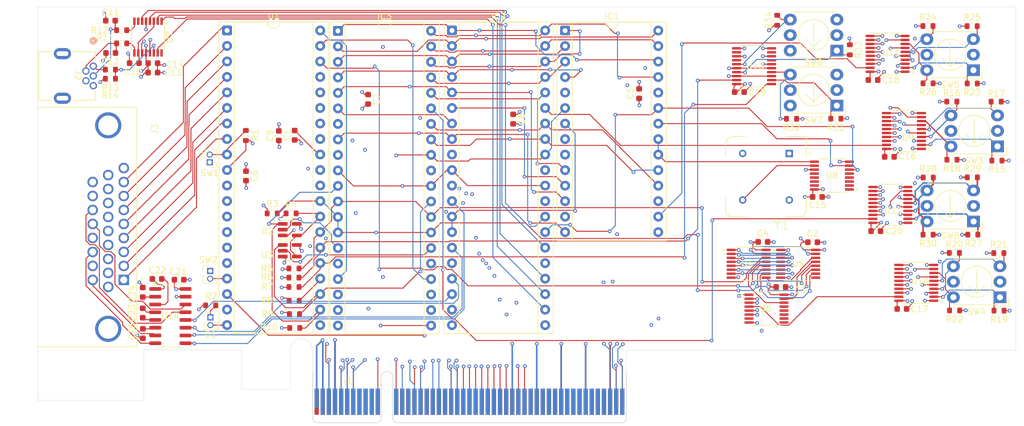
<source format=kicad_pcb>
(kicad_pcb (version 20241229) (generator "pcbnew") (generator_version "9.0")
  (layers (0 "F.Cu" signal) (4 "In1.Cu" signal) (6 "In2.Cu" signal) (8 "In3.Cu" signal) (10 "In4.Cu" signal) (2 "B.Cu" signal) (13 "F.Paste" user) (15 "B.Paste" user) (5 "F.SilkS" user "F.Silkscreen") (7 "B.SilkS" user "B.Silkscreen") (1 "F.Mask" user) (3 "B.Mask" user) (25 "Edge.Cuts" user))
  (net 0 "")
  (net 1 "GND")
  (net 2 "+5V")
  (net 3 "/Console Port/DP1")
  (net 4 "/Console Port/DM1")
  (net 5 "/IO Controller Card/SD_BUSY")
  (net 6 "Net-(D1-K)")
  (net 7 "/IO Controller Card/~{RESET}")
  (net 8 "/IO Controller Card/A0")
  (net 9 "/IO Controller Card/~{RD}")
  (net 10 "/Device Select Decode/~{CE_CTC}")
  (net 11 "/IO Controller Card/IEI")
  (net 12 "/IO Controller Card/D0")
  (net 13 "/Baud Clock/CLK_7M3764")
  (net 14 "/GPIOs and User Serial/CTC_TO2")
  (net 15 "/IO Controller Card/D2")
  (net 16 "/Baud Clock/CLK_3M6882")
  (net 17 "/IO Controller Card/D7")
  (net 18 "/IO Controller Card/D6")
  (net 19 "/IO Controller Card/~{INT}")
  (net 20 "/GPIOs and User Serial/CTC_TO1")
  (net 21 "/IO Controller Card/~{IORQ}")
  (net 22 "/IO Controller Card/CLK_10M")
  (net 23 "/IO Controller Card/USR_UART_BAUD_CLK")
  (net 24 "/IO Controller Card/D5")
  (net 25 "/IO Controller Card/A1")
  (net 26 "/IO Controller Card/D3")
  (net 27 "/IO Controller Card/D1")
  (net 28 "/IO Controller Card/D4")
  (net 29 "/Baud Clock/CLK_1M8441")
  (net 30 "/IO Controller Card/~{M1}")
  (net 31 "Net-(IC1-IEO)")
  (net 33 "/Console Port/CONSOLE_TX")
  (net 34 "/Console Port/CONSOLE_DTR")
  (net 35 "Net-(IC2-IEO)")
  (net 38 "/Device Select Decode/~{CE_SIO0}")
  (net 40 "/Console Port/CONSOLE_RTS")
  (net 41 "/Console Port/CONSOLE_CTS")
  (net 42 "/Console Port/CONSOLE_RX")
  (net 44 "/GPIOs and User Serial/USR_UART_RX")
  (net 46 "/IO Controller Card/IEO")
  (net 48 "/GPIOs and User Serial/USR_UART_CTS")
  (net 49 "/Device Select Decode/~{CE_SIO1}")
  (net 50 "/GPIOs and User Serial/USR_UART_RTS")
  (net 52 "/IO Controller Card/SD_PRESENT")
  (net 53 "/GPIOs and User Serial/USR_UART_TX")
  (net 55 "/Device Select Decode/CS1")
  (net 60 "/IO Controller Card/~{NMI}")
  (net 63 "/IO Controller Card/~{POWER_OFF_RQ}")
  (net 68 "/IO Controller Card/CLK_20M")
  (net 70 "/Device Select Decode/SPI_CS0")
  (net 76 "/Device Select Decode/SPI_CS1")
  (net 81 "/Device Select Decode/CS0")
  (net 82 "/IO Controller Card/~{POWER_OFF}")
  (net 90 "/Device Select Decode/CS2")
  (net 92 "/IO Controller Card/SPI_CLK")
  (net 105 "/Device Select Decode/CS3")
  (net 108 "/Console Port/VBUS_PIN1")
  (net 109 "/GPIOs and User Serial/GPIO5")
  (net 110 "/GPIOs and User Serial/UART_RX")
  (net 111 "/GPIOs and User Serial/GPIO6")
  (net 112 "/GPIOs and User Serial/GPIO3")
  (net 113 "/GPIOs and User Serial/GPIO0")
  (net 114 "/GPIOs and User Serial/GPIO7")
  (net 115 "/GPIOs and User Serial/UART_TX")
  (net 116 "/GPIOs and User Serial/GPIO2")
  (net 117 "/GPIOs and User Serial/UART_RTS")
  (net 118 "/GPIOs and User Serial/GPIO4")
  (net 119 "/GPIOs and User Serial/GPIO1")
  (net 120 "/GPIOs and User Serial/UART_CTS")
  (net 121 "Net-(U1-~{RESET})")
  (net 122 "/IO Controller Card/~{NMI_RQ}")
  (net 123 "/Console Port/VBUS_SENSE")
  (net 124 "/Device Select Decode/USB_SPI_CS0")
  (net 125 "/Device Select Decode/USB_SPI_CS1")
  (net 126 "/Device Select Decode/SD_SPI_CS0")
  (net 127 "/Device Select Decode/SD_SPI_CS1")
  (net 131 "/Device Select Decode/~{USB_CS}")
  (net 132 "/Baud Clock/RESET_HIGH")
  (net 133 "/Device Select Decode/~{SD_CS}")
  (net 134 "Net-(U1-AREF)")
  (net 135 "/IO Controller Card/~{WAIT}")
  (net 137 "Net-(IC3-TXDA)")
  (net 138 "/IO Controller Card/~{CS_SIO_USB}")
  (net 139 "Net-(IC3-TXDB)")
  (net 140 "/IO Controller Card/~{SIO1A_INT}")
  (net 142 "/IO Controller Card/MOSI")
  (net 144 "/IO Controller Card/~{SIO1B_INT}")
  (net 145 "/IO Controller Card/~{CS_SIO_SD}")
  (net 146 "/IO Controller Card/MISO")
  (net 147 "/IO Controller Card/~{USB_INT}")
  (net 148 "/IO Controller Card/CTRL_LAT")
  (net 149 "/IO Controller Card/~{CE_CTRL1}")
  (net 150 "/IO Controller Card/~{CE_CTRL0}")
  (net 151 "/Device Select Decode/~{CE_CTRL}")
  (net 157 "Net-(U7-3V3OUT)")
  (net 158 "Net-(U14-C1+)")
  (net 159 "Net-(U14-C1-)")
  (net 160 "Net-(U14-C2-)")
  (net 161 "Net-(U14-C2+)")
  (net 162 "Net-(U14-VS+)")
  (net 163 "Net-(U14-VS-)")
  (net 164 "Net-(U7-USBDM)")
  (net 165 "Net-(U7-USBDP)")
  (net 168 "Net-(U4-QH')")
  (net 178 "Net-(U8-CLK)")
  (net 196 "Net-(U10-P0)")
  (net 197 "Net-(U10-P1)")
  (net 198 "Net-(U10-P2)")
  (net 199 "Net-(U10-P3)")
  (net 200 "Net-(U11-P0)")
  (net 201 "Net-(U11-P1)")
  (net 202 "Net-(U11-P2)")
  (net 203 "Net-(U11-P3)")
  (net 204 "Net-(U12-P0)")
  (net 205 "Net-(U12-P1)")
  (net 206 "Net-(U12-P2)")
  (net 207 "Net-(U12-P3)")
  (net 208 "Net-(U9-P0)")
  (net 209 "Net-(U9-P1)")
  (net 210 "Net-(U9-P2)")
  (net 211 "Net-(U9-P3)")
  (footprint "Footprints:54819-0519_MOL" (layer "F.Cu") (at 85.63 60.35 -90)
    (property "Reference" "J2")
    (property "Value" "548190519")
  )
  (footprint "Resistor_SMD:R_0603_1608Metric" (layer "F.Cu") (at 229.4175 63.1875 180)
    (property "Reference" "R23")
    (property "Value" "4k7")
  )
  (footprint "Resistor_SMD:R_0603_1608Metric" (layer "F.Cu") (at 233.801106 100.3871 180)
    (property "Reference" "R19")
    (property "Value" "4k7")
  )
  (footprint "Capacitor_SMD:C_0603_1608Metric" (layer "F.Cu") (at 154.31 69.02 -90)
    (property "Reference" "C8")
    (property "Value" "100n")
  )
  (footprint "Capacitor_SMD:C_0603_1608Metric" (layer "F.Cu") (at 96.05625 95.1975)
    (property "Reference" "C22")
    (property "Value" "100n")
  )
  (footprint "Package_SO:TSSOP-16_4.4x5mm_P0.65mm" (layer "F.Cu") (at 200.9375 92.7124)
    (property "Reference" "U5")
    (property "Value" "74AHC595")
  )
  (footprint "Capacitor_SMD:C_0603_1608Metric" (layer "F.Cu") (at 191.3229 64.5921)
    (property "Reference" "C19")
    (property "Value" "100n")
  )
  (footprint "Resistor_SMD:R_0603_1608Metric" (layer "F.Cu") (at 90.27 56.61875)
    (property "Reference" "R11")
    (property "Value" "27")
  )
  (footprint "Capacitor_SMD:C_0603_1608Metric" (layer "F.Cu") (at 213.1775 62.6175)
    (property "Reference" "C18")
    (property "Value" "100n")
  )
  (footprint "Capacitor_SMD:C_0603_1608Metric" (layer "F.Cu") (at 118.57 71.66 -90)
    (property "Reference" "C1")
    (property "Value" "100n")
  )
  (footprint "Resistor_SMD:R_0603_1608Metric" (layer "F.Cu") (at 222.1875 63.1575 180)
    (property "Reference" "R26")
    (property "Value" "4k7")
  )
  (footprint "Resistor_SMD:R_0603_1608Metric" (layer "F.Cu") (at 233.45 75.82 180)
    (property "Reference" "R15")
    (property "Value" "4k7")
  )
  (footprint "Capacitor_SMD:C_0603_1608Metric" (layer "F.Cu") (at 88.48 58.18875 180)
    (property "Reference" "C12")
    (property "Value" "47p")
  )
  (footprint "Resistor_SMD:R_0603_1608Metric" (layer "F.Cu") (at 222.195 87.9479 180)
    (property "Reference" "R30")
    (property "Value" "4k7")
  )
  (footprint "Resistor_SMD:R_0603_1608Metric" (layer "F.Cu") (at 226.09 75.67 180)
    (property "Reference" "R18")
    (property "Value" "4k7")
  )
  (footprint "Package_SO:TSSOP-20_4.4x6.5mm_P0.65mm" (layer "F.Cu") (at 216.01 83.0779 180)
    (property "Reference" "U12")
    (property "Value" "74HC688")
  )
  (footprint "Capacitor_SMD:C_0603_1608Metric" (layer "F.Cu") (at 213.63 87.3679)
    (property "Reference" "C20")
    (property "Value" "100n")
  )
  (footprint "Package_SO:TSSOP-16_4.4x5mm_P0.65mm" (layer "F.Cu") (at 192.8275 92.7124)
    (property "Reference" "U4")
    (property "Value" "74AHC595")
  )
  (footprint "Capacitor_SMD:C_0603_1608Metric" (layer "F.Cu") (at 92.34 59.84875 180)
    (property "Reference" "C10")
    (property "Value" "100n")
  )
  (footprint "Resistor_SMD:R_0603_1608Metric" (layer "F.Cu") (at 233.766106 90.9671)
    (property "Reference" "R21")
    (property "Value" "4k7")
  )
  (footprint "Button_Switch_THT:Nidec_Copal_SH-7010C" (layer "F.Cu") (at 207.2625 66.8075 180)
    (property "Reference" "SW7")
    (property "Value" "SW_Coded_SH-7030")
  )
  (footprint "Package_SO:TSSOP-20_4.4x6.5mm_P0.65mm" (layer "F.Cu") (at 193.725 60.3575 180)
    (property "Reference" "U13")
    (property "Value" "74HC244")
  )
  (footprint "Resistor_SMD:R_0603_1608Metric" (layer "F.Cu") (at 229.43 78.5579)
    (property "Reference" "R29")
    (property "Value" "4k7")
  )
  (footprint "Capacitor_SMD:C_0603_1608Metric" (layer "F.Cu") (at 95.37 59.85875)
    (property "Reference" "C14")
    (property "Value" "4u7")
  )
  (footprint "Resistor_SMD:R_0603_1608Metric" (layer "F.Cu") (at 233.33 66.16 180)
    (property "Reference" "R17")
    (property "Value" "4k7")
  )
  (footprint "Connector_PinHeader_1.27mm:PinHeader_1x02_P1.27mm_Vertical" (layer "F.Cu") (at 104.67 76.1 180)
    (property "Reference" "SW1")
    (property "Value" "SW_Push")
  )
  (footprint "Footprints:AMPHENOL_L77HDA26SD1CH4F" (layer "F.Cu") (at 88.0725 86.70575 -90)
    (property "Reference" "J3")
    (property "Value" "L77HDA26SD1CH4F")
  )
  (footprint "Button_Switch_THT:Nidec_Copal_SH-7010C" (layer "F.Cu") (at 207.2625 57.8025 180)
    (property "Reference" "SW8")
    (property "Value" "SW_Coded_SH-7030")
  )
  (footprint "Capacitor_SMD:C_0603_1608Metric" (layer "F.Cu") (at 198.1075 96.52)
    (property "Reference" "C3")
    (property "Value" "100n")
  )
  (footprint "Resistor_SMD:R_0603_1608Metric" (layer "F.Cu") (at 118.495 98.77)
    (property "Reference" "R8")
    (property "Value" "10k")
  )
  (footprint "Resistor_SMD:R_0603_1608Metric" (layer "F.Cu") (at 104.83 99.53 180)
    (property "Reference" "R2")
    (property "Value" "470")
  )
  (footprint "Button_Switch_THT:Nidec_Copal_SH-7010C" (layer "F.Cu") (at 233.948606 98.1996 180)
    (property "Reference" "SW4")
    (property "Value" "SW_Coded_SH-7070")
  )
  (footprint "Capacitor_SMD:C_0603_1608Metric" (layer "F.Cu") (at 110.61 78.325 -90)
    (property "Reference" "C6")
    (property "Value" "100n")
  )
  (footprint "Package_SO:TSSOP-16_4.4x5mm_P0.65mm" (layer "F.Cu") (at 195.7575 100.06)
    (property "Reference" "U6")
    (property "Value" "74HC138")
  )
  (footprint "Package_SO:TSSOP-20_4.4x6.5mm_P0.65mm" (layer "F.Cu") (at 218.2425 70.97 180)
    (property "Reference" "U9")
    (property "Value" "74HC688")
  )
  (footprint "Capacitor_SMD:C_0603_1608Metric" (layer "F.Cu") (at 130.58 65.78 -90)
    (property "Reference" "C7")
    (property "Value" "100n")
  )
  (footprint "Resistor_SMD:R_0603_1608Metric" (layer "F.Cu") (at 222.22 78.5879)
    (property "Reference" "R28")
    (property "Value" "4k7")
  )
  (footprint "Footprints:OSC_ECS-2100AX-147.4" (layer "F.Cu") (at 195.67 78.46 180)
    (property "Reference" "Y1")
    (property "Value" "ECS-2100AX-147.4")
  )
  (footprint "Resistor_SMD:R_0603_1608Metric" (layer "F.Cu") (at 226.526106 100.3571 180)
    (property "Reference" "R22")
    (property "Value" "4k7")
  )
  (footprint "Resistor_SMD:R_0603_1608Metric" (layer "F.Cu") (at 118.455 96.52)
    (property "Reference" "R7")
    (property "Value" "10k")
  )
  (footprint "Package_SO:TSSOP-16_4.4x5mm_P0.65mm" (layer "F.Cu") (at 206.4525 78.27 180)
    (property "Reference" "U8")
    (property "Value" "SN74HC4040DR")
  )
  (footprint "Capacitor_SMD:C_0603_1608Metric" (layer "F.Cu") (at 93.72125 97.39 90)
    (property "Reference" "C24")
    (property "Value" "100n")
  )
  (footprint "Package_DIP:DIP-28_W15.24mm_Socket" (layer "F.Cu") (at 162.81 54.52)
    (property "Reference" "IC1")
    (property "Value" "Z80CTC")
  )
  (footprint "Capacitor_SMD:C_0603_1608Metric" (layer "F.Cu") (at 195.17 89.1374)
    (property "Reference" "C4")
    (property "Value" "100n")
  )
  (footprint "Package_DIP:DIP-40_W15.24mm_Socket" (layer "F.Cu") (at 125.65 54.57)
    (property "Reference" "IC3")
    (property "Value" "Z80SIO")
  )
  (footprint "Resistor_SMD:R_0603_1608Metric" (layer "F.Cu") (at 197.5025 52.8425 90)
    (property "Reference" "R34")
    (property "Value" "4k7")
  )
  (footprint "Capacitor_SMD:C_0603_1608Metric" (layer "F.Cu") (at 115.98 71.74 90)
    (property "Reference" "C9")
    (property "Value" "100n")
  )
  (footprint "Resistor_SMD:R_0603_1608Metric" (layer "F.Cu") (at 207.1025 68.9525 180)
    (property "Reference" "R31")
    (property "Value" "4k7")
  )
  (footprint "Resistor_SMD:R_0603_1608Metric" (layer "F.Cu") (at 110.59 71.71 90)
    (property "Reference" "R1")
    (property "Value" "10k")
  )
  (footprint "Resistor_SMD:R_0603_1608Metric" (layer "F.Cu") (at 226.486106 90.9371)
    (property "Reference" "R20")
    (property "Value" "4k7")
  )
  (footprint "Resistor_SMD:R_0603_1608Metric" (layer "F.Cu") (at 199.8475 68.9725 180)
    (property "Reference" "R32")
    (property "Value" "4k7")
  )
  (footprint "Capacitor_SMD:C_0603_1608Metric" (layer "F.Cu") (at 95.37 61.39875)
    (property "Reference" "C13")
    (property "Value" "100n")
  )
  (footprint "Resistor_SMD:R_0603_1608Metric" (layer "F.Cu") (at 229.3975 53.7975)
    (property "Reference" "R25")
    (property "Value" "4k7")
  )
  (footprint "Resistor_SMD:R_0603_1608Metric" (layer "F.Cu") (at 118.445 94.98)
    (property "Reference" "R6")
    (property "Value" "10k")
  )
  (footprint "Capacitor_SMD:C_0603_1608Metric" (layer "F.Cu") (at 204.085 81.77)
    (property "Reference" "C15")
    (property "Value" "100n")
  )
  (footprint "Resistor_SMD:R_0603_1608Metric" (layer "F.Cu") (at 90.265 54.45875)
    (property "Reference" "R12")
    (property "Value" "27")
  )
  (footprint "Package_SO:SSOP-16_3.9x4.9mm_P0.635mm" (layer "F.Cu") (at 94.575 55.58375 -90)
    (property "Reference" "U7")
    (property "Value" "FT230XS-U")
  )
  (footprint "Resistor_SMD:R_0603_1608Metric" (layer "F.Cu") (at 88.43 62.40875 180)
    (property "Reference" "R14")
    (property "Value" "10k")
  )
  (footprint "Resistor_SMD:R_0603_1608Metric" (layer "F.Cu") (at 88.43 60.90875)
    (property "Reference" "R13")
    (property "Value" "4k7")
  )
  (footprint "Capacitor_SMD:C_0603_1608Metric" (layer "F.Cu") (at 93.74125 104.14 -90)
    (property "Reference" "C25")
    (property "Value" "100n")
  )
  (footprint "Capacitor_SMD:C_0603_1608Metric" (layer "F.Cu") (at 88.435 52.89875 180)
    (property "Reference" "C11")
    (property "Value" "47p")
  )
  (footprint "Resistor_SMD:R_0603_1608Metric" (layer "F.Cu") (at 114.9 84.47)
    (property "Reference" "R3")
    (property "Value" "10k")
  )
  (footprint "Capacitor_SMD:C_0603_1608Metric" (layer "F.Cu") (at 174.92 64.85 90)
    (property "Reference" "C5")
    (property "Value" "100n")
  )
  (footprint "Resistor_SMD:R_0603_1608Metric" (layer "F.Cu") (at 117.99 84.46)
    (property "Reference" "R4")
    (property "Value" "10k")
  )
  (footprint "Capacitor_SMD:C_0603_1608Metric" (layer "F.Cu") (at 93.72125 100.78 -90)
    (property "Reference" "C23")
    (property "Value" "100n")
  )
  (footprint "Resistor_SMD:R_0603_1608Metric" (layer "F.Cu") (at 118.535 100.96)
    (property "Reference" "R9")
    (property "Value" "10k")
  )
  (footprint "Connector_PinHeader_1.27mm:PinHeader_1x02_P1.27mm_Vertical" (layer "F.Cu") (at 104.79 101.49)
    (property "Reference" "D1")
    (property "Value" "LED")
  )
  (footprint "Capacitor_SMD:C_0603_1608Metric" (layer "F.Cu") (at 203.305 89.1874)
    (property "Reference" "C2")
    (property "Value" "100n")
  )
  (footprint "Button_Switch_THT:Nidec_Copal_SH-7010C" (layer "F.Cu") (at 229.6325 85.7904 180)
    (property "Reference" "SW6")
    (property "Value" "SW_Coded_SH-7070")
  )
  (footprint "Resistor_SMD:R_0603_1608Metric" (layer "F.Cu") (at 209.3925 57.6725 -90)
    (property "Reference" "R33")
    (property "Value" "4k7")
  )
  (footprint "Package_DIP:DIP-40_W15.24mm_Socket" (layer "F.Cu") (at 107.51 54.5)
    (property "Reference" "U1")
    (property "Value" "ATmega1284-PU")
  )
  (footprint "Resistor_SMD:R_0603_1608Metric" (layer "F.Cu") (at 222.1675 53.7775)
    (property "Reference" "R24")
    (property "Value" "4k7")
  )
  (footprint "Resistor_SMD:R_0603_1608Metric" (layer "F.Cu") (at 118.455 93.48)
    (property "Reference" "R5")
    (property "Value" "10k")
  )
  (footprint "Package_TO_SOT_SMD:SC-74A-5_1.55x2.9mm_P0.95mm" (layer "F.Cu") (at 117.77 87.1275)
    (property "Reference" "U2")
    (property "Value" "74AHC1G125")
  )
  (footprint "Capacitor_SMD:C_0603_1608Metric" (layer "F.Cu") (at 217.906106 100.1071)
    (property "Reference" "C17")
    (property "Value" "100n")
  )
  (footprint "Package_SO:SOIC-16_3.9x9.9mm_P1.27mm" (layer "F.Cu") (at 98.23625 101.285)
    (property "Reference" "U14")
    (property "Value" "MAX202IDR")
  )
  (footprint "Capacitor_SMD:C_0603_1608Metric" (layer "F.Cu") (at 215.86 75.2004)
    (property "Reference" "C16")
    (property "Value" "100n")
  )
  (footprint "Resistor_SMD:R_0603_1608Metric" (layer "F.Cu") (at 229.51 87.9479)
    (property "Reference" "R27")
    (property "Value" "4k7")
  )
  (footprint "Button_Switch_THT:Nidec_Copal_SH-7010C" (layer "F.Cu") (at 229.6 61.01 180)
    (property "Reference" "SW5")
    (property "Value" "SW_Coded_SH-7070")
  )
  (footprint "Resistor_SMD:R_0603_1608Metric" (layer "F.Cu") (at 118.585 103.23)
    (property "Reference" "R10")
    (property "Value" "10k")
  )
  (footprint "Capacitor_SMD:C_0603_1608Metric" (layer "F.Cu") (at 99.66625 95.3275)
    (property "Reference" "C21")
    (property "Value" "100n")
  )
  (footprint "Button_Switch_THT:Nidec_Copal_SH-7010C" (layer "F.Cu") (at 233.55 73.49 180)
    (property "Reference" "SW3")
    (property "Value" "SW_Coded_SH-7070")
  )
  (footprint "Connector_PCBEdge:BUS_PCIexpress_x8" (layer "F.Cu") (at 122.17 115.3)
    (property "Reference" "J1")
    (property "Value" "pBITzBus")
    (fp_line (start -0.65 -4.95) (end -0.65 2.95) (stroke (width 0.1)) (layer "Edge.Cuts"))
    (fp_line (start -0.65 2.95) (end -0.15 3.45) (stroke (width 0.1)) (layer "Edge.Cuts"))
    (fp_line (start -0.15 3.45) (end 10.05 3.45) (stroke (width 0.1)) (layer "Edge.Cuts"))
    (fp_line (start 10.55 -4) (end 10.55 2.95) (stroke (width 0.1)) (layer "Edge.Cuts"))
    (fp_line (start 10.55 2.95) (end 10.05 3.45) (stroke (width 0.1)) (layer "Edge.Cuts"))
    (fp_line (start 12.45 -4) (end 12.45 2.95) (stroke (width 0.1)) (layer "Edge.Cuts"))
    (fp_line (start 12.45 2.95) (end 12.95 3.45) (stroke (width 0.1)) (layer "Edge.Cuts"))
    (fp_line (start 12.95 3.45) (end 50.15 3.45) (stroke (width 0.1)) (layer "Edge.Cuts"))
    (fp_line (start 50.65 -4.95) (end 50.65 2.95) (stroke (width 0.1)) (layer "Edge.Cuts"))
    (fp_line (start 50.65 2.95) (end 50.15 3.45) (stroke (width 0.1)) (layer "Edge.Cuts"))
    (fp_arc (start 10.55 -4) (mid 11.5 -4.95) (end 12.45 -4) (stroke (width 0.1)) (layer "Edge.Cuts"))
  )
  (footprint "Package_SO:TSSOP-20_4.4x6.5mm_P0.65mm" (layer "F.Cu") (at 220.258606 95.8371 180)
    (property "Reference" "U10")
    (property "Value" "74HC688")
  )
  (footprint "Package_TO_SOT_SMD:SC-74A-5_1.55x2.9mm_P0.95mm" (layer "F.Cu") (at 117.77 90.585)
    (property "Reference" "U3")
    (property "Value" "74AHC1G125")
  )
  (footprint "Package_DIP:DIP-40_W15.24mm_Socket" (layer "F.Cu") (at 144.31 54.51)
    (property "Reference" "IC2")
    (property "Value" "Z80SIO")
  )
  (footprint "Resistor_SMD:R_0603_1608Metric" (layer "F.Cu") (at 226.07 66.16)
    (property "Reference" "R16")
    (property "Value" "4k7")
  )
  (footprint "Connector_PinHeader_1.27mm:PinHeader_1x02_P1.27mm_Vertical" (layer "F.Cu") (at 104.75 93.89)
    (property "Reference" "SW2")
    (property "Value" "SW_Push")
  )
  (footprint "Package_SO:TSSOP-20_4.4x6.5mm_P0.65mm" (layer "F.Cu") (at 215.565 58.3325 180)
    (property "Reference" "U11")
    (property "Value" "74HC688")
  )
  (gr_arc (start 117.8862 106.8236) (mid 119.7032 105.0066) (end 121.5202 106.8236) (stroke (width 0.05)) (layer "Edge.Cuts"))
  (gr_line (start 93.8712 115.0736) (end 93.8712 106.8236) (stroke (width 0.05)) (layer "Edge.Cuts"))
  (gr_line (start 76.5302 50.6476) (end 236.5302 50.6476) (stroke (width 0.05)) (layer "Edge.Cuts"))
  (gr_line (start 76.5302 115.0736) (end 93.8712 115.0736) (stroke (width 0.05)) (layer "Edge.Cuts"))
  (gr_line (start 76.5302 50.6476) (end 76.5302 115.0736) (stroke (width 0.05)) (layer "Edge.Cuts"))
  (gr_line (start 172.82 110.35) (end 172.82 106.9086) (stroke (width 0.05)) (layer "Edge.Cuts"))
  (gr_line (start 117.8862 113.2486) (end 117.8862 106.8236) (stroke (width 0.05)) (layer "Edge.Cuts"))
  (gr_line (start 109.8712 113.2486) (end 117.8862 113.2486) (stroke (width 0.05)) (layer "Edge.Cuts"))
  (gr_line (start 236.5302 50.6476) (end 236.5302 106.9086) (stroke (width 0.05)) (layer "Edge.Cuts"))
  (gr_line (start 121.5202 106.8236) (end 121.52 110.35) (stroke (width 0.05)) (layer "Edge.Cuts"))
  (gr_line (start 93.8712 106.8236) (end 109.8712 106.8236) (stroke (width 0.05)) (layer "Edge.Cuts"))
  (gr_line (start 172.82 106.9086) (end 236.5302 106.9086) (stroke (width 0.05)) (layer "Edge.Cuts"))
  (gr_line (start 109.8712 106.8236) (end 109.8712 113.2486) (stroke (width 0.05)) (layer "Edge.Cuts"))
  (segment (start 214.755 82.1029) (end 214.8 82.1479) (width 0.1524) (layer "F.Cu") (net 1))
  (segment (start 216.545 68.695) (end 216.69 68.84) (width 0.1524) (layer "F.Cu") (net 1))
  (segment (start 214.6875 56.7075) (end 214.7375 56.6575) (width 0.1524) (layer "F.Cu") (net 1))
  (segment (start 215.38 72.595) (end 216.715 72.595) (width 0.1524) (layer "F.Cu") (net 1))
  (segment (start 215.38 68.045) (end 217.405 68.045) (width 0.1524) (layer "F.Cu") (net 1))
  (segment (start 100.71125 98.11) (end 99.25125 98.11) (width 0.1524) (layer "F.Cu") (net 1))
  (segment (start 96.145 59.85875) (end 96.145 61.39875) (width 0.1524) (layer "F.Cu") (net 1))
  (segment (start 93.72125 96.30125) (end 93.17 95.75) (width 0.1524) (layer "F.Cu") (net 1))
  (segment (start 87.705 58.18875) (end 87.705 58.94375) (width 0.1524) (layer "F.Cu") (net 1))
  (segment (start 217.405 68.045) (end 217.54 68.18) (width 0.1524) (layer "F.Cu") (net 1))
  (segment (start 219.261106 94.2121) (end 219.366106 94.3171) (width 0.1524) (layer "F.Cu") (net 1))
  (segment (start 213.1475 82.7529) (end 214.355 82.7529) (width 0.1524) (layer "F.Cu") (net 1))
  (segment (start 217.465 69.345) (end 217.56 69.44) (width 0.1524) (layer "F.Cu") (net 1))
  (segment (start 94.89 56.12) (end 94.89 58.1825) (width 0.1524) (layer "F.Cu") (net 1))
  (segment (start 213.1475 83.4029) (end 214.805 83.4029) (width 0.1524) (layer "F.Cu") (net 1))
  (segment (start 110.61 79.1) (end 110.61 80.26) (width 0.1524) (layer "F.Cu") (net 1))
  (segment (start 216.7 75.1004) (end 217.65 74.1504) (width 0.1524) (layer "F.Cu") (net 1))
  (segment (start 199.41 94.9874) (end 199.42 94.9774) (width 0.1524) (layer "F.Cu") (net 1))
  (segment (start 212.7025 59.9575) (end 214.1175 59.9575) (width 0.1524) (layer "F.Cu") (net 1))
  (segment (start 195.1825 58.7325) (end 195.1725 58.7225) (width 0.1524) (layer "F.Cu") (net 1))
  (segment (start 97.26 60.15875) (end 96.445 60.15875) (width 0.1524) (layer "F.Cu") (net 1))
  (segment (start 219.371106 92.9121) (end 219.376106 92.9171) (width 0.1524) (layer "F.Cu") (net 1))
  (segment (start 130.58 66.555) (end 130.385 66.555) (width 0.1524) (layer "F.Cu") (net 1))
  (segment (start 217.396106 94.2121) (end 219.261106 94.2121) (width 0.1524) (layer "F.Cu") (net 1))
  (segment (start 110.61 80.26) (end 110.65 80.3) (width 0.1524) (layer "F.Cu") (net 1))
  (segment (start 216.715 72.595) (end 216.73 72.58) (width 0.1524) (layer "F.Cu") (net 1))
  (segment (start 118.37 87.21) (end 118.48 87.21) (width 0.1524) (layer "F.Cu") (net 1))
  (segment (start 213.1475 82.1029) (end 214.755 82.1029) (width 0.1524) (layer "F.Cu") (net 1))
  (segment (start 218.8725 80.1529) (end 217.745 80.1529) (width 0.1524) (layer "F.Cu") (net 1))
  (segment (start 119.315 72.435) (end 118.57 72.435) (width 0.1524) (layer "F.Cu") (net 1))
  (segment (start 212.7025 57.3575) (end 214.0575 57.3575) (width 0.1524) (layer "F.Cu") (net 1))
  (segment (start 196.5875 58.7325) (end 195.1825 58.7325) (width 0.1524) (layer "F.Cu") (net 1))
  (segment (start 217.0875 55.4075) (end 217.0575 55.3775) (width 0.1524) (layer "F.Cu") (net 1))
  (segment (start 217.396106 93.5621) (end 218.731106 93.5621) (width 0.1524) (layer "F.Cu") (net 1))
  (segment (start 155.405 69.795) (end 155.43 69.82) (width 0.1524) (layer "F.Cu") (net 1))
  (segment (start 96.445 60.15875) (end 96.145 59.85875) (width 0.1524) (layer "F.Cu") (net 1))
  (segment (start 190.8625 58.7325) (end 192.1425 58.7325) (width 0.1524) (layer "F.Cu") (net 1))
  (segment (start 217.396106 95.5121) (end 219.391106 95.5121) (width 0.1524) (layer "F.Cu") (net 1))
  (segment (start 217.396106 96.1621) (end 218.771106 96.1621) (width 0.1524) (layer "F.Cu") (net 1))
  (segment (start 214.6875 58.0075) (end 214.7275 58.0475) (width 0.1524) (layer "F.Cu") (net 1))
  (segment (start 204.08 89.1874) (end 205.17 89.1874) (width 0.1524) (layer "F.Cu") (net 1))
  (segment (start 214.7075 55.4075) (end 214.7175 55.4175) (width 0.1524) (layer "F.Cu") (net 1))
  (segment (start 213.9525 62.3325) (end 214.9975 61.2875) (width 0.1524) (layer "F.Cu") (net 1))
  (segment (start 154.17 115.3) (end 154.17 105.8286) (width 0.254) (layer "F.Cu") (net 1))
  (segment (start 219.391106 95.5121) (end 219.406106 95.4971) (width 0.1524) (layer "F.Cu") (net 1))
  (segment (start 192.895 100.385) (end 194.161964 100.385) (width 0.1524) (layer "F.Cu") (net 1))
  (segment (start 214.0575 58.6575) (end 214.0775 58.6775) (width 0.1524) (layer "F.Cu") (net 1))
  (segment (start 166.17 105.85) (end 166.18 105.84) (width 0.254) (layer "F.Cu") (net 1))
  (segment (start 216.625 69.995) (end 216.73 70.1) (width 0.1524) (layer "F.Cu") (net 1))
  (segment (start 96.145 61.39875) (end 97.25 61.39875) (width 0.1524) (layer "F.Cu") (net 1))
  (segment (start 217.396106 94.8621) (end 218.751106 94.8621) (width 0.1524) (layer "F.Cu") (net 1))
  (segment (start 87.66 51.96875) (end 87.42 51.72875) (width 0.1524) (layer "F.Cu") (net 1))
  (segment (start 212.7025 56.0575) (end 214.0575 56.0575) (width 0.1524) (layer "F.Cu") (net 1))
  (segment (start 174.92 64.075) (end 174.92 62.93) (width 0.1524) (layer "F.Cu") (net 1))
  (segment (start 215.38 71.945) (end 217.565 71.945) (width 0.1524) (layer "F.Cu") (net 1))
  (segment (start 216.745 71.295) (end 216.75 71.29) (width 0.1524) (layer "F.Cu") (net 1))
  (segment (start 223.121106 98.7621) (end 221.691106 98.7621) (width 0.1524) (layer "F.Cu") (net 1))
  (segment (start 99.25125 98.11) (end 99.24125 98.1) (width 0.1524) (layer "F.Cu") (net 1))
  (segment (start 100.44125 95.3275) (end 101.41625 95.3275) (width 0.1524) (layer "F.Cu") (net 1))
  (segment (start 189.965 94.9874) (end 191.04 94.9874) (width 0.1524) (layer "F.Cu") (net 1))
  (segment (start 93.332554 104.915) (end 92.838777 104.421223) (width 0.1524) (layer "F.Cu") (net 1))
  (segment (start 214.355 81.4529) (end 214.36 81.4579) (width 0.1524) (layer "F.Cu") (net 1))
  (segment (start 115.98 69.88) (end 116 69.86) (width 0.1524) (layer "F.Cu") (net 1))
  (segment (start 93.72125 96.615) (end 93.72125 96.30125) (width 0.1524) (layer "F.Cu") (net 1))
  (segment (start 214.805 84.7029) (end 214.84 84.6679) (width 0.1524) (layer "F.Cu") (net 1))
  (segment (start 192.895 98.435) (end 194.2125 98.435) (width 0.1524) (layer "F.Cu") (net 1))
  (segment (start 214.405 87.3679) (end 214.405 87.1229) (width 0.1524) (layer "F.Cu") (net 1))
  (segment (start 87.66 52.89875) (end 87.66 51.96875) (width 0.1524) (layer "F.Cu") (net 1))
  (segment (start 194.1625 102.335) (end 194.2375 102.41) (width 0.1524) (layer "F.Cu") (net 1))
  (segment (start 213.1475 81.4529) (end 214.355 81.4529) (width 0.1524) (layer "F.Cu") (net 1))
  (segment (start 170.17 115.3) (end 170.17 105.8386) (width 0.254) (layer "F.Cu") (net 1))
  (segment (start 192.1225 57.4325) (end 192.1325 57.4225) (width 0.1524) (layer "F.Cu") (net 1))
  (segment (start 170.17 105.8386) (end 170.2 105.8086) (width 0.254) (layer "F.Cu") (net 1))
  (segment (start 119.65 72.77) (end 119.315 72.435) (width 0.1524) (layer "F.Cu") (net 1))
  (segment (start 162.17 115.3) (end 162.17 105.84) (width 0.254) (layer "F.Cu") (net 1))
  (segment (start 217.685 86.0029) (end 217.68 86.0079) (width 0.1524) (layer "F.Cu") (net 1))
  (segment (start 117.1 92.32) (end 117.1 91.5575) (width 0.1524) (layer "F.Cu") (net 1))
  (segment (start 91.535 59.81875) (end 91.565 59.84875) (width 0.1524) (layer "F.Cu") (net 1))
  (segment (start 194.1625 99.085) (end 194.2075 99.13) (width 0.1524) (layer "F.Cu") (net 1))
  (segment (start 212.7025 56.7075) (end 214.6875 56.7075) (width 0.1524) (layer "F.Cu") (net 1))
  (segment (start 192.895 99.085) (end 194.1625 99.085) (width 0.1524) (layer "F.Cu") (net 1))
  (segment (start 213.1475 80.8029) (end 214.765 80.8029) (width 0.1524) (layer "F.Cu") (net 1))
  (segment (start 214.0575 56.0575) (end 214.0675 56.0475) (width 0.1524) (layer "F.Cu") (net 1))
  (segment (start 217.396106 92.9121) (end 219.371106 92.9121) (width 0.1524) (layer "F.Cu") (net 1))
  (segment (start 221.105 73.895) (end 219.745 73.895) (width 0.1524) (layer "F.Cu") (net 1))
  (segment (start 217.396106 97.4621) (end 218.811106 97.4621) (width 0.1524) (layer "F.Cu") (net 1))
  (segment (start 154.17 105.8286) (end 154.15 105.8086) (width 0.254) (layer "F.Cu") (net 1))
  (segment (start 174.92 62.93) (end 174.93 62.92) (width 0.1524) (layer "F.Cu") (net 1))
  (segment (start 221.691106 98.7621) (end 221.686106 98.7571) (width 0.1524) (layer "F.Cu") (net 1))
  (segment (start 215.38 70.645) (end 217.565 70.645) (width 0.1524) (layer "F.Cu") (net 1))
  (segment (start 219.586106 99.2021) (end 219.586106 98.8371) (width 0.1524) (layer "F.Cu") (net 1))
  (segment (start 212.7025 55.4075) (end 214.7075 55.4075) (width 0.1524) (layer "F.Cu") (net 1))
  (segment (start 214.805 83.4029) (end 214.81 83.3979) (width 0.1524) (layer "F.Cu") (net 1))
  (segment (start 218.751106 94.8621) (end 218.756106 94.8571) (width 0.1524) (layer "F.Cu") (net 1))
  (segment (start 93.74125 104.915) (end 93.332554 104.915) (width 0.1524) (layer "F.Cu") (net 1))
  (segment (start 198.075 94.9874) (end 199.41 94.9874) (width 0.1524) (layer "F.Cu") (net 1))
  (segment (start 119.65 73.031) (end 119.65 72.77) (width 0.1524) (layer "F.Cu") (net 1))
  (segment (start 216.635 75.1654) (end 216.7 75.1004) (width 0.1524) (layer "F.Cu") (net 1))
  (segment (start 218.731106 93.5621) (end 218.736106 93.5571) (width 0.1524) (layer "F.Cu") (net 1))
  (segment (start 219.381106 96.8121) (end 219.406106 96.8371) (width 0.1524) (layer "F.Cu") (net 1))
  (segment (start 218.4275 61.2575) (end 217.0375 61.2575) (width 0.1524) (layer "F.Cu") (net 1))
  (segment (start 94.97 56.04) (end 94.89 56.12) (width 0.1524) (layer "F.Cu") (net 1))
  (segment (start 221.9921 92.9121) (end 221.99 92.91) (width 0.1524) (layer "F.Cu") (net 1))
  (segment (start 125.17 115.3) (end 125.17 105.19) (width 0.254) (layer "F.Cu") (net 1))
  (segment (start 212.7025 58.0075) (end 214.6875 58.0075) (width 0.1524) (layer "F.Cu") (net 1))
  (segment (start 196.5875 57.4325) (end 195.1825 57.4325) (width 0.1524) (layer "F.Cu") (net 1))
  (segment (start 214.1175 59.9575) (end 214.1475 59.9275) (width 0.1524) (layer "F.Cu") (net 1))
  (segment (start 199.7975 96.52) (end 199.8275 96.55) (width 0.1524) (layer "F.Cu") (net 1))
  (segment (start 190.8625 57.4325) (end 192.1225 57.4325) (width 0.1524) (layer "F.Cu") (net 1))
  (segment (start 213.1475 84.7029) (end 214.805 84.7029) (width 0.1524) (layer "F.Cu") (net 1))
  (segment (start 94.89 58.1825) (end 94.8925 58.185) (width 0.1524) (layer "F.Cu") (net 1))
  (segment (start 217.396106 96.8121) (end 219.381106 96.8121) (width 0.1524) (layer "F.Cu") (net 1))
  (segment (start 214.385 84.0529) (end 214.41 84.0279) (width 0.1524) (layer "F.Cu") (net 1))
  (segment (start 217.0375 61.2575) (end 217.0275 61.2675) (width 0.1524) (layer "F.Cu") (net 1))
  (segment (start 215.38 69.995) (end 216.625 69.995) (width 0.1524) (layer "F.Cu") (net 1))
  (segment (start 94.2575 54.32625) (end 94.26 54.32875) (width 0.1524) (layer "F.Cu") (net 1))
  (segment (start 217.565 70.645) (end 217.57 70.65) (width 0.1524) (layer "F.Cu") (net 1))
  (segment (start 116.88 92.54) (end 117.1 92.32) (width 0.1524) (layer "F.Cu") (net 1))
  (segment (start 214.0575 57.3575) (end 214.0775 57.3775) (width 0.1524) (layer "F.Cu") (net 1))
  (segment (start 207.74 75.98) (end 207.73 75.99) (width 0.1524) (layer "F.Cu") (net 1))
  (segment (start 223.121106 92.9121) (end 221.9921 92.9121) (width 0.1524) (layer "F.Cu") (net 1))
  (segment (start 219.645 68.045) (end 219.61 68.01) (width 0.1524) (layer "F.Cu") (net 1))
  (segment (start 213.1475 80.1529) (end 214.335 80.1529) (width 0.1524) (layer "F.Cu") (net 1))
  (segment (start 218.771106 96.1621) (end 218.786106 96.1471) (width 0.1524) (layer "F.Cu") (net 1))
  (segment (start 196.5875 60.0325) (end 195.2025 60.0325) (width 0.1524) (layer "F.Cu") (net 1))
  (segment (start 217.65 74.1504) (end 217.65 73.9304) (width 0.1524) (layer "F.Cu") (net 1))
  (segment (start 215.38 69.345) (end 217.465 69.345) (width 0.1524) (layer "F.Cu") (net 1))
  (segment (start 212.7025 58.6575) (end 214.0575 58.6575) (width 0.1524) (layer "F.Cu") (net 1))
  (segment (start 117.1 88.1) (end 117.48 88.1) (width 0.1524) (layer "F.Cu") (net 1))
  (segment (start 209.1275 75.98) (end 207.74 75.98) (width 0.1524) (layer "F.Cu") (net 1))
  (segment (start 87.705 58.94375) (end 87.2 59.44875) (width 0.1524) (layer "F.Cu") (net 1))
  (segment (start 214.335 80.1529) (end 214.34 80.1579) (width 0.1524) (layer "F.Cu") (net 1))
  (segment (start 192.0979 64.5921) (end 192.1229 64.5921) (width 0.1524) (layer "F.Cu") (net 1))
  (segment (start 158.17 115.3) (end 158.17 105.8386) (width 0.254) (layer "F.Cu") (net 1))
  (segment (start 115.98 70.965) (end 115.98 69.88) (width 0.1524) (layer "F.Cu") (net 1))
  (segment (start 166.17 115.3) (end 166.17 105.85) (width 0.254) (layer "F.Cu") (net 1))
  (segment (start 214.355 82.7529) (end 214.36 82.7479) (width 0.1524) (layer "F.Cu") (net 1))
  (segment (start 195.2025 60.0325) (end 195.1825 60.0125) (width 0.1524) (layer "F.Cu") (net 1))
  (segment (start 162.17 105.84) (end 162.19 105.82) (width 0.254) (layer "F.Cu") (net 1))
  (segment (start 215.38 71.295) (end 216.745 71.295) (width 0.1524) (layer "F.Cu") (net 1))
  (segment (start 194.2125 98.435) (end 194.2375 98.46) (width 0.1524) (layer "F.Cu") (net 1))
  (segment (start 218.811106 97.4621) (end 218.816106 97.4671) (width 0.1524) (layer "F.Cu") (net 1))
  (segment (start 158.17 105.8386) (end 158.2 105.8086) (width 0.254) (layer "F.Cu") (net 1))
  (segment (start 213.9525 62.6175) (end 213.9525 62.3325) (width 0.1524) (layer "F.Cu") (net 1))
  (segment (start 117.48 88.1) (end 118.37 87.21) (width 0.1524) (layer "F.Cu") (net 1))
  (segment (start 212.7025 59.3075) (end 214.7475 59.3075) (width 0.1524) (layer "F.Cu") (net 1))
  (segment (start 195.945 89.1374) (end 196.94 89.1374) (width 0.1524) (layer "F.Cu") (net 1))
  (segment (start 214.765 80.8029) (end 214.78 80.8179) (width 0.1524) (layer "F.Cu") (net 1))
  (segment (start 193.1029 63.6121) (end 193.1029 63.2321) (width 0.1524) (layer "F.Cu") (net 1))
  (segment (start 214.7475 59.3075) (end 214.7675 59.2875) (width 0.1524) (layer "F.Cu") (net 1))
  (segment (start 215.38 68.695) (end 216.545 68.695) (width 0.1524) (layer "F.Cu") (net 1))
  (segment (start 217.565 71.945) (end 217.57 71.94) (width 0.1524) (layer "F.Cu") (net 1))
  (segment (start 213.1475 84.0529) (end 214.385 84.0529) (width 0.1524) (layer "F.Cu") (net 1))
  (segment (start 221.105 68.045) (end 219.645 68.045) (width 0.1524) (layer "F.Cu") (net 1))
  (segment (start 192.1425 58.7325) (end 192.1725 58.7625) (width 0.1524) (layer "F.Cu") (net 1))
  (segment (start 86.78 62.97875) (end 87.35 62.40875) (width 0.1524) (layer "F.Cu") (net 1))
  (segment (start 94.2575 52.98375) (end 94.2575 54.32625) (width 0.1524) (layer "F.Cu") (net 1))
  (segment (start 218.8725 86.0029) (end 217.685 86.0029) (width 0.1524) (layer "F.Cu") (net 1))
  (segment (start 219.745 73.895) (end 219.67 73.82) (width 0.1524) (layer "F.Cu") (net 1))
  (segment (start 154.31 69.795) (end 155.405 69.795) (width 0.1524) (layer "F.Cu") (net 1))
  (segment (start 204.86 81.77) (end 205.88 81.77) (width 0.1524) (layer "F.Cu") (net 1))
  (segment (start 192.1229 64.5921) (end 193.1029 63.6121) (width 0.1524) (layer "F.Cu") (net 1))
  (segment (start 103.54 99.53) (end 102.88 100.19) (width 0.1524) (layer "F.Cu") (net 1))
  (segment (start 218.4275 55.4075) (end 217.0875 55.4075) (width 0.1524) (layer "F.Cu") (net 1))
  (segment (start 216.635 75.2004) (end 216.635 75.1654) (width 0.1524) (layer "F.Cu") (net 1))
  (segment (start 130.385 66.555) (end 129.62 67.32) (width 0.1524) (layer "F.Cu") (net 1))
  (segment (start 104.005 99.53) (end 103.54 99.53) (width 0.1524) (layer "F.Cu") (net 1))
  (segment (start 217.745 80.1529) (end 217.69 80.2079) (width 0.1524) (layer "F.Cu") (net 1))
  (segment (start 194.161964 100.385) (end 194.239322 100.307642) (width 0.1524) (layer "F.Cu") (net 1))
  (segment (start 205.17 89.1874) (end 205.23 89.2474) (width 0.1524) (layer "F.Cu") (net 1))
  (segment (start 198.8825 96.52) (end 199.7975 96.52) (width 0.1524) (layer "F.Cu") (net 1))
  (segment (start 192.895 102.335) (end 194.1625 102.335) (width 0.1524) (layer "F.Cu") (net 1))
  (segment (start 214.405 87.1229) (end 215.49 86.0379) (width 0.1524) (layer "F.Cu") (net 1))
  (segment (start 91.32 58.26875) (end 91.535 58.48375) (width 0.1524) (layer "F.Cu") (net 1))
  (segment (start 218.681106 100.1071) (end 219.586106 99.2021) (width 0.1524) (layer "F.Cu") (net 1))
  (segment (start 87.35 62.40875) (end 87.605 62.40875) (width 0.1524) (layer "F.Cu") (net 1))
  (segment (start 205.88 81.77) (end 205.9 81.75) (width 0.1524) (layer "F.Cu") (net 1))
  (segment (start 191.04 94.9874) (end 191.11 94.9174) (width 0.1524) (layer "F.Cu") (net 1))
  (segment (start 91.535 58.48375) (end 91.535 59.81875) (width 0.1524) (layer "F.Cu") (net 1))
  (segment (start 196.94 89.1374) (end 196.96 89.1574) (width 0.1524) (layer "F.Cu") (net 1))
  (via (at 217.68 86.0079) (size 0.6) (drill 0.3) (layers "F.Cu" "B.Cu") (net 1))
  (via (at 218.816106 97.4671) (size 0.6) (drill 0.3) (layers "F.Cu" "B.Cu") (net 1))
  (via (at 214.34 80.1579) (size 0.6) (drill 0.3) (layers "F.Cu" "B.Cu") (net 1))
  (via (at 192.1725 58.7625) (size 0.6) (drill 0.3) (layers "F.Cu" "B.Cu") (net 1))
  (via (at 214.0775 57.3775) (size 0.6) (drill 0.3) (layers "F.Cu" "B.Cu") (net 1))
  (via (at 219.67 73.82) (size 0.6) (drill 0.3) (layers "F.Cu" "B.Cu") (net 1))
  (via (at 214.84 84.6679) (size 0.6) (drill 0.3) (layers "F.Cu" "B.Cu") (net 1))
  (via (at 221.686106 98.7571) (size 0.6) (drill 0.3) (layers "F.Cu" "B.Cu") (net 1))
  (via (at 214.1475 59.9275) (size 0.6) (drill 0.3) (layers "F.Cu" "B.Cu") (net 1))
  (via (at 217.56 69.44) (size 0.6) (drill 0.3) (layers "F.Cu" "B.Cu") (net 1))
  (via (at 162.19 105.82) (size 0.6) (drill 0.3) (layers "F.Cu" "B.Cu") (net 1))
  (via (at 217.69 80.2079) (size 0.6) (drill 0.3) (layers "F.Cu" "B.Cu") (net 1))
  (via (at 216.73 70.1) (size 0.6) (drill 0.3) (layers "F.Cu" "B.Cu") (net 1))
  (via (at 219.406106 95.4971) (size 0.6) (drill 0.3) (layers "F.Cu" "B.Cu") (net 1))
  (via (at 119.65 73.031) (size 0.6) (drill 0.3) (layers "F.Cu" "B.Cu") (net 1))
  (via (at 214.7375 56.6575) (size 0.6) (drill 0.3) (layers "F.Cu" "B.Cu") (net 1))
  (via (at 219.366106 94.3171) (size 0.6) (drill 0.3) (layers "F.Cu" "B.Cu") (net 1))
  (via (at 224.090458 92.353664) (size 0.6) (drill 0.3) (layers "F.Cu" "B.Cu") (net 1))
  (via (at 218.756106 94.8571) (size 0.6) (drill 0.3) (layers "F.Cu" "B.Cu") (net 1))
  (via (at 214.78 80.8179) (size 0.6) (drill 0.3) (layers "F.Cu" "B.Cu") (net 1))
  (via (at 199.42 94.9774) (size 0.6) (drill 0.3) (layers "F.Cu" "B.Cu") (net 1))
  (via (at 93.17 95.75) (size 0.6) (drill 0.3) (layers "F.Cu" "B.Cu") (net 1))
  (via (at 87.42 51.72875) (size 0.6) (drill 0.3) (layers "F.Cu" "B.Cu") (net 1))
  (via (at 155.43 69.82) (size 0.6) (drill 0.3) (layers "F.Cu" "B.Cu") (net 1))
  (via (at 194.2075 99.13) (size 0.6) (drill 0.3) (layers "F.Cu" "B.Cu") (net 1))
  (via (at 94.26 54.32875) (size 0.6) (drill 0.3) (layers "F.Cu" "B.Cu") (net 1))
  (via (at 219.376106 92.9171) (size 0.6) (drill 0.3) (layers "F.Cu" "B.Cu") (net 1))
  (via (at 116.88 92.54) (size 0.6) (drill 0.3) (layers "F.Cu" "B.Cu") (net 1))
  (via (at 86.78 62.97875) (size 0.6) (drill 0.3) (layers "F.Cu" "B.Cu") (net 1))
  (via (at 191.11 94.9174) (size 0.6) (drill 0.3) (layers "F.Cu" "B.Cu") (net 1))
  (via (at 97.26 60.15875) (size 0.6) (drill 0.3) (layers "F.Cu" "B.Cu") (net 1))
  (via (at 214.41 84.0279) (size 0.6) (drill 0.3) (layers "F.Cu" "B.Cu") (net 1))
  (via (at 129.62 67.32) (size 0.6) (drill 0.3) (layers "F.Cu" "B.Cu") (net 1))
  (via (at 217.0575 55.3775) (size 0.6) (drill 0.3) (layers "F.Cu" "B.Cu") (net 1))
  (via (at 219.586106 98.8371) (size 0.6) (drill 0.3) (layers "F.Cu" "B.Cu") (net 1))
  (via (at 219.406106 96.8371) (size 0.6) (drill 0.3) (layers "F.Cu" "B.Cu") (net 1))
  (via (at 166.18 105.84) (size 0.6) (drill 0.3) (layers "F.Cu" "B.Cu") (net 1))
  (via (at 196.96 89.1574) (size 0.6) (drill 0.3) (layers "F.Cu" "B.Cu") (net 1))
  (via (at 207.73 75.99) (size 0.6) (drill 0.3) (layers "F.Cu" "B.Cu") (net 1))
  (via (at 214.0675 56.0475) (size 0.6) (drill 0.3) (layers "F.Cu" "B.Cu") (net 1))
  (via (at 102.88 100.19) (size 0.6) (drill 0.3) (layers "F.Cu" "B.Cu") (net 1))
  (via (at 218.736106 93.5571) (size 0.6) (drill 0.3) (layers "F.Cu" "B.Cu") (net 1))
  (via (at 170.2 105.8086) (size 0.6) (drill 0.3) (layers "F.Cu" "B.Cu") (net 1))
  (via (at 118.48 87.21) (size 0.6) (drill 0.3) (layers "F.Cu" "B.Cu") (net 1))
  (via (at 214.81 83.3979) (size 0.6) (drill 0.3) (layers "F.Cu" "B.Cu") (net 1))
  (via (at 214.7175 55.4175) (size 0.6) (drill 0.3) (layers "F.Cu" "B.Cu") (net 1))
  (via (at 215.49 86.0379) (size 0.6) (drill 0.3) (layers "F.Cu" "B.Cu") (net 1))
  (via (at 216.75 71.29) (size 0.6) (drill 0.3) (layers "F.Cu" "B.Cu") (net 1))
  (via (at 91.32 58.26875) (size 0.6) (drill 0.3) (layers "F.Cu" "B.Cu") (net 1))
  (via (at 217.54 68.18) (size 0.6) (drill 0.3) (layers "F.Cu" "B.Cu") (net 1))
  (via (at 218.786106 96.1471) (size 0.6) (drill 0.3) (layers "F.Cu" "B.Cu") (net 1))
  (via (at 214.8 82.1479) (size 0.6) (drill 0.3) (layers "F.Cu" "B.Cu") (net 1))
  (via (at 214.36 81.4579) (size 0.6) (drill 0.3) (layers "F.Cu" "B.Cu") (net 1))
  (via (at 205.23 89.2474) (size 0.6) (drill 0.3) (layers "F.Cu" "B.Cu") (net 1))
  (via (at 87.2 59.44875) (size 0.6) (drill 0.3) (layers "F.Cu" "B.Cu") (net 1))
  (via (at 158.2 105.8086) (size 0.6) (drill 0.3) (layers "F.Cu" "B.Cu") (net 1))
  (via (at 205.9 81.75) (size 0.6) (drill 0.3) (layers "F.Cu" "B.Cu") (net 1))
  (via (at 195.1825 57.4325) (size 0.6) (drill 0.3) (layers "F.Cu" "B.Cu") (net 1))
  (via (at 214.36 82.7479) (size 0.6) (drill 0.3) (layers "F.Cu" "B.Cu") (net 1))
  (via (at 154.15 105.8086) (size 0.6) (drill 0.3) (layers "F.Cu" "B.Cu") (net 1))
  (via (at 214.7275 58.0475) (size 0.6) (drill 0.3) (layers "F.Cu" "B.Cu") (net 1))
  (via (at 192.1325 57.4225) (size 0.6) (drill 0.3) (layers "F.Cu" "B.Cu") (net 1))
  (via (at 216.69 68.84) (size 0.6) (drill 0.3) (layers "F.Cu" "B.Cu") (net 1))
  (via (at 214.0775 58.6775) (size 0.6) (drill 0.3) (layers "F.Cu" "B.Cu") (net 1))
  (via (at 194.2375 102.41) (size 0.6) (drill 0.3) (layers "F.Cu" "B.Cu") (net 1))
  (via (at 214.7675 59.2875) (size 0.6) (drill 0.3) (layers "F.Cu" "B.Cu") (net 1))
  (via (at 101.41625 95.3275) (size 0.6) (drill 0.3) (layers "F.Cu" "B.Cu") (net 1))
  (via (at 94.97 56.04) (size 0.6) (drill 0.3) (layers "F.Cu" "B.Cu") (net 1))
  (via (at 214.9975 61.2875) (size 0.6) (drill 0.3) (layers "F.Cu" "B.Cu") (net 1))
  (via (at 125.17 105.19) (size 0.6) (drill 0.3) (layers "F.Cu" "B.Cu") (net 1))
  (via (at 193.1029 63.2321) (size 0.6) (drill 0.3) (layers "F.Cu" "B.Cu") (net 1))
  (via (at 220.03 79.52) (size 0.6) (drill 0.3) (layers "F.Cu" "B.Cu") (net 1))
  (via (at 194.239322 100.307642) (size 0.6) (drill 0.3) (layers "F.Cu" "B.Cu") (net 1))
  (via (at 199.8275 96.55) (size 0.6) (drill 0.3) (layers "F.Cu" "B.Cu") (net 1))
  (via (at 110.65 80.3) (size 0.6) (drill 0.3) (layers "F.Cu" "B.Cu") (net 1))
  (via (at 220.02 55.83) (size 0.6) (drill 0.3) (layers "F.Cu" "B.Cu") (net 1))
  (via (at 195.1825 60.0125) (size 0.6) (drill 0.3) (layers "F.Cu" "B.Cu") (net 1))
  (via (at 97.25 61.39875) (size 0.6) (drill 0.3) (layers "F.Cu" "B.Cu") (net 1))
  (via (at 217.57 71.94) (size 0.6) (drill 0.3) (layers "F.Cu" "B.Cu") (net 1))
  (via (at 92.838777 104.421223) (size 0.6) (drill 0.3) (layers "F.Cu" "B.Cu") (net 1))
  (via (at 194.2375 98.46) (size 0.6) (drill 0.3) (layers "F.Cu" "B.Cu") (net 1))
  (via (at 217.0275 61.2675) (size 0.6) (drill 0.3) (layers "F.Cu" "B.Cu") (net 1))
  (via (at 99.24125 98.1) (size 0.6) (drill 0.3) (layers "F.Cu" "B.Cu") (net 1))
  (via (at 216.73 72.58) (size 0.6) (drill 0.3) (layers "F.Cu" "B.Cu") (net 1))
  (via (at 219.61 68.01) (size 0.6) (drill 0.3) (layers "F.Cu" "B.Cu") (net 1))
  (via (at 195.1725 58.7225) (size 0.6) (drill 0.3) (layers "F.Cu" "B.Cu") (net 1))
  (via (at 217.65 73.9304) (size 0.6) (drill 0.3) (layers "F.Cu" "B.Cu") (net 1))
  (via (at 221.99 92.91) (size 0.6) (drill 0.3) (layers "F.Cu" "B.Cu") (net 1))
  (via (at 217.57 70.65) (size 0.6) (drill 0.3) (layers "F.Cu" "B.Cu") (net 1))
  (via (at 174.93 62.92) (size 0.6) (drill 0.3) (layers "F.Cu" "B.Cu") (net 1))
  (via (at 116 69.86) (size 0.6) (drill 0.3) (layers "F.Cu" "B.Cu") (net 1))
  (segment (start 158.17 115.3) (end 158.17 105.8386) (width 0.254) (layer "B.Cu") (net 1))
  (segment (start 154.17 115.3) (end 154.17 105.8286) (width 0.254) (layer "B.Cu") (net 1))
  (segment (start 166.17 115.3) (end 166.17 105.85) (width 0.254) (layer "B.Cu") (net 1))
  (segment (start 166.17 105.85) (end 166.18 105.84) (width 0.254) (layer "B.Cu") (net 1))
  (segment (start 154.17 105.8286) (end 154.15 105.8086) (width 0.254) (layer "B.Cu") (net 1))
  (segment (start 162.17 105.84) (end 162.19 105.82) (width 0.254) (layer "B.Cu") (net 1))
  (segment (start 125.17 115.3) (end 125.17 105.19) (width 0.254) (layer "B.Cu") (net 1))
  (segment (start 162.17 115.3) (end 162.17 105.84) (width 0.254) (layer "B.Cu") (net 1))
  (segment (start 158.17 105.8386) (end 158.2 105.8086) (width 0.254) (layer "B.Cu") (net 1))
  (segment (start 224.0775 63.1575) (end 224.0975 63.1775) (width 0.1524) (layer "F.Cu") (net 2))
  (segment (start 94.2575 56.99625) (end 94.24 56.97875) (width 0.1524) (layer "F.Cu") (net 2))
  (segment (start 94.595 59.85875) (end 94.595 61.39875) (width 0.1524) (layer "F.Cu") (net 2))
  (segment (start 227.351106 100.3571) (end 228.356106 100.3571) (width 0.1524) (layer "F.Cu") (net 2))
  (segment (start 93.47 61.13875) (end 93.7 61.13875) (width 0.1524) (layer "F.Cu") (net 2))
  (segment (start 217.396106 98.7621) (end 218.751106 98.7621) (width 0.1524) (layer "F.Cu") (net 2))
  (segment (start 203.8 90.4374) (end 205.19 90.4374) (width 0.1524) (layer "F.Cu") (net 2))
  (segment (start 174.92 66.73) (end 174.95 66.76) (width 0.1524) (layer "F.Cu") (net 2))
  (segment (start 130.58 65.005) (end 130.015 65.005) (width 0.1524) (layer "F.Cu") (net 2))
  (segment (start 218.751106 98.7621) (end 218.806106 98.8171) (width 0.1524) (layer "F.Cu") (net 2))
  (segment (start 227.55 78.5579) (end 227.54 78.5479) (width 0.254) (layer "F.Cu") (net 2))
  (segment (start 215.38 73.895) (end 216.745 73.895) (width 0.1524) (layer "F.Cu") (net 2))
  (segment (start 207.9275 68.9525) (end 208.8725 68.9525) (width 0.1524) (layer "F.Cu") (net 2))
  (segment (start 94.2575 58.18375) (end 94.2575 56.99625) (width 0.1524) (layer "F.Cu") (net 2))
  (segment (start 196.4075 96.52) (end 197.3325 96.52) (width 0.1524) (layer "F.Cu") (net 2))
  (segment (start 235.36 75.82) (end 235.38 75.8) (width 0.1524) (layer "F.Cu") (net 2))
  (segment (start 203.8 90.4374) (end 201.87 90.4374) (width 0.1524) (layer "F.Cu") (net 2))
  (segment (start 111.255 72.535) (end 111.7 72.98) (width 0.1524) (layer "F.Cu") (net 2))
  (segment (start 116.44 96.58) (end 117.57 96.58) (width 0.1524) (layer "F.Cu") (net 2))
  (segment (start 190.4325 64.5725) (end 190.4325 63.7125) (width 0.1524) (layer "F.Cu") (net 2))
  (segment (start 209.3925 55.8525) (end 209.3225 55.7825) (width 0.1524) (layer "F.Cu") (net 2))
  (segment (start 223.02 87.9479) (end 224.02 87.9479) (width 0.254) (layer "F.Cu") (net 2))
  (segment (start 123.14 105.22) (end 123.17 105.25) (width 0.254) (layer "F.Cu") (net 2))
  (segment (start 228.356106 100.3571) (end 228.376106 100.3371) (width 0.1524) (layer "F.Cu") (net 2))
  (segment (start 221.3425 53.7775) (end 220.1875 53.7775) (width 0.1524) (layer "F.Cu") (net 2))
  (segment (start 116.52 98.3314) (end 117.2314 98.3314) (width 0.1524) (layer "F.Cu") (net 2))
  (segment (start 225.245 66.16) (end 224.1 66.16) (width 0.1524) (layer "F.Cu") (net 2))
  (segment (start 228.5725 53.7975) (end 227.3875 53.7975) (width 0.1524) (layer "F.Cu") (net 2))
  (segment (start 110.59 74.12) (end 110.59 72.535) (width 0.1524) (layer "F.Cu") (net 2))
  (segment (start 203.59 80.545) (end 204.955 80.545) (width 0.1524) (layer "F.Cu") (net 2))
  (segment (start 119.4 86.2) (end 119.4 86.8) (width 0.1524) (layer "F.Cu") (net 2))
  (segment (start 94.595 60.24375) (end 94.595 59.85875) (width 0.1524) (layer "F.Cu") (net 2))
  (segment (start 231.2675 63.1875) (end 231.3075 63.1475) (width 0.1524) (layer "F.Cu") (net 2))
  (segment (start 200.6725 68.9725) (end 201.6625 68.9725) (width 0.1524) (layer "F.Cu") (net 2))
  (segment (start 202.05 81.77) (end 202.04 81.76) (width 0.1524) (layer "F.Cu") (net 2))
  (segment (start 203.31 81.77) (end 203.31 80.825) (width 0.1524) (layer "F.Cu") (net 2))
  (segment (start 193.89 89.1374) (end 193.8774 89.15) (width 0.1524) (layer "F.Cu") (net 2))
  (segment (start 212.7025 61.2575) (end 214.0475 61.2575) (width 0.1524) (layer "F.Cu") (net 2))
  (segment (start 199.9325 97.785) (end 199.9875 97.73) (width 0.1524) (layer "F.Cu") (net 2))
  (segment (start 201.87 90.4374) (end 201.34 89.9074) (width 0.1524) (layer "F.Cu") (net 2))
  (segment (start 220.1875 53.7775) (end 220.1775 53.7675) (width 0.1524) (layer "F.Cu") (net 2))
  (segment (start 213.09 87.3679) (end 214.51 85.9479) (width 0.1524) (layer "F.Cu") (net 2))
  (segment (start 115.98 72.515) (end 115.98 73.53) (width 0.1524) (layer "F.Cu") (net 2))
  (segment (start 212.7025 61.2575) (end 212.7025 62.3175) (width 0.1524) (layer "F.Cu") (net 2))
  (segment (start 123.17 105.25) (end 123.17 115.3) (width 0.254) (layer "F.Cu") (net 2))
  (segment (start 197.3325 96.52) (end 196.5375 96.52) (width 0.1524) (layer "F.Cu") (net 2))
  (segment (start 193.5 89.9974) (end 193.94 90.4374) (width 0.1524) (layer "F.Cu") (net 2))
  (segment (start 190.5479 64.5921) (end 190.9229 64.5921) (width 0.1524) (layer "F.Cu") (net 2))
  (segment (start 228.685 87.9479) (end 227.75 87.9479) (width 0.254) (layer "F.Cu") (net 2))
  (segment (start 196.9775 53.6675) (end 196.1625 54.4825) (width 0.1524) (layer "F.Cu") (net 2))
  (segment (start 116.215 85.355) (end 117.11 84.46) (width 0.1524) (layer "F.Cu") (net 2))
  (segment (start 220.53 78.5879) (end 220.52 78.5779) (width 0.254) (layer "F.Cu") (net 2))
  (segment (start 201.98 89.1874) (end 201.35 88.5574) (width 0.1524) (layer "F.Cu") (net 2))
  (segment (start 117.63 93.48) (end 117.5118 93.5982) (width 0.1524) (layer "F.Cu") (net 2))
  (segment (start 194.395 89.1374) (end 193.89 89.1374) (width 0.1524) (layer "F.Cu") (net 2))
  (segment (start 216.745 73.895) (end 216.75 73.9) (width 0.1524) (layer "F.Cu") (net 2))
  (segment (start 190.4325 63.7125) (end 190.8625 63.2825) (width 0.1524) (layer "F.Cu") (net 2))
  (segment (start 192.2325 63.2825) (end 192.2529 63.2621) (width 0.1524) (layer "F.Cu") (net 2))
  (segment (start 114.075 84.47) (end 114.075 83.745) (width 0.1524) (layer "F.Cu") (net 2))
  (segment (start 212.855 87.3679) (end 213.09 87.3679) (width 0.1524) (layer "F.Cu") (net 2))
  (segment (start 119.4 89.6575) (end 119.4 90.26) (width 0.1524) (layer "F.Cu") (net 2))
  (segment (start 217.131106 100.1071) (end 217.131106 99.0271) (width 0.1524) (layer "F.Cu") (net 2))
  (segment (start 227.3875 53.7975) (end 227.3675 53.8175) (width 0.1524) (layer "F.Cu") (net 2))
  (segment (start 235.516106 100.3871) (end 235.526106 100.3971) (width 0.1524) (layer "F.Cu") (net 2))
  (segment (start 196.0375 97.3) (end 196.0375 96.88) (width 0.1524) (layer "F.Cu") (net 2))
  (segment (start 196.0375 96.88) (end 196.3575 96.56) (width 0.1524) (layer "F.Cu") (net 2))
  (segment (start 117.57 96.58) (end 117.63 96.52) (width 0.1524) (layer "F.Cu") (net 2))
  (segment (start 110.61 77.55) (end 110.61 76.41) (width 0.1524) (layer "F.Cu") (net 2))
  (segment (start 212.855 87.3679) (end 212.855 86.2954) (width 0.1524) (layer "F.Cu") (net 2))
  (segment (start 224.02 87.9479) (end 224.03 87.9579) (width 0.254) (layer "F.Cu") (net 2))
  (segment (start 93.7 61.13875) (end 94.595 60.24375) (width 0.1524) (layer "F.Cu") (net 2))
  (segment (start 231.776106 90.9671) (end 231.766106 90.9571) (width 0.1524) (layer "F.Cu") (net 2))
  (segment (start 196.5225 97.785) (end 196.0375 97.3) (width 0.1524) (layer "F.Cu") (net 2))
  (segment (start 98.89125 95.3275) (end 98.89125 96.5825) (width 0.1524) (layer "F.Cu") (net 2))
  (segment (start 119.4 86.8) (end 119.62 87.02) (width 0.1524) (layer "F.Cu") (net 2))
  (segment (start 225.661106 90.9371) (end 224.556106 90.9371) (width 0.1524) (layer "F.Cu") (net 2))
  (segment (start 201.34 89.4774) (end 201.63 89.1874) (width 0.1524) (layer "F.Cu") (net 2))
  (segment (start 234.626106 100.3871) (end 235.516106 100.3871) (width 0.1524) (layer "F.Cu") (net 2))
  (segment (start 234.275 75.82) (end 235.36 75.82) (width 0.1524) (layer "F.Cu") (net 2))
  (segment (start 226.915 75.67) (end 228 75.67) (width 0.1524) (layer "F.Cu") (net 2))
  (segment (start 107.51 77.2) (end 110.59 74.12) (width 0.1524) (layer "F.Cu") (net 2))
  (segment (start 190.9229 64.5921) (end 192.2529 63.2621) (width 0.1524) (layer "F.Cu") (net 2))
  (segment (start 117.54 100.69) (end 117.84 100.99) (width 0.1524) (layer "F.Cu") (net 2))
  (segment (start 196.3675 96.56) (end 196.4075 96.52) (width 0.1524) (layer "F.Cu") (net 2))
  (segment (start 94.595 61.39875) (end 94.14 61.39875) (width 0.1524) (layer "F.Cu") (net 2))
  (segment (start 107.51 77.36) (end 107.51 77.2) (width 0.1524) (layer "F.Cu") (net 2))
  (segment (start 99.22375 96.84) (end 99.18625 96.8775) (width 0.1524) (layer "F.Cu") (net 2))
  (segment (start 201.63 89.1874) (end 202.53 89.1874) (width 0.1524) (layer "F.Cu") (net 2))
  (segment (start 224.1 66.16) (end 224.08 66.14) (width 0.1524) (layer "F.Cu") (net 2))
  (segment (start 196.3575 96.56) (end 196.3675 96.56) (width 0.1524) (layer "F.Cu") (net 2))
  (segment (start 115.98 73.53) (end 116.06 73.61) (width 0.1524) (layer "F.Cu") (net 2))
  (segment (start 117.44 100.69) (end 117.71 100.96) (width 0.1524) (layer "F.Cu") (net 2))
  (segment (start 214.455 86.0029) (end 214.51 85.9479) (width 0.1524) (layer "F.Cu") (net 2))
  (segment (start 193.8774 89.15) (end 193.15 89.15) (width 0.1524) (layer "F.Cu") (net 2))
  (segment (start 116.47 100.69) (end 117.44 100.69) (width 0.1524) (layer "F.Cu") (net 2))
  (segment (start 228 75.67) (end 228.05 75.72) (width 0.1524) (layer "F.Cu") (net 2))
  (segment (start 204.955 80.545) (end 205 80.5) (width 0.1524) (layer "F.Cu") (net 2))
  (segment (start 221.395 78.5879) (end 220.53 78.5879) (width 0.254) (layer "F.Cu") (net 2))
  (segment (start 154.31 68.245) (end 154.985 68.245) (width 0.1524) (layer "F.Cu") (net 2))
  (segment (start 154.985 68.245) (end 155.39 67.84) (width 0.1524) (layer "F.Cu") (net 2))
  (segment (start 193.89 89.1374) (end 193.5 89.5274) (width 0.1524) (layer "F.Cu") (net 2))
  (segment (start 94.2575 59.52125) (end 94.595 59.85875) (width 0.1524) (layer "F.Cu") (net 2))
  (segment (start 223.0125 63.1575) (end 224.0775 63.1575) (width 0.1524) (layer "F.Cu") (net 2))
  (segment (start 235.16 66.16) (end 235.2 66.2) (width 0.1524) (layer "F.Cu") (net 2))
  (segment (start 227.75 87.9479) (end 227.74 87.9579) (width 0.254) (layer "F.Cu") (net 2))
  (segment (start 193.5 89.5274) (end 193.5 89.9974) (width 0.1524) (layer "F.Cu") (net 2))
  (segment (start 114.075 83.745) (end 113.49 83.16) (width 0.1524) (layer "F.Cu") (net 2))
  (segment (start 201.34 89.9074) (end 201.34 89.4774) (width 0.1524) (layer "F.Cu") (net 2))
  (segment (start 205.19 90.4374) (end 205.22 90.4074) (width 0.1524) (layer "F.Cu") (net 2))
  (segment (start 234.155 66.16) (end 235.16 66.16) (width 0.1524) (layer "F.Cu") (net 2))
  (segment (start 117.11 84.46) (end 117.165 84.46) (width 0.1524) (layer "F.Cu") (net 2))
  (segment (start 197.5025 53.6675) (end 196.9775 53.6675) (width 0.1524) (layer "F.Cu") (net 2))
  (segment (start 215.085 74.19) (end 215.38 73.895) (width 0.1524) (layer "F.Cu") (net 2))
  (segment (start 228.605 78.5579) (end 227.55 78.5579) (width 0.254) (layer "F.Cu") (net 2))
  (segment (start 117.45 103.21) (end 117.5 103.26) (width 0.1524) (layer "F.Cu") (net 2))
  (segment (start 117.5118 93.5982) (end 116.8918 93.5982) (width 0.1524) (layer "F.Cu") (net 2))
  (segment (start 116.46 103.21) (end 117.45 103.21) (width 0.1524) (layer "F.Cu") (net 2))
  (segment (start 232.941106 90.9671) (end 231.776106 90.9671) (width 0.1524) (layer "F.Cu") (net 2))
  (segment (start 208.8725 68.9525) (end 208.9625 68.8625) (width 0.1524) (layer "F.Cu") (net 2))
  (segment (start 212.7025 62.3175) (end 212.4025 62.6175) (width 0.1524) (layer "F.Cu") (net 2))
  (segment (start 203.31 80.825) (end 203.59 80.545) (width 0.1524) (layer "F.Cu") (net 2))
  (segment (start 198.62 97.785) (end 196.5225 97.785) (width 0.1524) (layer "F.Cu") (net 2))
  (segment (start 98.89125 96.5825) (end 99.18625 96.8775) (width 0.1524) (layer "F.Cu") (net 2))
  (segment (start 130.015 65.005) (end 129.6 64.59) (width 0.1524) (layer "F.Cu") (net 2))
  (segment (start 192.895 101.035) (end 194.2225 101.035) (width 0.1524) (layer "F.Cu") (net 2))
  (segment (start 196.5375 96.52) (end 196.0975 96.08) (width 0.1524) (layer "F.Cu") (net 2))
  (segment (start 122.17 106.19) (end 123.14 105.22) (width 0.254) (layer "F.Cu") (net 2))
  (segment (start 203.31 81.77) (end 202.05 81.77) (width 0.1524) (layer "F.Cu") (net 2))
  (segment (start 198.62 97.785) (end 199.9325 97.785) (width 0.1524) (layer "F.Cu") (net 2))
  (segment (start 100.71125 96.84) (end 99.22375 96.84) (width 0.1524) (layer "F.Cu") (net 2))
  (segment (start 174.92 65.625) (end 174.92 66.73) (width 0.1524) (layer "F.Cu") (net 2))
  (segment (start 94.2575 58.18375) (end 94.2575 59.52125) (width 0.1524) (layer "F.Cu") (net 2))
  (segment (start 215.085 75.2004) (end 215.085 74.19) (width 0.1524) (layer "F.Cu") (net 2))
  (segment (start 209.3925 56.8475) (end 209.3925 55.8525) (width 0.1524) (layer "F.Cu") (net 2))
  (segment (start 116.47 94.98) (end 117.62 94.98) (width 0.1524) (layer "F.Cu") (net 2))
  (segment (start 213.1475 86.0029) (end 214.455 86.0029) (width 0.1524) (layer "F.Cu") (net 2))
  (segment (start 224.556106 90.9371) (end 224.516106 90.8971) (width 0.1524) (layer "F.Cu") (net 2))
  (segment (start 194.2225 101.035) (end 194.2475 101.06) (width 0.1524) (layer "F.Cu") (net 2))
  (segment (start 230.2425 63.1875) (end 231.2675 63.1875) (width 0.1524) (layer "F.Cu") (net 2))
  (segment (start 202.53 89.1874) (end 201.98 89.1874) (width 0.1524) (layer "F.Cu") (net 2))
  (segment (start 217.131106 99.0271) (end 217.396106 98.7621) (width 0.1524) (layer "F.Cu") (net 2))
  (segment (start 122.17 115.3) (end 122.17 106.19) (width 0.254) (layer "F.Cu") (net 2))
  (segment (start 94.14 61.39875) (end 93.45 62.08875) (width 0.1524) (layer "F.Cu") (net 2))
  (segment (start 119.4 90.26) (end 119.75 90.61) (width 0.1524) (layer "F.Cu") (net 2))
  (segment (start 190.8625 63.2825) (end 192.2325 63.2825) (width 0.1524) (layer "F.Cu") (net 2))
  (segment (start 110.59 72.535) (end 111.255 72.535) (width 0.1524) (layer "F.Cu") (net 2))
  (segment (start 212.855 86.2954) (end 213.1475 86.0029) (width 0.1524) (layer "F.Cu") (net 2))
  (segment (start 214.0475 61.2575) (end 214.0775 61.2275) (width 0.1524) (layer "F.Cu") (net 2))
  (segment (start 117.2314 98.3314) (end 117.67 98.77) (width 0.1524) (layer "F.Cu") (net 2))
  (segment (start 193.94 90.4374) (end 195.69 90.4374) (width 0.1524) (layer "F.Cu") (net 2))
  (via (at 228.376106 100.3371) (size 0.6) (drill 0.3) (layers "F.Cu" "B.Cu") (net 2))
  (via (at 224.03 87.9579) (size 0.6) (drill 0.3) (layers "F.Cu" "B.Cu") (net 2))
  (via (at 205 80.5) (size 0.6) (drill 0.3) (layers "F.Cu" "B.Cu") (net 2))
  (via (at 155.39 67.84) (size 0.6) (drill 0.3) (layers "F.Cu" "B.Cu") (net 2))
  (via (at 202.04 81.76) (size 0.6) (drill 0.3) (layers "F.Cu" "B.Cu") (net 2))
  (via (at 199.9875 97.73) (size 0.6) (drill 0.3) (layers "F.Cu" "B.Cu") (net 2))
  (via (at 111.7 72.98) (size 0.6) (drill 0.3) (layers "F.Cu" "B.Cu") (net 2))
  (via (at 209.3225 55.7825) (size 0.6) (drill 0.3) (layers "F.Cu" "B.Cu") (net 2))
  (via (at 174.95 66.76) (size 0.6) (drill 0.3) (layers "F.Cu" "B.Cu") (net 2))
  (via (at 119.75 90.61) (size 0.6) (drill 0.3) (layers "F.Cu" "B.Cu") (net 2))
  (via (at 227.74 87.9579) (size 0.6) (drill 0.3) (layers "F.Cu" "B.Cu") (net 2))
  (via (at 93.45 62.08875) (size 0.6) (drill 0.3) (layers "F.Cu" "B.Cu") (net 2))
  (via (at 116.06 73.61) (size 0.6) (drill 0.3) (layers "F.Cu" "B.Cu") (net 2))
  (via (at 231.3075 63.1475) (size 0.6) (drill 0.3) (layers "F.Cu" "B.Cu") (net 2))
  (via (at 192.2529 63.2621) (size 0.6) (drill 0.3) (layers "F.Cu" "B.Cu") (net 2))
  (via (at 220.1775 53.7675) (size 0.6) (drill 0.3) (layers "F.Cu" "B.Cu") (net 2))
  (via (at 196.1625 54.4825) (size 0.6) (drill 0.3) (layers "F.Cu" "B.Cu") (net 2))
  (via (at 235.526106 100.3971) (size 0.6) (drill 0.3) (layers "F.Cu" "B.Cu") (net 2))
  (via (at 218.806106 98.8171) (size 0.6) (drill 0.3) (layers "F.Cu" "B.Cu") (net 2))
  (via (at 220.52 78.5779) (size 0.6) (drill 0.3) (layers "F.Cu" "B.Cu") (net 2))
  (via (at 116.47 100.69) (size 0.6) (drill 0.3) (layers "F.Cu" "B.Cu") (net 2))
  (via (at 224.08 66.14) (size 0.6) (drill 0.3) (layers "F.Cu" "B.Cu") (net 2))
  (via (at 224.516106 90.8971) (size 0.6) (drill 0.3) (layers "F.Cu" "B.Cu") (net 2))
  (via (at 201.35 88.5574) (size 0.6) (drill 0.3) (layers "F.Cu" "B.Cu") (net 2))
  (via (at 119.62 87.02) (size 0.6) (drill 0.3) (layers "F.Cu" "B.Cu") (net 2))
  (via (at 231.766106 90.9571) (size 0.6) (drill 0.3) (layers "F.Cu" "B.Cu") (net 2))
  (via (at 113.49 83.16) (size 0.6) (drill 0.3) (layers "F.Cu" "B.Cu") (net 2))
  (via (at 224.0975 63.1775) (size 0.6) (drill 0.3) (layers "F.Cu" "B.Cu") (net 2))
  (via (at 214.0775 61.2275) (size 0.6) (drill 0.3) (layers "F.Cu" "B.Cu") (net 2))
  (via (at 116.47 94.98) (size 0.6) (drill 0.3) (layers "F.Cu" "B.Cu") (net 2))
  (via (at 94.24 56.97875) (size 0.6) (drill 0.3) (layers "F.Cu" "B.Cu") (net 2))
  (via (at 116.52 98.3314) (size 0.6) (drill 0.3) (layers "F.Cu" "B.Cu") (net 2))
  (via (at 116.215 85.355) (size 0.6) (drill 0.3) (layers "F.Cu" "B.Cu") (net 2))
  (via (at 227.3675 53.8175) (size 0.6) (drill 0.3) (layers "F.Cu" "B.Cu") (net 2))
  (via (at 214.51 85.9479) (size 0.6) (drill 0.3) (layers "F.Cu" "B.Cu") (net 2))
  (via (at 228.05 75.72) (size 0.6) (drill 0.3) (layers "F.Cu" "B.Cu") (net 2))
  (via (at 129.6 64.59) (size 0.6) (drill 0.3) (layers "F.Cu" "B.Cu") (net 2))
  (via (at 227.54 78.5479) (size 0.6) (drill 0.3) (layers "F.Cu" "B.Cu") (net 2))
  (via (at 116.44 96.58) (size 0.6) (drill 0.3) (layers "F.Cu" "B.Cu") (net 2))
  (via (at 205.22 90.4074) (size 0.6) (drill 0.3) (layers "F.Cu" "B.Cu") (net 2))
  (via (at 235.2 66.2) (size 0.6) (drill 0.3) (layers "F.Cu" "B.Cu") (net 2))
  (via (at 193.15 89.15) (size 0.6) (drill 0.3) (layers "F.Cu" "B.Cu") (net 2))
  (via (at 216.75 73.9) (size 0.6) (drill 0.3) (layers "F.Cu" "B.Cu") (net 2))
  (via (at 208.9625 68.8625) (size 0.6) (drill 0.3) (layers "F.Cu" "B.Cu") (net 2))
  (via (at 93.47 61.13875) (size 0.6) (drill 0.3) (layers "F.Cu" "B.Cu") (net 2))
  (via (at 201.6625 68.9725) (size 0.6) (drill 0.3) (layers "F.Cu" "B.Cu") (net 2))
  (via (at 110.61 76.41) (size 0.6) (drill 0.3) (layers "F.Cu" "B.Cu") (net 2))
  (via (at 196.0975 96.08) (size 0.6) (drill 0.3) (layers "F.Cu" "B.Cu") (net 2))
  (via (at 123.14 105.22) (size 0.6) (drill 0.3) (layers "F.Cu" "B.Cu") (net 2))
  (via (at 116.56 93.5982) (size 0.6) (drill 0.3) (layers "F.Cu" "B.Cu") (net 2))
  (via (at 99.18625 96.8775) (size 0.6) (drill 0.3) (layers "F.Cu" "B.Cu") (net 2))
  (via (at 194.2475 101.06) (size 0.6) (drill 0.3) (layers "F.Cu" "B.Cu") (net 2))
  (via (at 235.38 75.8) (size 0.6) (drill 0.3) (layers "F.Cu" "B.Cu") (net 2))
  (via (at 116.46 103.21) (size 0.6) (drill 0.3) (layers "F.Cu" "B.Cu") (net 2))
  (segment (start 123.17 105.25) (end 123.14 105.22) (width 0.254) (layer "B.Cu") (net 2))
  (segment (start 122.17 106.19) (end 123.14 105.22) (width 0.254) (layer "B.Cu") (net 2))
  (segment (start 123.17 115.3) (end 123.17 105.25) (width 0.254) (layer "B.Cu") (net 2))
  (segment (start 122.17 114.75) (end 122.17 106.19) (width 0.254) (layer "B.Cu") (net 2))
  (segment (start 88.47 54.34) (end 89.32125 54.34) (width 0.1524) (layer "F.Cu") (net 3))
  (segment (start 89.21 54.22875) (end 89.44 54.45875) (width 0.1524) (layer "F.Cu") (net 3))
  (segment (start 89.21 52.89875) (end 89.21 54.22875) (width 0.1524) (layer "F.Cu") (net 3))
  (segment (start 89.32125 54.34) (end 89.44 54.45875) (width 0.1524) (layer "F.Cu") (net 3))
  (via (at 88.47 54.34) (size 0.6) (drill 0.3) (layers "F.Cu" "B.Cu") (net 3))
  (segment (start 85.63 61.95) (end 88.47 59.11) (width 0.1524) (layer "B.Cu") (net 3))
  (segment (start 88.47 59.11) (end 88.47 54.34) (width 0.1524) (layer "B.Cu") (net 3))
  (segment (start 84.43 60.304605) (end 88.104605 56.63) (width 0.1524) (layer "F.Cu") (net 4))
  (segment (start 89.385 56.62875) (end 89.385 58.05875) (width 0.1524) (layer "F.Cu") (net 4))
  (segment (start 84.43 61.148749) (end 84.43 60.304605) (width 0.1524) (layer "F.Cu") (net 4))
  (segment (start 89.385 58.05875) (end 89.255 58.18875) (width 0.1524) (layer "F.Cu") (net 4))
  (segment (start 88.104605 56.63) (end 89.43375 56.63) (width 0.1524) (layer "F.Cu") (net 4))
  (segment (start 89.43375 56.63) (end 89.445 56.61875) (width 0.1524) (layer "F.Cu") (net 4))
  (segment (start 104.79 102.76) (end 107.51 102.76) (width 0.1524) (layer "F.Cu") (net 5))
  (segment (start 104.79 101.49) (end 104.79 100.395) (width 0.1524) (layer "F.Cu") (net 6))
  (segment (start 104.79 100.395) (end 105.655 99.53) (width 0.1524) (layer "F.Cu") (net 6))
  (segment (start 194.7229 94.748104) (end 195.133604 94.3374) (width 0.1524) (layer "F.Cu") (net 7))
  (segment (start 93.539634 56.66792) (end 93.539634 58.100884) (width 0.1524) (layer "F.Cu") (net 7))
  (segment (start 202.8329 95.63511) (end 202.8329 94.748104) (width 0.1524) (layer "F.Cu") (net 7))
  (segment (start 202.8329 94.748104) (end 203.243604 94.3374) (width 0.1524) (layer "F.Cu") (net 7))
  (segment (start 195.133604 94.3374) (end 195.69 94.3374) (width 0.1524) (layer "F.Cu") (net 7))
  (segment (start 194.7229 95.56509) (end 194.7229 94.748104) (width 0.1524) (layer "F.Cu") (net 7))
  (segment (start 202.84 97.16) (end 202.84 95.64221) (width 0.1524) (layer "F.Cu") (net 7))
  (segment (start 132.62 102.83) (end 140.89 102.83) (width 0.1524) (layer "F.Cu") (net 7))
  (segment (start 93.923777 56.283777) (end 93.539634 56.66792) (width 0.1524) (layer "F.Cu") (net 7))
  (segment (start 203.243604 94.3374) (end 203.8 94.3374) (width 0.1524) (layer "F.Cu") (net 7))
  (segment (start 194.84 97.09) (end 194.84 95.68219) (width 0.1524) (layer "F.Cu") (net 7))
  (segment (start 202.84 95.64221) (end 202.8329 95.63511) (width 0.1524) (layer "F.Cu") (net 7))
  (segment (start 132.17 108.39) (end 132.14 108.36) (width 0.1524) (layer "F.Cu") (net 7))
  (segment (start 93.539634 58.100884) (end 93.6225 58.18375) (width 0.1524) (layer "F.Cu") (net 7))
  (segment (start 194.84 95.68219) (end 194.7229 95.56509) (width 0.1524) (layer "F.Cu") (net 7))
  (segment (start 132.17 115.3) (end 132.17 108.39) (width 0.1524) (layer "F.Cu") (net 7))
  (via (at 194.96 103.67) (size 0.6) (drill 0.3) (layers "F.Cu" "B.Cu") (net 7))
  (via (at 176.9 102.73) (size 0.6) (drill 0.3) (layers "F.Cu" "B.Cu") (net 7))
  (via (at 133.01 57.21) (size 0.6) (drill 0.3) (layers "F.Cu" "B.Cu") (net 7))
  (via (at 93.923777 56.283777) (size 0.6) (drill 0.3) (layers "F.Cu" "B.Cu") (net 7))
  (via (at 202.84 97.16) (size 0.6) (drill 0.3) (layers "F.Cu" "B.Cu") (net 7))
  (via (at 132.62 102.83) (size 0.6) (drill 0.3) (layers "F.Cu" "B.Cu") (net 7))
  (via (at 133.01 94.86) (size 0.6) (drill 0.3) (layers "F.Cu" "B.Cu") (net 7))
  (via (at 132.14 108.36) (size 0.6) (drill 0.3) (layers "F.Cu" "B.Cu") (net 7))
  (via (at 194.84 97.09) (size 0.6) (drill 0.3) (layers "F.Cu" "B.Cu") (net 7))
  (segment (start 201.7404 98.2596) (end 202.84 97.16) (width 0.1524) (layer "B.Cu") (net 7))
  (segment (start 194.84 97.09) (end 196.0096 98.2596) (width 0.1524) (layer "B.Cu") (net 7))
  (segment (start 196.0096 98.2596) (end 201.7404 98.2596) (width 0.1524) (layer "B.Cu") (net 7))
  (segment (start 147.271432 73.3196) (end 148.301032 72.29) (width 0.1524) (layer "F.Cu") (net 8))
  (segment (start 159.55 72.29) (end 160.5896 73.3296) (width 0.1524) (layer "F.Cu") (net 8))
  (segment (start 148.301032 72.29) (end 159.55 72.29) (width 0.1524) (layer "F.Cu") (net 8))
  (segment (start 160.5896 73.3296) (end 169.6096 73.3296) (width 0.1524) (layer "F.Cu") (net 8))
  (segment (start 155.17 115.3) (end 155.17 109.56) (width 0.1524) (layer "F.Cu") (net 8))
  (segment (start 192.895 97.785) (end 191.475 97.785) (width 0.1524) (layer "F.Cu") (net 8))
  (segment (start 169.6096 73.3296) (end 173.99 77.71) (width 0.1524) (layer "F.Cu") (net 8))
  (segment (start 155.17 109.56) (end 155.07 109.46) (width 0.1524) (layer "F.Cu") (net 8))
  (segment (start 140.89 72.35) (end 141.8596 73.3196) (width 0.1524) (layer "F.Cu") (net 8))
  (segment (start 191.475 97.785) (end 191.27 97.99) (width 0.1524) (layer "F.Cu") (net 8))
  (segment (start 141.8596 73.3196) (end 147.271432 73.3196) (width 0.1524) (layer "F.Cu") (net 8))
  (via (at 153.7686 72.29) (size 0.6) (drill 0.3) (layers "F.Cu" "B.Cu") (net 8))
  (via (at 173.99 77.71) (size 0.6) (drill 0.3) (layers "F.Cu" "B.Cu") (net 8))
  (via (at 154.8472 99.09) (size 0.6) (drill 0.3) (layers "F.Cu" "B.Cu") (net 8))
  (via (at 155.07 109.46) (size 0.6) (drill 0.3) (layers "F.Cu" "B.Cu") (net 8))
  (via (at 191.27 97.99) (size 0.6) (drill 0.3) (layers "F.Cu" "B.Cu") (net 8))
  (segment (start 173.99 77.71) (end 174.32 77.38) (width 0.1524) (layer "B.Cu") (net 8))
  (segment (start 174.32 77.38) (end 178.05 77.38) (width 0.1524) (layer "B.Cu") (net 8))
  (segment (start 141.89 75.89) (end 146.995864 75.89) (width 0.1524) (layer "F.Cu") (net 9))
  (segment (start 140.89 74.89) (end 141.89 75.89) (width 0.1524) (layer "F.Cu") (net 9))
  (segment (start 135.17 115.3) (end 135.17 108.4) (width 0.1524) (layer "F.Cu") (net 9))
  (segment (start 147.336264 75.5496) (end 158.8304 75.5496) (width 0.1524) (layer "F.Cu") (net 9))
  (segment (start 135.17 108.4) (end 135.16 108.39) (width 0.1524) (layer "F.Cu") (net 9))
  (segment (start 135.27 74.89) (end 140.89 74.89) (width 0.1524) (layer "F.Cu") (net 9))
  (segment (start 158.8304 75.5496) (end 159.55 74.83) (width 0.1524) (layer "F.Cu") (net 9))
  (segment (start 146.995864 75.89) (end 147.336264 75.5496) (width 0.1524) (layer "F.Cu") (net 9))
  (segment (start 135.19 74.97) (end 135.27 74.89) (width 0.1524) (layer "F.Cu") (net 9))
  (via (at 135.16 108.39) (size 0.6) (drill 0.3) (layers "F.Cu" "B.Cu") (net 9))
  (via (at 135.19 74.97) (size 0.6) (drill 0.3) (layers "F.Cu" "B.Cu") (net 9))
  (segment (start 160.5796 69.4504) (end 160.5796 73.8004) (width 0.1524) (layer "B.Cu") (net 9))
  (segment (start 162.81 67.22) (end 160.5796 69.4504) (width 0.1524) (layer "B.Cu") (net 9))
  (segment (start 160.5796 73.8004) (end 159.55 74.83) (width 0.1524) (layer "B.Cu") (net 9))
  (segment (start 201.31 56.56) (end 182.12 56.56) (width 0.1524) (layer "F.Cu") (net 10))
  (segment (start 212.7025 60.6075) (end 210.414412 60.6075) (width 0.1524) (layer "F.Cu") (net 10))
  (segment (start 210.414412 60.6075) (end 208.934012 59.1271) (width 0.1524) (layer "F.Cu") (net 10))
  (segment (start 203.8771 59.1271) (end 201.31 56.56) (width 0.1524) (layer "F.Cu") (net 10))
  (segment (start 208.934012 59.1271) (end 203.8771 59.1271) (width 0.1524) (layer "F.Cu") (net 10))
  (segment (start 182.12 56.56) (end 181.91 56.77) (width 0.1524) (layer "F.Cu") (net 10))
  (via (at 181.91 56.77) (size 0.6) (drill 0.3) (layers "F.Cu" "B.Cu") (net 10))
  (segment (start 181.91 56.77) (end 181.91 81.14) (width 0.1524) (layer "B.Cu") (net 10))
  (segment (start 181.91 81.14) (end 178.05 85) (width 0.1524) (layer "B.Cu") (net 10))
  (via (at 142.13 108.54) (size 0.6) (drill 0.3) (layers "F.Cu" "B.Cu") (net 11))
  (via (at 143.3486 84.187371) (size 0.6) (drill 0.3) (layers "F.Cu" "B.Cu") (net 11))
  (segment (start 142.17 108.58) (end 142.13 108.54) (width 0.1524) (layer "B.Cu") (net 11))
  (segment (start 142.17 115.3) (end 142.17 108.58) (width 0.1524) (layer "B.Cu") (net 11))
  (segment (start 193.82 91.0874) (end 193.17 90.4374) (width 0.1524) (layer "F.Cu") (net 12))
  (segment (start 140.89 54.57) (end 141.65 55.33) (width 0.1524) (layer "F.Cu") (net 12))
  (segment (start 202.55 91.0774) (end 203.79 91.0774) (width 0.1524) (layer "F.Cu") (net 12))
  (segment (start 171.7 62.23) (end 171.79 62.14) (width 0.1524) (layer "F.Cu") (net 12))
  (segment (start 143.554416 55.5396) (end 145.065584 55.5396) (width 0.1524) (layer "F.Cu") (net 12))
  (segment (start 146.17 109.59) (end 146.21 109.55) (width 0.1524) (layer "F.Cu") (net 12))
  (segment (start 143.344816 55.33) (end 143.554416 55.5396) (width 0.1524) (layer "F.Cu") (net 12))
  (segment (start 141.65 55.33) (end 143.344816 55.33) (width 0.1524) (layer "F.Cu") (net 12))
  (segment (start 145.275184 55.33) (end 158.73 55.33) (width 0.1524) (layer "F.Cu") (net 12))
  (segment (start 158.73 55.33) (end 159.55 54.51) (width 0.1524) (layer "F.Cu") (net 12))
  (segment (start 169.38 53.46) (end 160.6 53.46) (width 0.1524) (layer "F.Cu") (net 12))
  (segment (start 195.69 91.0874) (end 193.82 91.0874) (width 0.1524) (layer "F.Cu") (net 12))
  (segment (start 160.6 53.46) (end 159.55 54.51) (width 0.1524) (layer "F.Cu") (net 12))
  (segment (start 170.9 54.98) (end 169.38 53.46) (width 0.1524) (layer "F.Cu") (net 12))
  (segment (start 171.79 62.14) (end 178.05 62.14) (width 0.1524) (layer "F.Cu") (net 12))
  (segment (start 145.065584 55.5396) (end 145.275184 55.33) (width 0.1524) (layer "F.Cu") (net 12))
  (segment (start 203.79 91.0774) (end 203.8 91.0874) (width 0.1524) (layer "F.Cu") (net 12))
  (segment (start 171.46 54.98) (end 170.9 54.98) (width 0.1524) (layer "F.Cu") (net 12))
  (segment (start 146.17 115.3) (end 146.17 109.59) (width 0.1524) (layer "F.Cu") (net 12))
  (via (at 148.23 55.3168) (size 0.6) (drill 0.3) (layers "F.Cu" "B.Cu") (net 12))
  (via (at 193.17 90.4374) (size 0.6) (drill 0.3) (layers "F.Cu" "B.Cu") (net 12))
  (via (at 146.21 109.55) (size 0.6) (drill 0.3) (layers "F.Cu" "B.Cu") (net 12))
  (via (at 171.7 62.23) (size 0.6) (drill 0.3) (layers "F.Cu" "B.Cu") (net 12))
  (via (at 202.55 91.0774) (size 0.6) (drill 0.3) (layers "F.Cu" "B.Cu") (net 12))
  (via (at 148.23 88.4614) (size 0.6) (drill 0.3) (layers "F.Cu" "B.Cu") (net 12))
  (via (at 171.46 54.98) (size 0.6) (drill 0.3) (layers "F.Cu" "B.Cu") (net 12))
  (segment (start 201.4004 89.9278) (end 202.55 91.0774) (width 0.1524) (layer "B.Cu") (net 12))
  (segment (start 171.38 61.91) (end 171.7 62.23) (width 0.1524) (layer "B.Cu") (net 12))
  (segment (start 193.17 90.4374) (end 193.6874 89.92) (width 0.1524) (layer "B.Cu") (net 12))
  (segment (start 193.6874 89.92) (end 199.37 89.92) (width 0.1524) (layer "B.Cu") (net 12))
  (segment (start 199.3778 89.9278) (end 201.4004 89.9278) (width 0.1524) (layer "B.Cu") (net 12))
  (segment (start 171.46 54.98) (end 171.38 55.06) (width 0.1524) (layer "B.Cu") (net 12))
  (segment (start 199.37 89.92) (end 199.3778 89.9278) (width 0.1524) (layer "B.Cu") (net 12))
  (segment (start 171.38 55.06) (end 171.38 61.91) (width 0.1524) (layer "B.Cu") (net 12))
  (segment (start 178.05 74.84) (end 179.205 75.995) (width 0.1524) (layer "F.Cu") (net 13))
  (segment (start 179.205 75.995) (end 203.59 75.995) (width 0.1524) (layer "F.Cu") (net 13))
  (segment (start 178.05 74.84) (end 178.05 72.3) (width 0.1524) (layer "B.Cu") (net 13))
  (via (at 128.01 108.46) (size 0.6) (drill 0.3) (layers "F.Cu" "B.Cu") (net 14))
  (via (at 130.07 74.06) (size 0.6) (drill 0.3) (layers "F.Cu" "B.Cu") (net 14))
  (segment (start 127.17 109.3) (end 128.01 108.46) (width 0.1524) (layer "B.Cu") (net 14))
  (segment (start 127.17 115.3) (end 127.17 109.3) (width 0.1524) (layer "B.Cu") (net 14))
  (segment (start 148.17 115.3) (end 148.17 109.51) (width 0.1524) (layer "F.Cu") (net 15))
  (segment (start 158.73 57.87) (end 159.55 57.05) (width 0.1524) (layer "F.Cu") (net 15))
  (segment (start 143.673925 57.87) (end 143.883525 58.0796) (width 0.1524) (layer "F.Cu") (net 15))
  (segment (start 177.0204 56.0304) (end 160.5696 56.0304) (width 0.1524) (layer "F.Cu") (net 15))
  (segment (start 144.946075 57.87) (end 158.73 57.87) (width 0.1524) (layer "F.Cu") (net 15))
  (segment (start 141.65 57.87) (end 143.673925 57.87) (width 0.1524) (layer "F.Cu") (net 15))
  (segment (start 148.17 109.51) (end 148.19 109.49) (width 0.1524) (layer "F.Cu") (net 15))
  (segment (start 160.5696 56.0304) (end 159.55 57.05) (width 0.1524) (layer "F.Cu") (net 15))
  (segment (start 191.092446 91.0874) (end 191.256223 91.251177) (width 0.1524) (layer "F.Cu") (net 15))
  (segment (start 143.883525 58.0796) (end 144.736475 58.0796) (width 0.1524) (layer "F.Cu") (net 15))
  (segment (start 198.192095 91.204495) (end 198.075 91.0874) (width 0.1524) (layer "F.Cu") (net 15))
  (segment (start 144.736475 58.0796) (end 144.946075 57.87) (width 0.1524) (layer "F.Cu") (net 15))
  (segment (start 178.05 57.06) (end 177.0204 56.0304) (width 0.1524) (layer "F.Cu") (net 15))
  (segment (start 140.89 57.11) (end 141.65 57.87) (width 0.1524) (layer "F.Cu") (net 15))
  (segment (start 199.399206 91.204495) (end 198.192095 91.204495) (width 0.1524) (layer "F.Cu") (net 15))
  (segment (start 189.965 91.0874) (end 191.092446 91.0874) (width 0.1524) (layer "F.Cu") (net 15))
  (via (at 191.256223 91.251177) (size 0.6) (drill 0.3) (layers "F.Cu" "B.Cu") (net 15))
  (via (at 148.19 109.49) (size 0.6) (drill 0.3) (layers "F.Cu" "B.Cu") (net 15))
  (via (at 149.3486 92.109) (size 0.6) (drill 0.3) (layers "F.Cu" "B.Cu") (net 15))
  (via (at 199.399206 91.204495) (size 0.6) (drill 0.3) (layers "F.Cu" "B.Cu") (net 15))
  (via (at 149.3486 57.8568) (size 0.6) (drill 0.3) (layers "F.Cu" "B.Cu") (net 15))
  (segment (start 191.317846 91.3128) (end 199.290901 91.3128) (width 0.1524) (layer "B.Cu") (net 15))
  (segment (start 199.290901 91.3128) (end 199.399206 91.204495) (width 0.1524) (layer "B.Cu") (net 15))
  (segment (start 191.256223 91.251177) (end 191.317846 91.3128) (width 0.1524) (layer "B.Cu") (net 15))
  (segment (start 178.05 69.76) (end 194.95 69.76) (width 0.1524) (layer "F.Cu") (net 16))
  (segment (start 194.95 69.76) (end 197.45 72.26) (width 0.1524) (layer "F.Cu") (net 16))
  (segment (start 206.375 76.645) (end 209.315 76.645) (width 0.1524) (layer "F.Cu") (net 16))
  (segment (start 197.45 72.26) (end 205.92 72.26) (width 0.1524) (layer "F.Cu") (net 16))
  (segment (start 205.92 72.26) (end 206.23 72.57) (width 0.1524) (layer "F.Cu") (net 16))
  (segment (start 206.32 76.59) (end 206.375 76.645) (width 0.1524) (layer "F.Cu") (net 16))
  (via (at 206.32 76.59) (size 0.6) (drill 0.3) (layers "F.Cu" "B.Cu") (net 16))
  (via (at 206.23 72.57) (size 0.6) (drill 0.3) (layers "F.Cu" "B.Cu") (net 16))
  (segment (start 206.45 76.59) (end 206.32 76.59) (width 0.1524) (layer "B.Cu") (net 16))
  (segment (start 206.23 76.37) (end 206.48 76.62) (width 0.1524) (layer "B.Cu") (net 16))
  (segment (start 206.23 72.57) (end 206.23 76.37) (width 0.1524) (layer "B.Cu") (net 16))
  (segment (start 206.48 76.62) (end 206.45 76.59) (width 0.1524) (layer "B.Cu") (net 16))
  (segment (start 162.81 62.14) (end 164.34 62.14) (width 0.1524) (layer "F.Cu") (net 17))
  (segment (start 165.19 61.29) (end 165.19 61.17) (width 0.1524) (layer "F.Cu") (net 17))
  (segment (start 160.39 60.91) (end 160.3746 60.9254) (width 0.1524) (layer "F.Cu") (net 17))
  (segment (start 189.965 94.3374) (end 191.72 94.3374) (width 0.1524) (layer "F.Cu") (net 17))
  (segment (start 199.99 94.3274) (end 199.68 94.3274) (width 0.1524) (layer "F.Cu") (net 17))
  (segment (start 153.17 109.5) (end 153.24 109.43) (width 0.1524) (layer "F.Cu") (net 17))
  (segment (start 199.68 94.3274) (end 199.67 94.3374) (width 0.1524) (layer "F.Cu") (net 17))
  (segment (start 165.19 61.17) (end 165.39 60.97) (width 0.1524) (layer "F.Cu") (net 17))
  (segment (start 191.72 94.3374) (end 191.82 94.2374) (width 0.1524) (layer "F.Cu") (net 17))
  (segment (start 145.5146 60.9254) (end 144.31 62.13) (width 0.1524) (layer "F.Cu") (net 17))
  (segment (start 160.3746 60.9254) (end 145.5146 60.9254) (width 0.1524) (layer "F.Cu") (net 17))
  (segment (start 143.3404 61.1604) (end 144.31 62.13) (width 0.1524) (layer "F.Cu") (net 17))
  (segment (start 153.17 115.3) (end 153.17 109.5) (width 0.1524) (layer "F.Cu") (net 17))
  (segment (start 126.6796 61.1604) (end 143.3404 61.1604) (width 0.1524) (layer "F.Cu") (net 17))
  (segment (start 164.34 62.14) (end 165.19 61.29) (width 0.1524) (layer "F.Cu") (net 17))
  (segment (start 199.67 94.3374) (end 198.075 94.3374) (width 0.1524) (layer "F.Cu") (net 17))
  (segment (start 125.65 62.19) (end 126.6796 61.1604) (width 0.1524) (layer "F.Cu") (net 17))
  (via (at 154.12 60.9486) (size 0.6) (drill 0.3) (layers "F.Cu" "B.Cu") (net 17))
  (via (at 165.39 60.97) (size 0.6) (drill 0.3) (layers "F.Cu" "B.Cu") (net 17))
  (via (at 153.24 101.02) (size 0.6) (drill 0.3) (layers "F.Cu" "B.Cu") (net 17))
  (via (at 153.24 109.43) (size 0.6) (drill 0.3) (layers "F.Cu" "B.Cu") (net 17))
  (via (at 199.99 94.3274) (size 0.6) (drill 0.3) (layers "F.Cu" "B.Cu") (net 17))
  (via (at 160.39 60.91) (size 0.6) (drill 0.3) (layers "F.Cu" "B.Cu") (net 17))
  (via (at 191.82 94.2374) (size 0.6) (drill 0.3) (layers "F.Cu" "B.Cu") (net 17))
  (segment (start 191.91 94.3274) (end 199.99 94.3274) (width 0.1524) (layer "B.Cu") (net 17))
  (segment (start 191.82 94.2374) (end 191.91 94.3274) (width 0.1524) (layer "B.Cu") (net 17))
  (segment (start 165.39 60.97) (end 160.45 60.97) (width 0.1524) (layer "B.Cu") (net 17))
  (segment (start 160.45 60.97) (end 160.39 60.91) (width 0.1524) (layer "B.Cu") (net 17))
  (segment (start 152.17 109.49) (end 152.11 109.43) (width 0.1524) (layer "F.Cu") (net 18))
  (segment (start 152.17 115.3) (end 152.17 109.49) (width 0.1524) (layer "F.Cu") (net 18))
  (segment (start 162.81 59.6) (end 160.28 62.13) (width 0.1524) (layer "F.Cu") (net 18))
  (segment (start 189.965 93.6874) (end 191.14 93.6874) (width 0.1524) (layer "F.Cu") (net 18))
  (segment (start 158.52 63.16) (end 159.55 62.13) (width 0.1524) (layer "F.Cu") (net 18))
  (segment (start 198.105 93.7174) (end 198.075 93.6874) (width 0.1524) (layer "F.Cu") (net 18))
  (segment (start 191.14 93.6874) (end 191.15 93.6974) (width 0.1524) (layer "F.Cu") (net 18))
  (segment (start 140.89 62.19) (end 141.86 63.16) (width 0.1524) (layer "F.Cu") (net 18))
  (segment (start 160.28 62.13) (end 159.55 62.13) (width 0.1524) (layer "F.Cu") (net 18))
  (segment (start 199.38 93.7174) (end 198.105 93.7174) (width 0.1524) (layer "F.Cu") (net 18))
  (segment (start 141.86 63.16) (end 158.52 63.16) (width 0.1524) (layer "F.Cu") (net 18))
  (via (at 153.5886 63.16) (size 0.6) (drill 0.3) (layers "F.Cu" "B.Cu") (net 18))
  (via (at 199.38 93.7174) (size 0.6) (drill 0.3) (layers "F.Cu" "B.Cu") (net 18))
  (via (at 191.15 93.6974) (size 0.6) (drill 0.3) (layers "F.Cu" "B.Cu") (net 18))
  (via (at 152.11 109.43) (size 0.6) (drill 0.3) (layers "F.Cu" "B.Cu") (net 18))
  (via (at 152.11 98.58) (size 0.6) (drill 0.3) (layers "F.Cu" "B.Cu") (net 18))
  (segment (start 191.15 93.6974) (end 199.36 93.6974) (width 0.1524) (layer "B.Cu") (net 18))
  (segment (start 199.36 93.6974) (end 199.38 93.7174) (width 0.1524) (layer "B.Cu") (net 18))
  (segment (start 156.9 64.67) (end 144.31 64.67) (width 0.1524) (layer "F.Cu") (net 19))
  (segment (start 126.6796 63.7004) (end 143.3404 63.7004) (width 0.1524) (layer "F.Cu") (net 19))
  (segment (start 157.2 64.59) (end 156.98 64.59) (width 0.1524) (layer "F.Cu") (net 19))
  (segment (start 143.3404 63.7004) (end 144.31 64.67) (width 0.1524) (layer "F.Cu") (net 19))
  (segment (start 161.31 80.96) (end 157.73 80.96) (width 0.1524) (layer "F.Cu") (net 19))
  (segment (start 162.81 82.46) (end 161.31 80.96) (width 0.1524) (layer "F.Cu") (net 19))
  (segment (start 156.98 64.59) (end 156.9 64.67) (width 0.1524) (layer "F.Cu") (net 19))
  (segment (start 125.65 64.73) (end 126.6796 63.7004) (width 0.1524) (layer "F.Cu") (net 19))
  (via (at 137.3814 63.7004) (size 0.6) (drill 0.3) (layers "F.Cu" "B.Cu") (net 19))
  (via (at 157.2 64.59) (size 0.6) (drill 0.3) (layers "F.Cu" "B.Cu") (net 19))
  (via (at 157.73 80.96) (size 0.6) (drill 0.3) (layers "F.Cu" "B.Cu") (net 19))
  (via (at 137.42 108.72) (size 0.6) (drill 0.3) (layers "F.Cu" "B.Cu") (net 19))
  (segment (start 157.2 64.59) (end 157.29 64.68) (width 0.1524) (layer "B.Cu") (net 19))
  (segment (start 157.29 80.52) (end 157.73 80.96) (width 0.1524) (layer "B.Cu") (net 19))
  (segment (start 138.17 115.3) (end 138.17 112.5386) (width 0.1524) (layer "B.Cu") (net 19))
  (segment (start 137.42 111.7886) (end 137.42 108.72) (width 0.1524) (layer "B.Cu") (net 19))
  (segment (start 157.29 64.68) (end 157.29 80.52) (width 0.1524) (layer "B.Cu") (net 19))
  (segment (start 138.17 112.5386) (end 137.42 111.7886) (width 0.1524) (layer "B.Cu") (net 19))
  (via (at 126.410059 108.520806) (size 0.6) (drill 0.3) (layers "F.Cu" "B.Cu") (net 20))
  (via (at 128.015 72.525) (size 0.6) (drill 0.3) (layers "F.Cu" "B.Cu") (net 20))
  (segment (start 126.6696 109.919368) (end 126.6696 108.780347) (width 0.1524) (layer "B.Cu") (net 20))
  (segment (start 126.17 110.418968) (end 126.6696 109.919368) (width 0.1524) (layer "B.Cu") (net 20))
  (segment (start 126.17 115.3) (end 126.17 110.418968) (width 0.1524) (layer "B.Cu") (net 20))
  (segment (start 126.6696 108.780347) (end 126.410059 108.520806) (width 0.1524) (layer "B.Cu") (net 20))
  (segment (start 138.17 115.3) (end 138.17 109.69) (width 0.1524) (layer "F.Cu") (net 21))
  (segment (start 161.73 76.3) (end 158.29 76.3) (width 0.1524) (layer "F.Cu") (net 21))
  (segment (start 138.17 109.69) (end 138.21 109.65) (width 0.1524) (layer "F.Cu") (net 21))
  (segment (start 158.5204 65.6996) (end 159.55 64.67) (width 0.1524) (layer "F.Cu") (net 21))
  (segment (start 140.89 64.73) (end 141.8596 65.6996) (width 0.1524) (layer "F.Cu") (net 21))
  (segment (start 162.81 77.38) (end 161.73 76.3) (width 0.1524) (layer "F.Cu") (net 21))
  (segment (start 141.8596 65.6996) (end 158.5204 65.6996) (width 0.1524) (layer "F.Cu") (net 21))
  (via (at 158.29 76.3) (size 0.6) (drill 0.3) (layers "F.Cu" "B.Cu") (net 21))
  (via (at 138.21 109.65) (size 0.6) (drill 0.3) (layers "F.Cu" "B.Cu") (net 21))
  (segment (start 158.29 65.93) (end 159.55 64.67) (width 0.1524) (layer "B.Cu") (net 21))
  (segment (start 158.29 76.3) (end 158.29 65.93) (width 0.1524) (layer "B.Cu") (net 21))
  (segment (start 126.17 115.3) (end 126.17 109.73) (width 0.1524) (layer "F.Cu") (net 22))
  (segment (start 126.17 109.73) (end 126.14 109.7) (width 0.1524) (layer "F.Cu") (net 22))
  (via (at 178.1 101.68) (size 0.6) (drill 0.3) (layers "F.Cu" "B.Cu") (net 22))
  (via (at 126.14 109.7) (size 0.6) (drill 0.3) (layers "F.Cu" "B.Cu") (net 22))
  (segment (start 164.36 83.96) (end 145.34 83.96) (width 0.1524) (layer "F.Cu") (net 23))
  (segment (start 145.34 83.96) (end 144.31 84.99) (width 0.1524) (layer "F.Cu") (net 23))
  (segment (start 164.45 84.05) (end 164.36 83.96) (width 0.1524) (layer "F.Cu") (net 23))
  (via (at 164.45 84.05) (size 0.6) (drill 0.3) (layers "F.Cu" "B.Cu") (net 23))
  (segment (start 144.31 84.99) (end 144.31 87.53) (width 0.1524) (layer "B.Cu") (net 23))
  (segment (start 164.45 71.4) (end 164.45 84.05) (width 0.1524) (layer "B.Cu") (net 23))
  (segment (start 162.81 69.76) (end 164.45 71.4) (width 0.1524) (layer "B.Cu") (net 23))
  (segment (start 151.17 115.3) (end 151.17 109.56) (width 0.1524) (layer "F.Cu") (net 24))
  (segment (start 199.98 92.9574) (end 199.9 93.0374) (width 0.1524) (layer "F.Cu") (net 24))
  (segment (start 151.17 109.56) (end 151.25 109.48) (width 0.1524) (layer "F.Cu") (net 24))
  (segment (start 126.6796 58.6204) (end 143.3404 58.6204) (width 0.1524) (layer "F.Cu") (net 24))
  (segment (start 143.3404 58.6204) (end 144.31 59.59) (width 0.1524) (layer "F.Cu") (net 24))
  (segment (start 199.9 93.0374) (end 198.075 93.0374) (width 0.1524) (layer "F.Cu") (net 24))
  (segment (start 145.5146 58.3854) (end 144.31 59.59) (width 0.1524) (layer "F.Cu") (net 24))
  (segment (start 125.65 59.65) (end 126.6796 58.6204) (width 0.1524) (layer "F.Cu") (net 24))
  (segment (start 162.81 57.06) (end 161.4846 58.3854) (width 0.1524) (layer "F.Cu") (net 24))
  (segment (start 189.965 93.0374) (end 191.71 93.0374) (width 0.1524) (layer "F.Cu") (net 24))
  (segment (start 191.71 93.0374) (end 191.84 92.9074) (width 0.1524) (layer "F.Cu") (net 24))
  (segment (start 161.4846 58.3854) (end 145.5146 58.3854) (width 0.1524) (layer "F.Cu") (net 24))
  (via (at 151.25 109.48) (size 0.6) (drill 0.3) (layers "F.Cu" "B.Cu") (net 24))
  (via (at 191.84 92.9074) (size 0.6) (drill 0.3) (layers "F.Cu" "B.Cu") (net 24))
  (via (at 199.98 92.9574) (size 0.6) (drill 0.3) (layers "F.Cu" "B.Cu") (net 24))
  (via (at 150.4714 58.3986) (size 0.6) (drill 0.3) (layers "F.Cu" "B.Cu") (net 24))
  (via (at 151.25 94.69) (size 0.6) (drill 0.3) (layers "F.Cu" "B.Cu") (net 24))
  (segment (start 199.93 92.9074) (end 199.98 92.9574) (width 0.1524) (layer "B.Cu") (net 24))
  (segment (start 191.84 92.9074) (end 199.93 92.9074) (width 0.1524) (layer "B.Cu") (net 24))
  (segment (start 158.49 70.81) (end 159.55 69.75) (width 0.1524) (layer "F.Cu") (net 25))
  (segment (start 156.17 115.3) (end 156.17 109.55) (width 0.1524) (layer "F.Cu") (net 25))
  (segment (start 140.89 69.81) (end 141.89 70.81) (width 0.1524) (layer "F.Cu") (net 25))
  (segment (start 156.17 109.55) (end 156.24 109.48) (width 0.1524) (layer "F.Cu") (net 25))
  (segment (start 159.55 69.75) (end 160.5896 70.7896) (width 0.1524) (layer "F.Cu") (net 25))
  (segment (start 168.9196 70.7896) (end 178.05 79.92) (width 0.1524) (layer "F.Cu") (net 25))
  (segment (start 141.89 70.81) (end 155.41 70.81) (width 0.1524) (layer "F.Cu") (net 25))
  (segment (start 160.5896 70.7896) (end 168.9196 70.7896) (width 0.1524) (layer "F.Cu") (net 25))
  (segment (start 155.41 70.81) (end 158.49 70.81) (width 0.1524) (layer "F.Cu") (net 25))
  (via (at 156.24 109.48) (size 0.6) (drill 0.3) (layers "F.Cu" "B.Cu") (net 25))
  (via (at 155.41 70.81) (size 0.6) (drill 0.3) (layers "F.Cu" "B.Cu") (net 25))
  (segment (start 145.5146 55.8454) (end 144.31 57.05) (width 0.1524) (layer "F.Cu") (net 26))
  (segment (start 158.912466 55.58) (end 176.99 55.58) (width 0.1524) (layer "F.Cu") (net 26))
  (segment (start 199.92959 91.7374) (end 198.075 91.7374) (width 0.1524) (layer "F.Cu") (net 26))
  (segment (start 125.65 57.11) (end 126.449999 57.909999) (width 0.1524) (layer "F.Cu") (net 26))
  (segment (start 199.951059 91.715931) (end 199.92959 91.7374) (width 0.1524) (layer "F.Cu") (net 26))
  (segment (start 140.463525 56.0804) (end 143.3404 56.0804) (width 0.1524) (layer "F.Cu") (net 26))
  (segment (start 189.965 91.7374) (end 190.069 91.8414) (width 0.1524) (layer "F.Cu") (net 26))
  (segment (start 178.05 54.52) (end 176.99 55.58) (width 0.1524) (layer "F.Cu") (net 26))
  (segment (start 190.069 91.8414) (end 191.848395 91.8414) (width 0.1524) (layer "F.Cu") (net 26))
  (segment (start 158.647066 55.8454) (end 145.5146 55.8454) (width 0.1524) (layer "F.Cu") (net 26))
  (segment (start 143.3404 56.0804) (end 144.31 57.05) (width 0.1524) (layer "F.Cu") (net 26))
  (segment (start 149.17 115.3) (end 149.17 109.57) (width 0.1524) (layer "F.Cu") (net 26))
  (segment (start 149.17 109.57) (end 149.13 109.53) (width 0.1524) (layer "F.Cu") (net 26))
  (segment (start 126.449999 57.909999) (end 138.633926 57.909999) (width 0.1524) (layer "F.Cu") (net 26))
  (segment (start 138.633926 57.909999) (end 140.463525 56.0804) (width 0.1524) (layer "F.Cu") (net 26))
  (segment (start 158.912466 55.58) (end 158.647066 55.8454) (width 0.1524) (layer "F.Cu") (net 26))
  (via (at 149.89 55.8586) (size 0.6) (drill 0.3) (layers "F.Cu" "B.Cu") (net 26))
  (via (at 149.13 109.53) (size 0.6) (drill 0.3) (layers "F.Cu" "B.Cu") (net 26))
  (via (at 149.89 92.66) (size 0.6) (drill 0.3) (layers "F.Cu" "B.Cu") (net 26))
  (via (at 199.951059 91.715931) (size 0.6) (drill 0.3) (layers "F.Cu" "B.Cu") (net 26))
  (via (at 191.848395 91.8414) (size 0.6) (drill 0.3) (layers "F.Cu" "B.Cu") (net 26))
  (segment (start 191.848395 91.8414) (end 199.82559 91.8414) (width 0.1524) (layer "B.Cu") (net 26))
  (segment (start 199.82559 91.8414) (end 199.951059 91.715931) (width 0.1524) (layer "B.Cu") (net 26))
  (segment (start 147.17 109.55) (end 147.13 109.51) (width 0.1524) (layer "F.Cu") (net 27))
  (segment (start 158.03 54.65) (end 157.89 54.51) (width 0.1524) (layer "F.Cu") (net 27))
  (segment (start 199.31 90.4574) (end 198.095 90.4574) (width 0.1524) (layer "F.Cu") (net 27))
  (segment (start 125.65 54.57) (end 126.6796 53.5404) (width 0.1524) (layer "F.Cu") (net 27))
  (segment (start 198.095 90.4574) (end 198.075 90.4374) (width 0.1524) (layer "F.Cu") (net 27))
  (segment (start 143.3404 53.5404) (end 144.31 54.51) (width 0.1524) (layer "F.Cu") (net 27))
  (segment (start 178.05 59.6) (end 177.76 59.31) (width 0.1524) (layer "F.Cu") (net 27))
  (segment (start 177.76 59.31) (end 164.75 59.31) (width 0.1524) (layer "F.Cu") (net 27))
  (segment (start 189.965 90.4374) (end 191.19 90.4374) (width 0.1524) (layer "F.Cu") (net 27))
  (segment (start 147.17 115.3) (end 147.17 109.55) (width 0.1524) (layer "F.Cu") (net 27))
  (segment (start 191.19 90.4374) (end 191.21 90.4574) (width 0.1524) (layer "F.Cu") (net 27))
  (segment (start 126.6796 53.5404) (end 143.3404 53.5404) (width 0.1524) (layer "F.Cu") (net 27))
  (segment (start 157.89 54.51) (end 148.82 54.51) (width 0.1524) (layer "F.Cu") (net 27))
  (segment (start 148.82 54.51) (end 144.31 54.51) (width 0.1524) (layer "F.Cu") (net 27))
  (via (at 199.31 90.4574) (size 0.6) (drill 0.3) (layers "F.Cu" "B.Cu") (net 27))
  (via (at 158.03 54.65) (size 0.6) (drill 0.3) (layers "F.Cu" "B.Cu") (net 27))
  (via (at 191.21 90.4574) (size 0.6) (drill 0.3) (layers "F.Cu" "B.Cu") (net 27))
  (via (at 147.13 109.51) (size 0.6) (drill 0.3) (layers "F.Cu" "B.Cu") (net 27))
  (via (at 148.7586 91.0518) (size 0.6) (drill 0.3) (layers "F.Cu" "B.Cu") (net 27))
  (via (at 164.75 59.31) (size 0.6) (drill 0.3) (layers "F.Cu" "B.Cu") (net 27))
  (via (at 148.82 54.51) (size 0.6) (drill 0.3) (layers "F.Cu" "B.Cu") (net 27))
  (segment (start 164.75 59.31) (end 163.94 58.5) (width 0.1524) (layer "B.Cu") (net 27))
  (segment (start 163.94 58.5) (end 159.543925 58.5) (width 0.1524) (layer "B.Cu") (net 27))
  (segment (start 159.543925 58.5) (end 158.03 56.986075) (width 0.1524) (layer "B.Cu") (net 27))
  (segment (start 158.03 56.986075) (end 158.03 54.65) (width 0.1524) (layer "B.Cu") (net 27))
  (segment (start 191.7596 91.007) (end 198.7604 91.007) (width 0.1524) (layer "B.Cu") (net 27))
  (segment (start 191.21 90.4574) (end 191.7596 91.007) (width 0.1524) (layer "B.Cu") (net 27))
  (segment (start 198.7604 91.007) (end 199.31 90.4574) (width 0.1524) (layer "B.Cu") (net 27))
  (segment (start 140.89 59.65) (end 141.66 60.42) (width 0.1524) (layer "F.Cu") (net 28))
  (segment (start 144.736475 60.6196) (end 144.936075 60.42) (width 0.1524) (layer "F.Cu") (net 28))
  (segment (start 143.883525 60.6196) (end 144.736475 60.6196) (width 0.1524) (layer "F.Cu") (net 28))
  (segment (start 191.1726 92.3874) (end 191.19 92.37) (width 0.1524) (layer "F.Cu") (net 28))
  (segment (start 144.936075 60.42) (end 158.72 60.42) (width 0.1524) (layer "F.Cu") (net 28))
  (segment (start 165.12 54.52) (end 165.22 54.62) (width 0.1524) (layer "F.Cu") (net 28))
  (segment (start 160.99 59.59) (end 159.55 59.59) (width 0.1524) (layer "F.Cu") (net 28))
  (segment (start 150.17 109.56) (end 150.19 109.54) (width 0.1524) (layer "F.Cu") (net 28))
  (segment (start 158.72 60.42) (end 159.55 59.59) (width 0.1524) (layer "F.Cu") (net 28))
  (segment (start 189.965 92.3874) (end 191.1726 92.3874) (width 0.1524) (layer "F.Cu") (net 28))
  (segment (start 165.19 58.34) (end 162.24 58.34) (width 0.1524) (layer "F.Cu") (net 28))
  (segment (start 150.17 115.3) (end 150.17 109.56) (width 0.1524) (layer "F.Cu") (net 28))
  (segment (start 162.24 58.34) (end 160.99 59.59) (width 0.1524) (layer "F.Cu") (net 28))
  (segment (start 198.0924 92.37) (end 198.075 92.3874) (width 0.1524) (layer "F.Cu") (net 28))
  (segment (start 199.36 92.37) (end 198.0924 92.37) (width 0.1524) (layer "F.Cu") (net 28))
  (segment (start 143.683925 60.42) (end 143.883525 60.6196) (width 0.1524) (layer "F.Cu") (net 28))
  (segment (start 162.81 54.52) (end 165.12 54.52) (width 0.1524) (layer "F.Cu") (net 28))
  (segment (start 141.66 60.42) (end 143.683925 60.42) (width 0.1524) (layer "F.Cu") (net 28))
  (via (at 199.36 92.37) (size 0.6) (drill 0.3) (layers "F.Cu" "B.Cu") (net 28))
  (via (at 191.19 92.37) (size 0.6) (drill 0.3) (layers "F.Cu" "B.Cu") (net 28))
  (via (at 150.4186 93.39) (size 0.6) (drill 0.3) (layers "F.Cu" "B.Cu") (net 28))
  (via (at 165.19 58.34) (size 0.6) (drill 0.3) (layers "F.Cu" "B.Cu") (net 28))
  (via (at 150.4186 60.3968) (size 0.6) (drill 0.3) (layers "F.Cu" "B.Cu") (net 28))
  (via (at 165.22 54.62) (size 0.6) (drill 0.3) (layers "F.Cu" "B.Cu") (net 28))
  (via (at 150.19 109.54) (size 0.6) (drill 0.3) (layers "F.Cu" "B.Cu") (net 28))
  (segment (start 165.22 54.62) (end 165.22 58.31) (width 0.1524) (layer "B.Cu") (net 28))
  (segment (start 165.22 58.31) (end 165.19 58.34) (width 0.1524) (layer "B.Cu") (net 28))
  (segment (start 191.19 92.37) (end 199.36 92.37) (width 0.1524) (layer "B.Cu") (net 28))
  (segment (start 170.1 87.39) (end 164.69 87.39) (width 0.1524) (layer "F.Cu") (net 29))
  (segment (start 209.315 77.295) (end 210.605 77.295) (width 0.1524) (layer "F.Cu") (net 29))
  (segment (start 209.84 70.24) (end 195.862466 70.24) (width 0.1524) (layer "F.Cu") (net 29))
  (segment (start 178.05 67.22) (end 176.97 68.3) (width 0.1524) (layer "F.Cu") (net 29))
  (segment (start 192.842466 67.22) (end 178.05 67.22) (width 0.1524) (layer "F.Cu") (net 29))
  (segment (start 210.605 77.295) (end 210.65 77.34) (width 0.1524) (layer "F.Cu") (net 29))
  (segment (start 176.97 68.3) (end 171.03 68.3) (width 0.1524) (layer "F.Cu") (net 29))
  (segment (start 195.862466 70.24) (end 192.842466 67.22) (width 0.1524) (layer "F.Cu") (net 29))
  (segment (start 164.69 87.39) (end 163.64 86.34) (width 0.1524) (layer "F.Cu") (net 29))
  (via (at 210.65 77.34) (size 0.6) (drill 0.3) (layers "F.Cu" "B.Cu") (net 29))
  (via (at 171.03 68.3) (size 0.6) (drill 0.3) (layers "F.Cu" "B.Cu") (net 29))
  (via (at 163.64 86.34) (size 0.6) (drill 0.3) (layers "F.Cu" "B.Cu") (net 29))
  (via (at 170.1 87.39) (size 0.6) (drill 0.3) (layers "F.Cu" "B.Cu") (net 29))
  (via (at 209.84 70.24) (size 0.6) (drill 0.3) (layers "F.Cu" "B.Cu") (net 29))
  (segment (start 171.03 86.46) (end 170.1 87.39) (width 0.1524) (layer "B.Cu") (net 29))
  (segment (start 171.03 68.3) (end 171.03 86.46) (width 0.1524) (layer "B.Cu") (net 29))
  (segment (start 160.74 86.34) (end 159.55 87.53) (width 0.1524) (layer "B.Cu") (net 29))
  (segment (start 209.84 76.53) (end 209.84 70.24) (width 0.1524) (layer "B.Cu") (net 29))
  (segment (start 210.65 77.34) (end 209.84 76.53) (width 0.1524) (layer "B.Cu") (net 29))
  (segment (start 163.64 86.34) (end 160.74 86.34) (width 0.1524) (layer "B.Cu") (net 29))
  (segment (start 138.88 71.3204) (end 143.3404 71.3204) (width 0.1524) (layer "F.Cu") (net 30))
  (segment (start 126.6796 71.3204) (end 138.88 71.3204) (width 0.1524) (layer "F.Cu") (net 30))
  (segment (start 139.17 115.3) (end 139.17 109.78) (width 0.1524) (layer "F.Cu") (net 30))
  (segment (start 162.81 87.54) (end 161.32 86.05) (width 0.1524) (layer "F.Cu") (net 30))
  (segment (start 139.17 109.78) (end 139.29 109.66) (width 0.1524) (layer "F.Cu") (net 30))
  (segment (start 156.69 71.54) (end 145.06 71.54) (width 0.1524) (layer "F.Cu") (net 30))
  (segment (start 145.06 71.54) (end 144.31 72.29) (width 0.1524) (layer "F.Cu") (net 30))
  (segment (start 125.65 72.35) (end 126.6796 71.3204) (width 0.1524) (layer "F.Cu") (net 30))
  (segment (start 161.32 86.05) (end 157.12 86.05) (width 0.1524) (layer "F.Cu") (net 30))
  (segment (start 143.3404 71.3204) (end 144.31 72.29) (width 0.1524) (layer "F.Cu") (net 30))
  (via (at 138.88 71.3204) (size 0.6) (drill 0.3) (layers "F.Cu" "B.Cu") (net 30))
  (via (at 157.12 86.05) (size 0.6) (drill 0.3) (layers "F.Cu" "B.Cu") (net 30))
  (via (at 156.69 71.54) (size 0.6) (drill 0.3) (layers "F.Cu" "B.Cu") (net 30))
  (via (at 139.29 109.66) (size 0.6) (drill 0.3) (layers "F.Cu" "B.Cu") (net 30))
  (segment (start 157.12 86.05) (end 156.69 85.62) (width 0.1524) (layer "B.Cu") (net 30))
  (segment (start 156.69 85.62) (end 156.69 71.54) (width 0.1524) (layer "B.Cu") (net 30))
  (segment (start 162.81 79.92) (end 161.33 78.44) (width 0.1524) (layer "F.Cu") (net 31))
  (segment (start 156.14 67.21) (end 144.31 67.21) (width 0.1524) (layer "F.Cu") (net 31))
  (segment (start 156.16 67.23) (end 156.14 67.21) (width 0.1524) (layer "F.Cu") (net 31))
  (segment (start 161.33 78.44) (end 156.1614 78.44) (width 0.1524) (layer "F.Cu") (net 31))
  (via (at 156.16 67.23) (size 0.6) (drill 0.3) (layers "F.Cu" "B.Cu") (net 31))
  (via (at 156.1614 78.44) (size 0.6) (drill 0.3) (layers "F.Cu" "B.Cu") (net 31))
  (segment (start 156.1614 67.2314) (end 156.16 67.23) (width 0.1524) (layer "B.Cu") (net 31))
  (segment (start 156.1614 78.44) (end 156.1614 67.2314) (width 0.1524) (layer "B.Cu") (net 31))
  (segment (start 153.06 53.59) (end 152.07 53.59) (width 0.1524) (layer "F.Cu") (net 33))
  (segment (start 98.9428 52.5344) (end 98.72 52.3116) (width 0.1524) (layer "F.Cu") (net 33))
  (segment (start 150.779632 52.3116) (end 100.851034 52.3116) (width 0.1524) (layer "F.Cu") (net 33))
  (segment (start 100.628234 52.5344) (end 98.9428 52.5344) (width 0.1524) (layer "F.Cu") (net 33))
  (segment (start 100.851034 52.3116) (end 100.628234 52.5344) (width 0.1524) (layer "F.Cu") (net 33))
  (segment (start 152.07 53.59) (end 150.7906 52.3106) (width 0.1524) (layer "F.Cu") (net 33))
  (segment (start 150.7906 52.3106) (end 150.780632 52.3106) (width 0.1524) (layer "F.Cu") (net 33))
  (segment (start 150.780632 52.3106) (end 150.779632 52.3116) (width 0.1524) (layer "F.Cu") (net 33))
  (segment (start 98.72 52.3116) (end 97.4709 52.3116) (width 0.1524) (layer "F.Cu") (net 33))
  (segment (start 97.4709 52.3116) (end 96.7975 52.985) (width 0.1524) (layer "F.Cu") (net 33))
  (via (at 153.06 53.59) (size 0.6) (drill 0.3) (layers "F.Cu" "B.Cu") (net 33))
  (segment (start 153.06 53.59) (end 153.06 82.738968) (width 0.1524) (layer "B.Cu") (net 33))
  (segment (start 157.9604 86.5796) (end 159.55 84.99) (width 0.1524) (layer "B.Cu") (net 33))
  (segment (start 156.900632 86.5796) (end 157.9604 86.5796) (width 0.1524) (layer "B.Cu") (net 33))
  (segment (start 153.06 82.738968) (end 156.900632 86.5796) (width 0.1524) (layer "B.Cu") (net 33))
  (segment (start 151 53.58) (end 151 53.57) (width 0.1524) (layer "F.Cu") (net 34))
  (segment (start 150.0474 52.6174) (end 100.9777 52.6174) (width 0.1524) (layer "F.Cu") (net 34))
  (segment (start 100.9777 52.6174) (end 96.1625 57.4326) (width 0.1524) (layer "F.Cu") (net 34))
  (segment (start 96.1625 57.4326) (end 96.1625 58.185) (width 0.1524) (layer "F.Cu") (net 34))
  (segment (start 151 53.57) (end 150.0474 52.6174) (width 0.1524) (layer "F.Cu") (net 34))
  (via (at 151 53.58) (size 0.6) (drill 0.3) (layers "F.Cu" "B.Cu") (net 34))
  (segment (start 151 91.68) (end 159.55 100.23) (width 0.1524) (layer "B.Cu") (net 34))
  (segment (start 151 53.58) (end 151 91.68) (width 0.1524) (layer "B.Cu") (net 34))
  (segment (start 126.6796 68.2996) (end 142.8596 68.2996) (width 0.1524) (layer "F.Cu") (net 35))
  (segment (start 142.8596 68.2996) (end 144.31 69.75) (width 0.1524) (layer "F.Cu") (net 35))
  (segment (start 125.65 67.27) (end 126.6796 68.2996) (width 0.1524) (layer "F.Cu") (net 35))
  (segment (start 160.5896 68.2496) (end 159.55 67.21) (width 0.1524) (layer "F.Cu") (net 38))
  (segment (start 166.812066 68.2496) (end 160.5896 68.2496) (width 0.1524) (layer "F.Cu") (net 38))
  (segment (start 171.892066 73.3296) (end 166.812066 68.2496) (width 0.1524) (layer "F.Cu") (net 38))
  (segment (start 215.38 73.245) (end 215.2954 73.3296) (width 0.1524) (layer "F.Cu") (net 38))
  (segment (start 215.2954 73.3296) (end 171.892066 73.3296) (width 0.1524) (layer "F.Cu") (net 38))
  (segment (start 96.1625 52.3608) (end 96.5175 52.0058) (width 0.1524) (layer "F.Cu") (net 40))
  (segment (start 151.2958 52.0058) (end 151.74 52.45) (width 0.1524) (layer "F.Cu") (net 40))
  (segment (start 96.1625 52.985) (end 96.1625 52.3608) (width 0.1524) (layer "F.Cu") (net 40))
  (segment (start 96.5175 52.0058) (end 151.2958 52.0058) (width 0.1524) (layer "F.Cu") (net 40))
  (via (at 151.74 52.45) (size 0.6) (drill 0.3) (layers "F.Cu" "B.Cu") (net 40))
  (segment (start 159.55 97.69) (end 151.71 89.85) (width 0.1524) (layer "B.Cu") (net 40))
  (segment (start 151.74 55.54) (end 151.74 52.45) (width 0.1524) (layer "B.Cu") (net 40))
  (segment (start 151.71 89.85) (end 151.71 55.57) (width 0.1524) (layer "B.Cu") (net 40))
  (segment (start 151.71 55.57) (end 151.74 55.54) (width 0.1524) (layer "B.Cu") (net 40))
  (segment (start 153.02 51.47) (end 152.7748 51.2248) (width 0.1524) (layer "F.Cu") (net 41))
  (segment (start 93.6225 52.2326) (end 93.6225 52.985) (width 0.1524) (layer "F.Cu") (net 41))
  (segment (start 152.7748 51.2248) (end 94.6303 51.2248) (width 0.1524) (layer "F.Cu") (net 41))
  (segment (start 94.6303 51.2248) (end 93.6225 52.2326) (width 0.1524) (layer "F.Cu") (net 41))
  (via (at 153.02 51.47) (size 0.6) (drill 0.3) (layers "F.Cu" "B.Cu") (net 41))
  (segment (start 152.1642 87.7642) (end 159.55 95.15) (width 0.1524) (layer "B.Cu") (net 41))
  (segment (start 152.2696 51.8052) (end 152.2696 52.669368) (width 0.1524) (layer "B.Cu") (net 41))
  (segment (start 153.02 51.47) (end 152.6048 51.47) (width 0.1524) (layer "B.Cu") (net 41))
  (segment (start 152.1642 52.774768) (end 152.1642 87.7642) (width 0.1524) (layer "B.Cu") (net 41))
  (segment (start 152.6048 51.47) (end 152.2696 51.8052) (width 0.1524) (layer "B.Cu") (net 41))
  (segment (start 152.2696 52.669368) (end 152.1642 52.774768) (width 0.1524) (layer "B.Cu") (net 41))
  (segment (start 95.7227 51.5306) (end 94.8925 52.3608) (width 0.1524) (layer "F.Cu") (net 42))
  (segment (start 152.1 51.5306) (end 95.7227 51.5306) (width 0.1524) (layer "F.Cu") (net 42))
  (segment (start 153.4 52.14) (end 152.7094 52.14) (width 0.1524) (layer "F.Cu") (net 42))
  (segment (start 152.7094 52.14) (end 152.1 51.5306) (width 0.1524) (layer "F.Cu") (net 42))
  (segment (start 94.8925 52.3608) (end 94.8925 52.985) (width 0.1524) (layer "F.Cu") (net 42))
  (via (at 153.4 52.14) (size 0.6) (drill 0.3) (layers "F.Cu" "B.Cu") (net 42))
  (segment (start 153.4 52.14) (end 153.4 52.21) (width 0.1524) (layer "B.Cu") (net 42))
  (segment (start 152.47 53.14) (end 152.47 82.99) (width 0.1524) (layer "B.Cu") (net 42))
  (segment (start 152.47 82.99) (end 159.55 90.07) (width 0.1524) (layer "B.Cu") (net 42))
  (segment (start 153.4 52.21) (end 152.47 53.14) (width 0.1524) (layer "B.Cu") (net 42))
  (segment (start 102.05 104.46) (end 102.16 104.35) (width 0.1524) (layer "F.Cu") (net 44))
  (segment (start 100.71125 104.46) (end 102.05 104.46) (width 0.1524) (layer "F.Cu") (net 44))
  (via (at 102.16 104.35) (size 0.6) (drill 0.3) (layers "F.Cu" "B.Cu") (net 44))
  (segment (start 114.783966 101.4246) (end 144.571475 101.4246) (width 0.1524) (layer "B.Cu") (net 44))
  (segment (start 102.16 104.35) (end 111.858566 104.35) (width 0.1524) (layer "B.Cu") (net 44))
  (segment (start 111.858566 104.35) (end 114.783966 101.4246) (width 0.1524) (layer "B.Cu") (net 44))
  (segment (start 144.31 90.07) (end 145.97 91.73) (width 0.1524) (layer "B.Cu") (net 44))
  (segment (start 145.97 91.73) (end 145.97 100.026075) (width 0.1524) (layer "B.Cu") (net 44))
  (segment (start 145.97 100.026075) (end 144.571475 101.4246) (width 0.1524) (layer "B.Cu") (net 44))
  (via (at 141.18 108.6) (size 0.6) (drill 0.3) (layers "F.Cu" "B.Cu") (net 46))
  (via (at 139.11 68.8282) (size 0.6) (drill 0.3) (layers "F.Cu" "B.Cu") (net 46))
  (segment (start 141.17 115.3) (end 141.17 108.61) (width 0.1524) (layer "B.Cu") (net 46))
  (segment (start 141.17 108.61) (end 141.18 108.6) (width 0.1524) (layer "B.Cu") (net 46))
  (segment (start 100.71125 103.19) (end 102.19 103.19) (width 0.1524) (layer "F.Cu") (net 48))
  (segment (start 102.19 103.19) (end 102.21 103.17) (width 0.1524) (layer "F.Cu") (net 48))
  (via (at 102.21 103.17) (size 0.6) (drill 0.3) (layers "F.Cu" "B.Cu") (net 48))
  (segment (start 145.36 98.42) (end 144.59 99.19) (width 0.1524) (layer "B.Cu") (net 48))
  (segment (start 111.9865 103.7896) (end 102.8296 103.7896) (width 0.1524) (layer "B.Cu") (net 48))
  (segment (start 144.31 95.15) (end 145.36 96.2) (width 0.1524) (layer "B.Cu") (net 48))
  (segment (start 116.5861 99.19) (end 111.9865 103.7896) (width 0.1524) (layer "B.Cu") (net 48))
  (segment (start 102.8296 103.7896) (end 102.21 103.17) (width 0.1524) (layer "B.Cu") (net 48))
  (segment (start 144.59 99.19) (end 116.5861 99.19) (width 0.1524) (layer "B.Cu") (net 48))
  (segment (start 145.36 96.2) (end 145.36 98.42) (width 0.1524) (layer "B.Cu") (net 48))
  (segment (start 142.82 93.72) (end 142.82 100.196075) (width 0.1524) (layer "F.Cu") (net 49))
  (segment (start 187.1371 85.3529) (end 213.1475 85.3529) (width 0.1524) (layer "F.Cu") (net 49))
  (segment (start 144.364325 101.7404) (end 144.736475 101.7404) (width 0.1524) (layer "F.Cu") (net 49))
  (segment (start 187.1371 85.3529) (end 186.89 85.6) (width 0.1524) (layer "F.Cu") (net 49))
  (segment (start 144.736475 101.7404) (end 148.276076 105.28) (width 0.1524) (layer "F.Cu") (net 49))
  (segment (start 186.77 105.28) (end 148.276076 105.28) (width 0.1524) (layer "F.Cu") (net 49))
  (segment (start 142.82 100.196075) (end 144.364325 101.7404) (width 0.1524) (layer "F.Cu") (net 49))
  (via (at 142.82 93.72) (size 0.6) (drill 0.3) (layers "F.Cu" "B.Cu") (net 49))
  (via (at 186.89 85.6) (size 0.6) (drill 0.3) (layers "F.Cu" "B.Cu") (net 49))
  (via (at 186.77 105.28) (size 0.6) (drill 0.3) (layers "F.Cu" "B.Cu") (net 49))
  (segment (start 142.82 93.72) (end 142.82 69.2) (width 0.1524) (layer "B.Cu") (net 49))
  (segment (start 186.89 85.6) (end 186.89 105.16) (width 0.1524) (layer "B.Cu") (net 49))
  (segment (start 142.82 69.2) (end 140.89 67.27) (width 0.1524) (layer "B.Cu") (net 49))
  (segment (start 186.89 105.16) (end 186.77 105.28) (width 0.1524) (layer "B.Cu") (net 49))
  (segment (start 100.71125 101.92) (end 102.16 101.92) (width 0.1524) (layer "F.Cu") (net 50))
  (segment (start 102.16 101.92) (end 102.21 101.97) (width 0.1524) (layer "F.Cu") (net 50))
  (via (at 102.21 101.97) (size 0.6) (drill 0.3) (layers "F.Cu" "B.Cu") (net 50))
  (segment (start 105.32 98.86) (end 102.21 101.97) (width 0.1524) (layer "B.Cu") (net 50))
  (segment (start 143.14 98.86) (end 105.32 98.86) (width 0.1524) (layer "B.Cu") (net 50))
  (segment (start 144.31 97.69) (end 143.14 98.86) (width 0.1524) (layer "B.Cu") (net 50))
  (segment (start 128.17 115.3) (end 128.17 109.69) (width 0.1524) (layer "F.Cu") (net 52))
  (segment (start 128.17 109.69) (end 128.13 109.65) (width 0.1524) (layer "F.Cu") (net 52))
  (via (at 130.64 100.05) (size 0.6) (drill 0.3) (layers "F.Cu" "B.Cu") (net 52))
  (via (at 128.13 109.65) (size 0.6) (drill 0.3) (layers "F.Cu" "B.Cu") (net 52))
  (segment (start 100.71125 105.73) (end 102.11 105.73) (width 0.1524) (layer "F.Cu") (net 53))
  (segment (start 102.11 105.73) (end 102.15 105.77) (width 0.1524) (layer "F.Cu") (net 53))
  (via (at 102.15 105.77) (size 0.6) (drill 0.3) (layers "F.Cu" "B.Cu") (net 53))
  (segment (start 123.176475 101.7304) (end 123.186075 101.74) (width 0.1524) (layer "B.Cu") (net 53))
  (segment (start 123.186075 101.74) (end 144.688541 101.74) (width 0.1524) (layer "B.Cu") (net 53))
  (segment (start 110.871032 105.77) (end 114.901032 101.74) (width 0.1524) (layer "B.Cu") (net 53))
  (segment (start 122.313925 101.74) (end 122.323525 101.7304) (width 0.1524) (layer "B.Cu") (net 53))
  (segment (start 114.901032 101.74) (end 122.313925 101.74) (width 0.1524) (layer "B.Cu") (net 53))
  (segment (start 102.15 105.77) (end 110.871032 105.77) (width 0.1524) (layer "B.Cu") (net 53))
  (segment (start 144.688541 101.74) (end 146.2758 100.152742) (width 0.1524) (layer "B.Cu") (net 53))
  (segment (start 122.323525 101.7304) (end 123.176475 101.7304) (width 0.1524) (layer "B.Cu") (net 53))
  (segment (start 146.2758 100.152742) (end 146.2758 84.4158) (width 0.1524) (layer "B.Cu") (net 53))
  (segment (start 146.2758 84.4158) (end 144.31 82.45) (width 0.1524) (layer "B.Cu") (net 53))
  (segment (start 145.17 109.55) (end 145.18 109.54) (width 0.1524) (layer "F.Cu") (net 55))
  (segment (start 217.2282 58.6575) (end 218.4275 58.6575) (width 0.1524) (layer "F.Cu") (net 55))
  (segment (start 217.34 83.35) (end 217.76 83.35) (width 0.1524) (layer "F.Cu") (net 55))
  (segment (start 223.121106 96.1621) (end 221.2479 96.1621) (width 0.1524) (layer "F.Cu") (net 55))
  (segment (start 221.105 71.295) (end 219.105 71.295) (width 0.1524) (layer "F.Cu") (net 55))
  (segment (start 145.17 115.3) (end 145.17 109.55) (width 0.1524) (layer "F.Cu") (net 55))
  (segment (start 217.8129 83.4029) (end 218.8725 83.4029) (width 0.1524) (layer "F.Cu") (net 55))
  (segment (start 219.105 71.295) (end 218.86 71.05) (width 0.1524) (layer "F.Cu") (net 55))
  (segment (start 221.2479 96.1621) (end 221.24 96.17) (width 0.1524) (layer "F.Cu") (net 55))
  (segment (start 217.1757 58.71) (end 217.2282 58.6575) (width 0.1524) (layer "F.Cu") (net 55))
  (segment (start 217.76 83.35) (end 217.8129 83.4029) (width 0.1524) (layer "F.Cu") (net 55))
  (segment (start 216.95 58.71) (end 217.1757 58.71) (width 0.1524) (layer "F.Cu") (net 55))
  (via (at 218.86 71.05) (size 0.6) (drill 0.3) (layers "F.Cu" "B.Cu") (net 55))
  (via (at 216.95 58.71) (size 0.6) (drill 0.3) (layers "F.Cu" "B.Cu") (net 55))
  (via (at 147.59 81.32) (size 0.6) (drill 0.3) (layers "F.Cu" "B.Cu") (net 55))
  (via (at 145.18 109.54) (size 0.6) (drill 0.3) (layers "F.Cu" "B.Cu") (net 55))
  (via (at 217.34 83.35) (size 0.6) (drill 0.3) (layers "F.Cu" "B.Cu") (net 55))
  (via (at 221.24 96.17) (size 0.6) (drill 0.3) (layers "F.Cu" "B.Cu") (net 55))
  (segment (start 107.51 97.68) (end 114.24 104.41) (width 0.1524) (layer "F.Cu") (net 60))
  (segment (start 114.24 104.41) (end 139.76 104.41) (width 0.1524) (layer "F.Cu") (net 60))
  (segment (start 139.76 104.41) (end 139.79 104.44) (width 0.1524) (layer "F.Cu") (net 60))
  (via (at 139.82 108.69) (size 0.6) (drill 0.3) (layers "F.Cu" "B.Cu") (net 60))
  (via (at 139.82 104.48) (size 0.6) (drill 0.3) (layers "F.Cu" "B.Cu") (net 60))
  (segment (start 139.17 115.3) (end 139.17 110.528968) (width 0.1524) (layer "B.Cu") (net 60))
  (segment (start 139.82 109.878968) (end 139.82 108.69) (width 0.1524) (layer "B.Cu") (net 60))
  (segment (start 139.17 110.528968) (end 139.82 109.878968) (width 0.1524) (layer "B.Cu") (net 60))
  (via (at 123.663303 88.573831) (size 0.6) (drill 0.3) (layers "F.Cu" "B.Cu") (net 63))
  (via (at 124.19 108.45) (size 0.6) (drill 0.3) (layers "F.Cu" "B.Cu") (net 63))
  (segment (start 124.17 115.3) (end 124.17 108.47) (width 0.1524) (layer "B.Cu") (net 63))
  (segment (start 124.17 108.47) (end 124.19 108.45) (width 0.1524) (layer "B.Cu") (net 63))
  (segment (start 127.16 108.46) (end 127.17 108.47) (width 0.1524) (layer "F.Cu") (net 68))
  (segment (start 127.17 108.47) (end 127.17 115.3) (width 0.1524) (layer "F.Cu") (net 68))
  (via (at 128.55 84.4) (size 0.6) (drill 0.3) (layers "F.Cu" "B.Cu") (net 68))
  (via (at 127.16 108.46) (size 0.6) (drill 0.3) (layers "F.Cu" "B.Cu") (net 68))
  (segment (start 190.8625 61.9825) (end 189.6975 61.9825) (width 0.1524) (layer "F.Cu") (net 70))
  (segment (start 189.67 61.97) (end 189.58 61.97) (width 0.1524) (layer "F.Cu") (net 70))
  (segment (start 189.69 61.99) (end 189.67 61.97) (width 0.1524) (layer "F.Cu") (net 70))
  (segment (start 189.6975 61.9825) (end 189.69 61.99) (width 0.1524) (layer "F.Cu") (net 70))
  (segment (start 190.8625 61.9825) (end 196.5875 61.9825) (width 0.1524) (layer "F.Cu") (net 70))
  (via (at 172.26 105.88) (size 0.6) (drill 0.3) (layers "F.Cu" "B.Cu") (net 70))
  (via (at 173 63.47) (size 0.6) (drill 0.3) (layers "F.Cu" "B.Cu") (net 70))
  (via (at 189.58 61.97) (size 0.6) (drill 0.3) (layers "F.Cu" "B.Cu") (net 70))
  (segment (start 172.17 115.3) (end 172.17 109.498968) (width 0.1524) (layer "B.Cu") (net 70))
  (segment (start 171.4404 108.769368) (end 171.4404 106.6996) (width 0.1524) (layer "B.Cu") (net 70))
  (segment (start 172.17 109.498968) (end 171.4404 108.769368) (width 0.1524) (layer "B.Cu") (net 70))
  (segment (start 171.4404 106.6996) (end 172.26 105.88) (width 0.1524) (layer "B.Cu") (net 70))
  (segment (start 190.8625 60.6825) (end 196.5875 60.6825) (width 0.1524) (layer "F.Cu") (net 76))
  (segment (start 171.97 108.55) (end 171.97 109.38) (width 0.1524) (layer "F.Cu") (net 76))
  (segment (start 190.845 60.7) (end 190.8625 60.6825) (width 0.1524) (layer "F.Cu") (net 76))
  (segment (start 189.63 60.7) (end 190.845 60.7) (width 0.1524) (layer "F.Cu") (net 76))
  (segment (start 172.17 109.58) (end 172.17 115.3) (width 0.1524) (layer "F.Cu") (net 76))
  (segment (start 171.97 109.38) (end 172.17 109.58) (width 0.1524) (layer "F.Cu") (net 76))
  (via (at 171.97 108.55) (size 0.6) (drill 0.3) (layers "F.Cu" "B.Cu") (net 76))
  (via (at 175.92 60.65) (size 0.6) (drill 0.3) (layers "F.Cu" "B.Cu") (net 76))
  (via (at 189.63 60.7) (size 0.6) (drill 0.3) (layers "F.Cu" "B.Cu") (net 76))
  (segment (start 218.4275 59.9575) (end 217.5825 59.9575) (width 0.1524) (layer "F.Cu") (net 81))
  (segment (start 221.89 97.62) (end 222.0479 97.4621) (width 0.1524) (layer "F.Cu") (net 81))
  (segment (start 144.17 115.3) (end 144.17 109.59) (width 0.1524) (layer "F.Cu") (net 81))
  (segment (start 218.7896 84.62) (end 218.8725 84.7029) (width 0.1524) (layer "F.Cu") (net 81))
  (segment (start 221.105 72.595) (end 219.885 72.595) (width 0.1524) (layer "F.Cu") (net 81))
  (segment (start 144.17 109.59) (end 144.12 109.54) (width 0.1524) (layer "F.Cu") (net 81))
  (segment (start 222.0479 97.4621) (end 223.121106 97.4621) (width 0.1524) (layer "F.Cu") (net 81))
  (segment (start 217.65 84.62) (end 218.7896 84.62) (width 0.1524) (layer "F.Cu") (net 81))
  (segment (start 219.885 72.595) (end 219.87 72.58) (width 0.1524) (layer "F.Cu") (net 81))
  (segment (start 217.5825 59.9575) (end 217.22 60.32) (width 0.1524) (layer "F.Cu") (net 81))
  (via (at 146.12 82.76) (size 0.6) (drill 0.3) (layers "F.Cu" "B.Cu") (net 81))
  (via (at 219.87 72.58) (size 0.6) (drill 0.3) (layers "F.Cu" "B.Cu") (net 81))
  (via (at 217.65 84.62) (size 0.6) (drill 0.3) (layers "F.Cu" "B.Cu") (net 81))
  (via (at 217.22 60.32) (size 0.6) (drill 0.3) (layers "F.Cu" "B.Cu") (net 81))
  (via (at 221.89 97.62) (size 0.6) (drill 0.3) (layers "F.Cu" "B.Cu") (net 81))
  (via (at 144.12 109.54) (size 0.6) (drill 0.3) (layers "F.Cu" "B.Cu") (net 81))
  (segment (start 123.6604 106.041) (end 123.8614 105.84) (width 0.1524) (layer "F.Cu") (net 82))
  (segment (start 124.17 115.3) (end 124.17 109.178968) (width 0.1524) (layer "F.Cu") (net 82))
  (segment (start 123.6604 108.669368) (end 123.6604 106.041) (width 0.1524) (layer "F.Cu") (net 82))
  (segment (start 124.17 109.178968) (end 123.6604 108.669368) (width 0.1524) (layer "F.Cu") (net 82))
  (via (at 121.1 89.82) (size 0.6) (drill 0.3) (layers "F.Cu" "B.Cu") (net 82))
  (via (at 123.8614 105.84) (size 0.6) (drill 0.3) (layers "F.Cu" "B.Cu") (net 82))
  (segment (start 216.1325 57.3575) (end 218.4275 57.3575) (width 0.1524) (layer "F.Cu") (net 90))
  (segment (start 217.781522 82.1029) (end 217.484311 81.805689) (width 0.1524) (layer "F.Cu") (net 90))
  (segment (start 216.06 57.43) (end 216.1325 57.3575) (width 0.1524) (layer "F.Cu") (net 90))
  (segment (start 220.5679 94.8621) (end 220.55 94.88) (width 0.1524) (layer "F.Cu") (net 90))
  (segment (start 218.8725 82.1029) (end 217.781522 82.1029) (width 0.1524) (layer "F.Cu") (net 90))
  (segment (start 221.105 69.995) (end 218.425393 69.995) (width 0.1524) (layer "F.Cu") (net 90))
  (segment (start 218.425393 69.995) (end 218.224086 69.793693) (width 0.1524) (layer "F.Cu") (net 90))
  (segment (start 223.121106 94.8621) (end 220.5679 94.8621) (width 0.1524) (layer "F.Cu") (net 90))
  (via (at 220.55 94.88) (size 0.6) (drill 0.3) (layers "F.Cu" "B.Cu") (net 90))
  (via (at 217.484311 81.805689) (size 0.6) (drill 0.3) (layers "F.Cu" "B.Cu") (net 90))
  (via (at 216.06 57.43) (size 0.6) (drill 0.3) (layers "F.Cu" "B.Cu") (net 90))
  (via (at 145.5 80.39) (size 0.6) (drill 0.3) (layers "F.Cu" "B.Cu") (net 90))
  (via (at 143.82 108.54) (size 0.6) (drill 0.3) (layers "F.Cu" "B.Cu") (net 90))
  (via (at 218.224086 69.793693) (size 0.6) (drill 0.3) (layers "F.Cu" "B.Cu") (net 90))
  (segment (start 144.17 110.338968) (end 143.5904 109.759368) (width 0.1524) (layer "B.Cu") (net 90))
  (segment (start 143.5904 108.7696) (end 143.82 108.54) (width 0.1524) (layer "B.Cu") (net 90))
  (segment (start 143.5904 109.759368) (end 143.5904 108.7696) (width 0.1524) (layer "B.Cu") (net 90))
  (segment (start 144.17 115.3) (end 144.17 110.338968) (width 0.1524) (layer "B.Cu") (net 90))
  (segment (start 182.211432 88.5696) (end 182.821032 87.96) (width 0.1524) (layer "F.Cu") (net 92))
  (segment (start 140.89 87.59) (end 125.65 87.59) (width 0.1524) (layer "F.Cu") (net 92))
  (segment (start 158.890632 88.5696) (end 182.211432 88.5696) (width 0.1524) (layer "F.Cu") (net 92))
  (segment (start 203.062501 93.6874) (end 203.8 93.6874) (width 0.1524) (layer "F.Cu") (net 92))
  (segment (start 202.261578 96.370178) (end 202.261578 94.488323) (width 0.1524) (layer "F.Cu") (net 92))
  (segment (start 194.22 96.42) (end 194.301363 96.338637) (width 0.1524) (layer "F.Cu") (net 92))
  (segment (start 202.261578 94.488323) (end 203.062501 93.6874) (width 0.1524) (layer "F.Cu") (net 92))
  (segment (start 140.89 87.59) (end 142.4604 86.0196) (width 0.1524) (layer "F.Cu") (net 92))
  (segment (start 191.142322 97.081212) (end 184.541212 97.081212) (width 0.1524) (layer "F.Cu") (net 92))
  (segment (start 184.541212 97.081212) (end 184.49 97.03) (width 0.1524) (layer "F.Cu") (net 92))
  (segment (start 182.821032 87.96) (end 184.53 87.96) (width 0.1524) (layer "F.Cu") (net 92))
  (segment (start 156.340632 86.0196) (end 158.890632 88.5696) (width 0.1524) (layer "F.Cu") (net 92))
  (segment (start 202.3114 96.42) (end 202.261578 96.370178) (width 0.1524) (layer "F.Cu") (net 92))
  (segment (start 117.755 82.44) (end 122.75 82.44) (width 0.1524) (layer "F.Cu") (net 92))
  (segment (start 194.952501 93.6874) (end 195.69 93.6874) (width 0.1524) (layer "F.Cu") (net 92))
  (segment (start 142.4604 86.0196) (end 156.340632 86.0196) (width 0.1524) (layer "F.Cu") (net 92))
  (segment (start 194.301363 96.338637) (end 194.301363 94.338538) (width 0.1524) (layer "F.Cu") (net 92))
  (segment (start 194.301363 94.338538) (end 194.952501 93.6874) (width 0.1524) (layer "F.Cu") (net 92))
  (segment (start 115.725 84.47) (end 117.755 82.44) (width 0.1524) (layer "F.Cu") (net 92))
  (via (at 184.49 97.03) (size 0.6) (drill 0.3) (layers "F.Cu" "B.Cu") (net 92))
  (via (at 202.3114 96.42) (size 0.6) (drill 0.3) (layers "F.Cu" "B.Cu") (net 92))
  (via (at 130.06 108.46) (size 0.6) (drill 0.3) (layers "F.Cu" "B.Cu") (net 92))
  (via (at 194.22 96.42) (size 0.6) (drill 0.3) (layers "F.Cu" "B.Cu") (net 92))
  (via (at 184.53 87.96) (size 0.6) (drill 0.3) (layers "F.Cu" "B.Cu") (net 92))
  (via (at 131.8914 87.59) (size 0.6) (drill 0.3) (layers "F.Cu" "B.Cu") (net 92))
  (via (at 191.142322 97.081212) (size 0.6) (drill 0.3) (layers "F.Cu" "B.Cu") (net 92))
  (segment (start 184.49 88) (end 184.53 87.96) (width 0.1524) (layer "B.Cu") (net 92))
  (segment (start 194.22 96.42) (end 193.558788 97.081212) (width 0.1524) (layer "B.Cu") (net 92))
  (segment (start 201.6518 97.0796) (end 202.3114 96.42) (width 0.1524) (layer "B.Cu") (net 92))
  (segment (start 129.18 109.348968) (end 128.17 110.358968) (width 0.1524) (layer "B.Cu") (net 92))
  (segment (start 193.558788 97.081212) (end 191.142322 97.081212) (width 0.1524) (layer "B.Cu") (net 92))
  (segment (start 128.17 110.358968) (end 128.17 115.3) (width 0.1524) (layer "B.Cu") (net 92))
  (segment (start 184.49 97.03) (end 184.49 88) (width 0.1524) (layer "B.Cu") (net 92))
  (segment (start 195.688532 96.42) (end 196.348132 97.0796) (width 0.1524) (layer "B.Cu") (net 92))
  (segment (start 129.18 109.34) (end 129.18 109.348968) (width 0.1524) (layer "B.Cu") (net 92))
  (segment (start 123.04 82.44) (end 122.75 82.44) (width 0.1524) (layer "B.Cu") (net 92))
  (segment (start 194.22 96.42) (end 195.688532 96.42) (width 0.1524) (layer "B.Cu") (net 92))
  (segment (start 125.65 85.05) (end 125.65 87.59) (width 0.1524) (layer "B.Cu") (net 92))
  (segment (start 196.348132 97.0796) (end 201.6518 97.0796) (width 0.1524) (layer "B.Cu") (net 92))
  (segment (start 125.65 85.05) (end 123.04 82.44) (width 0.1524) (layer "B.Cu") (net 92))
  (segment (start 130.06 108.46) (end 129.18 109.34) (width 0.1524) (layer "B.Cu") (net 92))
  (segment (start 218.803968 68.695) (end 217.268968 67.16) (width 0.1524) (layer "F.Cu") (net 105))
  (segment (start 221.105 68.695) (end 218.803968 68.695) (width 0.1524) (layer "F.Cu") (net 105))
  (segment (start 217.268968 67.16) (end 216.02 67.16) (width 0.1524) (layer "F.Cu") (net 105))
  (segment (start 220.1593 93.5621) (end 220.0214 93.7) (width 0.1524) (layer "F.Cu") (net 105))
  (segment (start 217.738132 80.8029) (end 218.8725 80.8029) (width 0.1524) (layer "F.Cu") (net 105))
  (segment (start 218.4275 56.0575) (end 215.3925 56.0575) (width 0.1524) (layer "F.Cu") (net 105))
  (segment (start 216.02 82.521032) (end 217.738132 80.8029) (width 0.1524) (layer "F.Cu") (net 105))
  (segment (start 223.121106 93.5621) (end 220.1593 93.5621) (width 0.1524) (layer "F.Cu") (net 105))
  (segment (start 216.02 83.38) (end 216.02 82.521032) (width 0.1524) (layer "F.Cu") (net 105))
  (segment (start 215.3925 56.0575) (end 215.36 56.09) (width 0.1524) (layer "F.Cu") (net 105))
  (via (at 216.02 83.38) (size 0.6) (drill 0.3) (layers "F.Cu" "B.Cu") (net 105))
  (via (at 220.0214 93.7) (size 0.6) (drill 0.3) (layers "F.Cu" "B.Cu") (net 105))
  (via (at 146.63 81.19) (size 0.6) (drill 0.3) (layers "F.Cu" "B.Cu") (net 105))
  (via (at 145.05 108.58) (size 0.6) (drill 0.3) (layers "F.Cu" "B.Cu") (net 105))
  (via (at 215.36 56.09) (size 0.6) (drill 0.3) (layers "F.Cu" "B.Cu") (net 105))
  (via (at 216.02 67.16) (size 0.6) (drill 0.3) (layers "F.Cu" "B.Cu") (net 105))
  (segment (start 144.6504 108.9796) (end 145.05 108.58) (width 0.1524) (layer "B.Cu") (net 105))
  (segment (start 145.17 110.278968) (end 144.6504 109.759368) (width 0.1524) (layer "B.Cu") (net 105))
  (segment (start 144.6504 109.759368) (end 144.6504 108.9796) (width 0.1524) (layer "B.Cu") (net 105))
  (segment (start 145.17 115.3) (end 145.17 110.278968) (width 0.1524) (layer "B.Cu") (net 105))
  (segment (start 86.19 60.90875) (end 85.63 60.34875) (width 0.1524) (layer "F.Cu") (net 108))
  (segment (start 87.605 60.90875) (end 86.19 60.90875) (width 0.1524) (layer "F.Cu") (net 108))
  (segment (start 107.51 59.58) (end 100.97985 66.11015) (width 0.1524) (layer "F.Cu") (net 109))
  (segment (start 100.9358 73.58245) (end 90.6125 83.90575) (width 0.1524) (layer "F.Cu") (net 109))
  (segment (start 100.97985 69.570002) (end 100.979852 69.570004) (width 0.1524) (layer "F.Cu") (net 109))
  (segment (start 100.979849 69.823337) (end 100.9358 69.867385) (width 0.1524) (layer "F.Cu") (net 109))
  (segment (start 100.9358 69.867385) (end 100.9358 73.58245) (width 0.1524) (layer "F.Cu") (net 109))
  (segment (start 100.97985 66.11015) (end 100.97985 69.570002) (width 0.1524) (layer "F.Cu") (net 109))
  (segment (start 100.979852 69.570004) (end 100.979849 69.823337) (width 0.1524) (layer "F.Cu") (net 109))
  (segment (start 95.461251 104.160001) (end 93.412115 104.160001) (width 0.1524) (layer "F.Cu") (net 110))
  (segment (start 95.76125 104.46) (end 95.461251 104.160001) (width 0.1524) (layer "F.Cu") (net 110))
  (segment (start 93.412115 104.160001) (end 85.5325 96.280386) (width 0.1524) (layer "F.Cu") (net 110))
  (segment (start 85.5325 96.280386) (end 85.5325 95.35575) (width 0.1524) (layer "F.Cu") (net 110))
  (segment (start 107.51 57.04) (end 100.67405 63.87595) (width 0.1524) (layer "F.Cu") (net 111))
  (segment (start 100.63 71.59825) (end 90.6125 81.61575) (width 0.1524) (layer "F.Cu") (net 111))
  (segment (start 100.67405 63.87595) (end 100.67405 69.696667) (width 0.1524) (layer "F.Cu") (net 111))
  (segment (start 100.63 69.740716) (end 100.63 71.59825) (width 0.1524) (layer "F.Cu") (net 111))
  (segment (start 100.67405 69.696667) (end 100.63 69.740716) (width 0.1524) (layer "F.Cu") (net 111))
  (segment (start 101.6 70.57) (end 101.6 77.49825) (width 0.1524) (layer "F.Cu") (net 112))
  (segment (start 101.6 77.49825) (end 90.6125 88.48575) (width 0.1524) (layer "F.Cu") (net 112))
  (segment (start 107.51 64.66) (end 101.6 70.57) (width 0.1524) (layer "F.Cu") (net 112))
  (segment (start 107.51 72.28) (end 105.72 72.28) (width 0.1524) (layer "F.Cu") (net 113))
  (segment (start 102.5174 83.45085) (end 90.6125 95.35575) (width 0.1524) (layer "F.Cu") (net 113))
  (segment (start 105.72 72.28) (end 102.5174 75.4826) (width 0.1524) (layer "F.Cu") (net 113))
  (segment (start 102.5174 75.4826) (end 102.5174 83.45085) (width 0.1524) (layer "F.Cu") (net 113))
  (segment (start 100.36825 60.38175) (end 100.36825 69.57) (width 0.1524) (layer "F.Cu") (net 114))
  (segment (start 107.51 54.5) (end 107.07 54.5) (width 0.1524) (layer "F.Cu") (net 114))
  (segment (start 100.36825 69.57) (end 90.6125 79.32575) (width 0.1524) (layer "F.Cu") (net 114))
  (segment (start 106.66 54.09) (end 100.36825 60.38175) (width 0.1524) (layer "F.Cu") (net 114))
  (segment (start 107.07 54.5) (end 106.66 54.09) (width 0.1524) (layer "F.Cu") (net 114))
  (segment (start 84.4404 91.86785) (end 85.5325 90.77575) (width 0.1524) (layer "F.Cu") (net 115))
  (segment (start 84.4404 96.3204) (end 84.4404 91.86785) (width 0.1524) (layer "F.Cu") (net 115))
  (segment (start 90.4351 102.3151) (end 84.4404 96.3204) (width 0.1524) (layer "F.Cu") (net 115))
  (segment (start 95.76125 105.73) (end 93.4 105.73) (width 0.1524) (layer "F.Cu") (net 115))
  (segment (start 93.4 105.73) (end 90.4351 102.7651) (width 0.1524) (layer "F.Cu") (net 115))
  (segment (start 90.4351 102.7651) (end 90.4351 102.3151) (width 0.1524) (layer "F.Cu") (net 115))
  (segment (start 101.9058 72.8042) (end 101.9058 79.48245) (width 0.1524) (layer "F.Cu") (net 116))
  (segment (start 107.51 67.2) (end 101.9058 72.8042) (width 0.1524) (layer "F.Cu") (net 116))
  (segment (start 101.9058 79.48245) (end 90.6125 90.77575) (width 0.1524) (layer "F.Cu") (net 116))
  (segment (start 85.31425 83.90575) (end 85.5325 83.90575) (width 0.1524) (layer "F.Cu") (net 117))
  (segment (start 84.4404 88.938113) (end 84.4404 84.7796) (width 0.1524) (layer "F.Cu") (net 117))
  (segment (start 92.476887 102.4496) (end 86.6246 96.597313) (width 0.1524) (layer "F.Cu") (net 117))
  (segment (start 85.080137 89.57785) (end 84.4404 88.938113) (width 0.1524) (layer "F.Cu") (net 117))
  (segment (start 100.71125 100.65) (end 98.547242 100.65) (width 0.1524) (layer "F.Cu") (net 117))
  (segment (start 84.4404 84.7796) (end 85.31425 83.90575) (width 0.1524) (layer "F.Cu") (net 117))
  (segment (start 86.6246 90.323387) (end 85.879063 89.57785) (width 0.1524) (layer "F.Cu") (net 117))
  (segment (start 96.747642 102.4496) (end 92.476887 102.4496) (width 0.1524) (layer "F.Cu") (net 117))
  (segment (start 85.879063 89.57785) (end 85.080137 89.57785) (width 0.1524) (layer "F.Cu") (net 117))
  (segment (start 86.6246 96.597313) (end 86.6246 90.323387) (width 0.1524) (layer "F.Cu") (net 117))
  (segment (start 98.547242 100.65) (end 96.747642 102.4496) (width 0.1524) (layer "F.Cu") (net 117))
  (segment (start 107.51 62.12) (end 101.28565 68.34435) (width 0.1524) (layer "F.Cu") (net 118))
  (segment (start 101.2416 75.56665) (end 90.6125 86.19575) (width 0.1524) (layer "F.Cu") (net 118))
  (segment (start 101.2416 69.994055) (end 101.2416 75.56665) (width 0.1524) (layer "F.Cu") (net 118))
  (segment (start 101.28565 69.443336) (end 101.285653 69.443341) (width 0.1524) (layer "F.Cu") (net 118))
  (segment (start 101.285648 69.950008) (end 101.2416 69.994055) (width 0.1524) (layer "F.Cu") (net 118))
  (segment (start 101.285653 69.443341) (end 101.285648 69.950008) (width 0.1524) (layer "F.Cu") (net 118))
  (segment (start 101.28565 68.34435) (end 101.28565 69.443336) (width 0.1524) (layer "F.Cu") (net 118))
  (segment (start 102.2116 74.0884) (end 102.2116 81.46665) (width 0.1524) (layer "F.Cu") (net 119))
  (segment (start 107.51 69.74) (end 106.56 69.74) (width 0.1524) (layer "F.Cu") (net 119))
  (segment (start 106.56 69.74) (end 102.2116 74.0884) (width 0.1524) (layer "F.Cu") (net 119))
  (segment (start 102.2116 81.46665) (end 90.6125 93.06575) (width 0.1524) (layer "F.Cu") (net 119))
  (segment (start 99.97085 100.1204) (end 94.960786 100.1204) (width 0.1524) (layer "F.Cu") (net 120))
  (segment (start 88.524863 90.72285) (end 87.620137 90.72285) (width 0.1524) (layer "F.Cu") (net 120))
  (segment (start 91.960813 98.8446) (end 89.1646 96.048387) (width 0.1524) (layer "F.Cu") (net 120))
  (segment (start 87.620137 90.72285) (end 86.6246 89.727313) (width 0.1524) (layer "F.Cu") (net 120))
  (segment (start 94.960786 100.1204) (end 93.684986 98.8446) (width 0.1524) (layer "F.Cu") (net 120))
  (segment (start 93.684986 98.8446) (end 91.960813 98.8446) (width 0.1524) (layer "F.Cu") (net 120))
  (segment (start 86.6246 89.727313) (end 86.6246 87.28785) (width 0.1524) (layer "F.Cu") (net 120))
  (segment (start 89.1646 96.048387) (end 89.1646 91.362587) (width 0.1524) (layer "F.Cu") (net 120))
  (segment (start 100.71125 99.38) (end 99.97085 100.1204) (width 0.1524) (layer "F.Cu") (net 120))
  (segment (start 86.6246 87.28785) (end 85.5325 86.19575) (width 0.1524) (layer "F.Cu") (net 120))
  (segment (start 89.1646 91.362587) (end 88.524863 90.72285) (width 0.1524) (layer "F.Cu") (net 120))
  (segment (start 107.51 73.965) (end 110.59 70.885) (width 0.1524) (layer "F.Cu") (net 121))
  (segment (start 104.67 74.83) (end 107.5 74.83) (width 0.1524) (layer "F.Cu") (net 121))
  (segment (start 107.5 74.83) (end 107.51 74.82) (width 0.1524) (layer "F.Cu") (net 121))
  (segment (start 107.51 74.82) (end 107.51 73.965) (width 0.1524) (layer "F.Cu") (net 121))
  (segment (start 104.75 95.16) (end 104.86 95.16) (width 0.1524) (layer "F.Cu") (net 122))
  (segment (start 104.86 95.16) (end 104.88 95.14) (width 0.1524) (layer "F.Cu") (net 122))
  (segment (start 104.88 95.14) (end 107.51 95.14) (width 0.1524) (layer "F.Cu") (net 122))
  (segment (start 89.255 62.40875) (end 89.255 60.90875) (width 0.1524) (layer "F.Cu") (net 123))
  (segment (start 90.2 60.92875) (end 89.275 60.92875) (width 0.1524) (layer "F.Cu") (net 123))
  (segment (start 95.5275 56.99625) (end 95.5 56.96875) (width 0.1524) (layer "F.Cu") (net 123))
  (segment (start 89.275 60.92875) (end 89.255 60.90875) (width 0.1524) (layer "F.Cu") (net 123))
  (segment (start 95.5275 58.18375) (end 95.5275 56.99625) (width 0.1524) (layer "F.Cu") (net 123))
  (via (at 95.5 56.96875) (size 0.6) (drill 0.3) (layers "F.Cu" "B.Cu") (net 123))
  (via (at 90.2 60.92875) (size 0.6) (drill 0.3) (layers "F.Cu" "B.Cu") (net 123))
  (segment (start 91.54 60.92875) (end 90.2 60.92875) (width 0.1524) (layer "B.Cu") (net 123))
  (segment (start 95.5 56.96875) (end 91.54 60.92875) (width 0.1524) (layer "B.Cu") (net 123))
  (segment (start 198.779294 62.6325) (end 196.5875 62.6325) (width 0.1524) (layer "F.Cu") (net 124))
  (segment (start 199.229294 63.0825) (end 198.779294 62.6325) (width 0.1524) (layer "F.Cu") (net 124))
  (segment (start 207.2625 66.8075) (end 203.5375 63.0825) (width 0.1524) (layer "F.Cu") (net 124))
  (segment (start 206.2775 67.7925) (end 207.2625 66.8075) (width 0.1524) (layer "F.Cu") (net 124))
  (segment (start 206.2775 68.9525) (end 206.2775 67.7925) (width 0.1524) (layer "F.Cu") (net 124))
  (segment (start 203.5375 63.0825) (end 199.229294 63.0825) (width 0.1524) (layer "F.Cu") (net 124))
  (segment (start 199.2475 61.3325) (end 196.5875 61.3325) (width 0.1524) (layer "F.Cu") (net 125))
  (segment (start 198.5425 68.9525) (end 198.5625 68.9725) (width 0.1524) (layer "F.Cu") (net 125))
  (segment (start 199.6425 61.7275) (end 199.2475 61.3325) (width 0.1524) (layer "F.Cu") (net 125))
  (segment (start 198.0325 68.9525) (end 198.5425 68.9525) (width 0.1524) (layer "F.Cu") (net 125))
  (segment (start 198.5625 68.9725) (end 199.0225 68.9725) (width 0.1524) (layer "F.Cu") (net 125))
  (via (at 198.0325 68.9525) (size 0.6) (drill 0.3) (layers "F.Cu" "B.Cu") (net 125))
  (segment (start 199.6425 61.7275) (end 198.0325 63.3375) (width 0.1524) (layer "B.Cu") (net 125))
  (segment (start 198.0325 63.3375) (end 198.0325 68.9525) (width 0.1524) (layer "B.Cu") (net 125))
  (segment (start 190.8825 61.3525) (end 190.8625 61.3325) (width 0.1524) (layer "F.Cu") (net 126))
  (segment (start 192.2025 61.3525) (end 190.8825 61.3525) (width 0.1524) (layer "F.Cu") (net 126))
  (segment (start 207.9575 58.4975) (end 207.2625 57.8025) (width 0.1524) (layer "F.Cu") (net 126))
  (segment (start 209.3925 58.4975) (end 207.9575 58.4975) (width 0.1524) (layer "F.Cu") (net 126))
  (segment (start 192.2425 61.3925) (end 192.2025 61.3525) (width 0.1524) (layer "F.Cu") (net 126))
  (via (at 192.2425 61.3925) (size 0.6) (drill 0.3) (layers "F.Cu" "B.Cu") (net 126))
  (segment (start 192.2425 61.3925) (end 192.2425 61.1625) (width 0.1524) (layer "B.Cu") (net 126))
  (segment (start 192.2425 61.1625) (end 194.1529 59.2521) (width 0.1524) (layer "B.Cu") (net 126))
  (segment (start 194.1529 59.2521) (end 205.8129 59.2521) (width 0.1524) (layer "B.Cu") (net 126))
  (segment (start 205.8129 59.2521) (end 207.2625 57.8025) (width 0.1524) (layer "B.Cu") (net 126))
  (segment (start 199.6425 52.7225) (end 198.2075 52.7225) (width 0.1524) (layer "F.Cu") (net 127))
  (segment (start 198.2075 52.7225) (end 197.5025 52.0175) (width 0.1524) (layer "F.Cu") (net 127))
  (segment (start 190.8725 60.0425) (end 190.8625 60.0325) (width 0.1524) (layer "F.Cu") (net 127))
  (segment (start 192.2025 60.0425) (end 190.8725 60.0425) (width 0.1524) (layer "F.Cu") (net 127))
  (via (at 192.2025 60.0425) (size 0.6) (drill 0.3) (layers "F.Cu" "B.Cu") (net 127))
  (segment (start 199.143532 52.7225) (end 192.2025 59.663532) (width 0.1524) (layer "B.Cu") (net 127))
  (segment (start 199.6425 52.7225) (end 199.143532 52.7225) (width 0.1524) (layer "B.Cu") (net 127))
  (segment (start 192.2025 59.663532) (end 192.2025 60.0425) (width 0.1524) (layer "B.Cu") (net 127))
  (segment (start 122.75 93.605) (end 122.75 92.6) (width 0.1524) (layer "F.Cu") (net 131))
  (segment (start 195.7875 63.2825) (end 196.5875 63.2825) (width 0.1524) (layer "F.Cu") (net 131))
  (segment (start 124.263925 92.6) (end 125.283525 91.5804) (width 0.1524) (layer "F.Cu") (net 131))
  (segment (start 192.44 66.63) (end 195.7875 63.2825) (width 0.1524) (layer "F.Cu") (net 131))
  (segment (start 125.283525 91.5804) (end 182.2104 91.5804) (width 0.1524) (layer "F.Cu") (net 131))
  (segment (start 119.28 96.52) (end 119.835 96.52) (width 0.1524) (layer "F.Cu") (net 131))
  (segment (start 183.78 66.63) (end 192.44 66.63) (width 0.1524) (layer "F.Cu") (net 131))
  (segment (start 122.75 92.6) (end 124.263925 92.6) (width 0.1524) (layer "F.Cu") (net 131))
  (segment (start 119.835 96.52) (end 122.75 93.605) (width 0.1524) (layer "F.Cu") (net 131))
  (segment (start 182.2104 91.5804) (end 182.35 91.72) (width 0.1524) (layer "F.Cu") (net 131))
  (via (at 182.35 91.72) (size 0.6) (drill 0.3) (layers "F.Cu" "B.Cu") (net 131))
  (via (at 183.78 66.63) (size 0.6) (drill 0.3) (layers "F.Cu" "B.Cu") (net 131))
  (segment (start 182.35 68.06) (end 183.78 66.63) (width 0.1524) (layer "B.Cu") (net 131))
  (segment (start 182.35 91.72) (end 182.35 68.06) (width 0.1524) (layer "B.Cu") (net 131))
  (segment (start 202.205 77.295) (end 202.2 77.3) (width 0.1524) (layer "F.Cu") (net 132))
  (segment (start 203.59 77.295) (end 202.205 77.295) (width 0.1524) (layer "F.Cu") (net 132))
  (via (at 202.2 77.3) (size 0.6) (drill 0.3) (layers "F.Cu" "B.Cu") (net 132))
  (via (at 120.78 77.14) (size 0.6) (drill 0.3) (layers "F.Cu" "B.Cu") (net 132))
  (segment (start 143.933925 88.99) (end 182.54 88.99) (width 0.1524) (layer "F.Cu") (net 133))
  (segment (start 122.75 90.997466) (end 122.75 90.06) (width 0.1524) (layer "F.Cu") (net 133))
  (segment (start 121.7204 92.027066) (end 122.75 90.997466) (width 0.1524) (layer "F.Cu") (net 133))
  (segment (start 122.75 90.06) (end 123.7096 89.1004) (width 0.1524) (layer "F.Cu") (net 133))
  (segment (start 123.7096 89.1004) (end 143.823525 89.1004) (width 0.1524) (layer "F.Cu") (net 133))
  (segment (start 184.5 62.7) (end 184.85 62.7) (width 0.1524) (layer "F.Cu") (net 133))
  (segment (start 121.7204 93.0846) (end 121.7204 92.027066) (width 0.1524) (layer "F.Cu") (net 133))
  (segment (start 143.823525 89.1004) (end 143.933925 88.99) (width 0.1524) (layer "F.Cu") (net 133))
  (segment (start 184.9175 62.6325) (end 190.8625 62.6325) (width 0.1524) (layer "F.Cu") (net 133))
  (segment (start 119.27 94.98) (end 119.825 94.98) (width 0.1524) (layer "F.Cu") (net 133))
  (segment (start 184.85 62.7) (end 184.9175 62.6325) (width 0.1524) (layer "F.Cu") (net 133))
  (segment (start 182.54 88.99) (end 182.94 88.59) (width 0.1524) (layer "F.Cu") (net 133))
  (segment (start 119.825 94.98) (end 121.7204 93.0846) (width 0.1524) (layer "F.Cu") (net 133))
  (via (at 182.94 88.59) (size 0.6) (drill 0.3) (layers "F.Cu" "B.Cu") (net 133))
  (via (at 184.5 62.7) (size 0.6) (drill 0.3) (layers "F.Cu" "B.Cu") (net 133))
  (segment (start 184.5 87.03) (end 184.5 62.7) (width 0.1524) (layer "B.Cu") (net 133))
  (segment (start 182.94 88.59) (end 184.5 87.03) (width 0.1524) (layer "B.Cu") (net 133))
  (segment (start 122.505 74.82) (end 122.75 74.82) (width 0.1524) (layer "F.Cu") (net 134))
  (segment (start 118.57 70.885) (end 122.505 74.82) (width 0.1524) (layer "F.Cu") (net 134))
  (segment (start 140.89 79.97) (end 143.49 77.37) (width 0.1524) (layer "F.Cu") (net 135))
  (segment (start 144.31 77.37) (end 146.85 79.91) (width 0.1524) (layer "F.Cu") (net 135))
  (segment (start 125.65 77.43) (end 128.19 79.97) (width 0.1524) (layer "F.Cu") (net 135))
  (segment (start 146.85 79.91) (end 159.55 79.91) (width 0.1524) (layer "F.Cu") (net 135))
  (segment (start 136.18 79.97) (end 140.89 79.97) (width 0.1524) (layer "F.Cu") (net 135))
  (segment (start 128.19 79.97) (end 136.18 79.97) (width 0.1524) (layer "F.Cu") (net 135))
  (segment (start 143.49 77.37) (end 144.31 77.37) (width 0.1524) (layer "F.Cu") (net 135))
  (via (at 136.18 79.97) (size 0.6) (drill 0.3) (layers "F.Cu" "B.Cu") (net 135))
  (via (at 136.18 109.56) (size 0.6) (drill 0.3) (layers "F.Cu" "B.Cu") (net 135))
  (segment (start 136.17 109.57) (end 136.18 109.56) (width 0.1524) (layer "B.Cu") (net 135))
  (segment (start 136.17 115.3) (end 136.17 109.57) (width 0.1524) (layer "B.Cu") (net 135))
  (segment (start 117.8904 85.866108) (end 118.356508 85.4) (width 0.1524) (layer "F.Cu") (net 137))
  (segment (start 117.8904 86.488892) (end 117.8904 85.866108) (width 0.1524) (layer "F.Cu") (net 137))
  (segment (start 117.251792 87.1275) (end 117.8904 86.488892) (width 0.1524) (layer "F.Cu") (net 137))
  (segment (start 116.62 87.1275) (end 117.251792 87.1275) (width 0.1524) (layer "F.Cu") (net 137))
  (segment (start 118.356508 85.4) (end 119.39 85.4) (width 0.1524) (layer "F.Cu") (net 137))
  (via (at 119.39 85.4) (size 0.6) (drill 0.3) (layers "F.Cu" "B.Cu") (net 137))
  (segment (start 124.6204 89.1004) (end 125.65 90.13) (width 0.1524) (layer "B.Cu") (net 137))
  (segment (start 119.9996 86.0096) (end 122.695675 86.0096) (width 0.1524) (layer "B.Cu") (net 137))
  (segment (start 122.695675 86.0096) (end 124.6204 87.934325) (width 0.1524) (layer "B.Cu") (net 137))
  (segment (start 124.6204 87.934325) (end 124.6204 89.1004) (width 0.1524) (layer "B.Cu") (net 137))
  (segment (start 119.39 85.4) (end 119.9996 86.0096) (width 0.1524) (layer "B.Cu") (net 137))
  (segment (start 116.0525 89.6575) (end 115.25 90.46) (width 0.1524) (layer "F.Cu") (net 138))
  (segment (start 123.73 96.7) (end 122.75 97.68) (width 0.1524) (layer "F.Cu") (net 138))
  (segment (start 139.15 93.97) (end 139.01 93.97) (width 0.1524) (layer "F.Cu") (net 138))
  (segment (start 119.47 100.96) (end 122.75 97.68) (width 0.1524) (layer "F.Cu") (net 138))
  (segment (start 119.36 100.96) (end 119.47 100.96) (width 0.1524) (layer "F.Cu") (net 138))
  (segment (start 136.28 96.7) (end 123.73 96.7) (width 0.1524) (layer "F.Cu") (net 138))
  (segment (start 122.28 97.68) (end 122.75 97.68) (width 0.1524) (layer "F.Cu") (net 138))
  (segment (start 115.25 98.07) (end 117.0942 99.9142) (width 0.1524) (layer "F.Cu") (net 138))
  (segment (start 120.0458 99.9142) (end 122.28 97.68) (width 0.1524) (layer "F.Cu") (net 138))
  (segment (start 139.01 93.97) (end 136.28 96.7) (width 0.1524) (layer "F.Cu") (net 138))
  (segment (start 117.0942 99.9142) (end 120.0458 99.9142) (width 0.1524) (layer "F.Cu") (net 138))
  (segment (start 119.39 100.99) (end 119.36 100.96) (width 0.1524) (layer "F.Cu") (net 138))
  (segment (start 117.1 89.6575) (end 116.0525 89.6575) (width 0.1524) (layer "F.Cu") (net 138))
  (segment (start 115.25 90.46) (end 115.25 98.07) (width 0.1524) (layer "F.Cu") (net 138))
  (via (at 139.15 93.97) (size 0.6) (drill 0.3) (layers "F.Cu" "B.Cu") (net 138))
  (segment (start 139.15 84.25) (end 140.89 82.51) (width 0.1524) (layer "B.Cu") (net 138))
  (segment (start 139.15 93.97) (end 139.15 84.25) (width 0.1524) (layer "B.Cu") (net 138))
  (segment (start 117.419999 90.585) (end 117.8904 91.055401) (width 0.1524) (layer "F.Cu") (net 139))
  (segment (start 117.8904 91.846392) (end 118.434008 92.39) (width 0.1524) (layer "F.Cu") (net 139))
  (segment (start 116.62 90.585) (end 117.419999 90.585) (width 0.1524) (layer "F.Cu") (net 139))
  (segment (start 117.8904 91.055401) (end 117.8904 91.846392) (width 0.1524) (layer "F.Cu") (net 139))
  (segment (start 123.66 91.26) (end 139.76 91.26) (width 0.1524) (layer "F.Cu") (net 139))
  (segment (start 139.76 91.26) (end 140.89 90.13) (width 0.1524) (layer "F.Cu") (net 139))
  (segment (start 118.434008 92.39) (end 119.49 92.39) (width 0.1524) (layer "F.Cu") (net 139))
  (via (at 123.66 91.26) (size 0.6) (drill 0.3) (layers "F.Cu" "B.Cu") (net 139))
  (via (at 119.49 92.39) (size 0.6) (drill 0.3) (layers "F.Cu" "B.Cu") (net 139))
  (segment (start 120.62 91.26) (end 123.66 91.26) (width 0.1524) (layer "B.Cu") (net 139))
  (segment (start 119.49 92.39) (end 120.62 91.26) (width 0.1524) (layer "B.Cu") (net 139))
  (segment (start 122.75 54.5) (end 124.3304 56.0804) (width 0.1524) (layer "B.Cu") (net 140))
  (segment (start 127.05 93.81) (end 125.65 95.21) (width 0.1524) (layer "B.Cu") (net 140))
  (segment (start 126.076475 56.0804) (end 127.05 57.053925) (width 0.1524) (layer "B.Cu") (net 140))
  (segment (start 124.3304 56.0804) (end 126.076475 56.0804) (width 0.1524) (layer "B.Cu") (net 140))
  (segment (start 127.05 57.053925) (end 127.05 93.81) (width 0.1524) (layer "B.Cu") (net 140))
  (segment (start 195.02978 91.7374) (end 192.467731 94.299449) (width 0.1524) (layer "F.Cu") (net 142))
  (segment (start 125.65 82.51) (end 124.6204 83.5396) (width 0.1524) (layer "F.Cu") (net 142))
  (segment (start 185.25 95.66) (end 191.807731 95.66) (width 0.1524) (layer "F.Cu") (net 142))
  (segment (start 191.807731 95.66) (end 192.467731 95) (width 0.1524) (layer "F.Cu") (net 142))
  (segment (start 140.89 85.05) (end 142.4196 83.5204) (width 0.1524) (layer "F.Cu") (net 142))
  (segment (start 119.28 93.48) (end 119.835 93.48) (width 0.1524) (layer "F.Cu") (net 142))
  (segment (start 124.6204 85.6496) (end 122.75 87.52) (width 0.1524) (layer "F.Cu") (net 142))
  (segment (start 171.17 114.75) (end 171.17 109.48) (width 0.1524) (layer "F.Cu") (net 142))
  (segment (start 171.17 109.48) (end 171.1 109.41) (width 0.1524) (layer "F.Cu") (net 142))
  (segment (start 185.1404 83.5204) (end 185.25 83.63) (width 0.1524) (layer "F.Cu") (net 142))
  (segment (start 119.835 93.48) (end 121.7204 91.5946) (width 0.1524) (layer "F.Cu") (net 142))
  (segment (start 121.7204 91.5946) (end 121.7204 88.5496) (width 0.1524) (layer "F.Cu") (net 142))
  (segment (start 121.7204 88.5496) (end 122.75 87.52) (width 0.1524) (layer "F.Cu") (net 142))
  (segment (start 138.29 82.51) (end 125.65 82.51) (width 0.1524) (layer "F.Cu") (net 142))
  (segment (start 192.467731 94.299449) (end 192.467731 95) (width 0.1524) (layer "F.Cu") (net 142))
  (segment (start 142.4196 83.5204) (end 185.1404 83.5204) (width 0.1524) (layer "F.Cu") (net 142))
  (segment (start 124.6204 83.5396) (end 124.6204 85.6496) (width 0.1524) (layer "F.Cu") (net 142))
  (segment (start 140.89 85.05) (end 138.35 82.51) (width 0.1524) (layer "F.Cu") (net 142))
  (segment (start 195.69 91.7374) (end 195.02978 91.7374) (width 0.1524) (layer "F.Cu") (net 142))
  (via (at 185.25 95.66) (size 0.6) (drill 0.3) (layers "F.Cu" "B.Cu") (net 142))
  (via (at 171.1 109.41) (size 0.6) (drill 0.3) (layers "F.Cu" "B.Cu") (net 142))
  (via (at 170.58 95.63) (size 0.6) (drill 0.3) (layers "F.Cu" "B.Cu") (net 142))
  (via (at 185.2 83.58) (size 0.6) (drill 0.3) (layers "F.Cu" "B.Cu") (net 142))
  (segment (start 185.25 95.66) (end 185.25 83.63) (width 0.1524) (layer "B.Cu") (net 142))
  (segment (start 123.7096 56.0804) (end 122.75 57.04) (width 0.1524) (layer "F.Cu") (net 144))
  (segment (start 137.0604 56.0804) (end 123.7096 56.0804) (width 0.1524) (layer "F.Cu") (net 144))
  (segment (start 137.91 56.93) (end 137.0604 56.0804) (width 0.1524) (layer "F.Cu") (net 144))
  (via (at 137.91 56.93) (size 0.6) (drill 0.3) (layers "F.Cu" "B.Cu") (net 144))
  (segment (start 139.641032 95.21) (end 137.91 93.478968) (width 0.1524) (layer "B.Cu") (net 144))
  (segment (start 140.89 95.21) (end 139.641032 95.21) (width 0.1524) (layer "B.Cu") (net 144))
  (segment (start 137.91 93.478968) (end 137.91 56.93) (width 0.1524) (layer "B.Cu") (net 144))
  (segment (start 116.6425 86.2) (end 116.62 86.1775) (width 0.1524) (layer "F.Cu") (net 145))
  (segment (start 114.89 100.42) (end 116.56 102.09) (width 0.1524) (layer "F.Cu") (net 145))
  (segment (start 115.8325 86.1775) (end 116.62 86.1775) (width 0.1524) (layer "F.Cu") (net 145))
  (segment (start 122.73 100.22) (end 122.75 100.22) (width 0.1524) (layer "F.Cu") (net 145))
  (segment (start 116.6075 86.19) (end 116.62 86.1775) (width 0.1524) (layer "F.Cu") (net 145))
  (segment (start 120.32 103.26) (end 122.75 100.83) (width 0.1524) (layer "F.Cu") (net 145))
  (segment (start 122.75 100.83) (end 122.75 100.22) (width 0.1524) (layer "F.Cu") (net 145))
  (segment (start 114.89 87.12) (end 115.8325 86.1775) (width 0.1524) (layer "F.Cu") (net 145))
  (segment (start 114.35 86.18) (end 114.36 86.19) (width 0.1524) (layer "F.Cu") (net 145))
  (segment (start 114.89 87.12) (end 114.89 100.42) (width 0.1524) (layer "F.Cu") (net 145))
  (segment (start 119.41 103.23) (end 119.44 103.26) (width 0.1524) (layer "F.Cu") (net 145))
  (segment (start 117.02 86.28) (end 117.1 86.2) (width 0.1524) (layer "F.Cu") (net 145))
  (segment (start 116.56 102.09) (end 120.86 102.09) (width 0.1524) (layer "F.Cu") (net 145))
  (segment (start 120.86 102.09) (end 122.73 100.22) (width 0.1524) (layer "F.Cu") (net 145))
  (segment (start 117.1 86.2) (end 116.6425 86.2) (width 0.1524) (layer "F.Cu") (net 145))
  (segment (start 119.44 103.26) (end 120.32 103.26) (width 0.1524) (layer "F.Cu") (net 145))
  (segment (start 114.36 86.19) (end 116.6075 86.19) (width 0.1524) (layer "F.Cu") (net 145))
  (via (at 114.35 86.18) (size 0.6) (drill 0.3) (layers "F.Cu" "B.Cu") (net 145))
  (segment (start 119.401432 80.9996) (end 114.35 86.051032) (width 0.1524) (layer "B.Cu") (net 145))
  (segment (start 114.35 86.051032) (end 114.35 86.18) (width 0.1524) (layer "B.Cu") (net 145))
  (segment (start 124.6204 80.9996) (end 119.401432 80.9996) (width 0.1524) (layer "B.Cu") (net 145))
  (segment (start 125.65 79.97) (end 124.6204 80.9996) (width 0.1524) (layer "B.Cu") (net 145))
  (segment (start 118.815 84.46) (end 122.23 84.46) (width 0.1524) (layer "F.Cu") (net 146))
  (segment (start 122.75 84.98) (end 119.6525 88.0775) (width 0.1524) (layer "F.Cu") (net 146))
  (segment (start 122.23 84.46) (end 122.75 84.98) (width 0.1524) (layer "F.Cu") (net 146))
  (segment (start 119.6525 88.0775) (end 118.92 88.0775) (width 0.1524) (layer "F.Cu") (net 146))
  (segment (start 117.89 89.1075) (end 117.89 90.505) (width 0.1524) (layer "F.Cu") (net 146))
  (segment (start 117.89 90.505) (end 118.92 91.535) (width 0.1524) (layer "F.Cu") (net 146))
  (segment (start 118.92 88.0775) (end 117.89 89.1075) (width 0.1524) (layer "F.Cu") (net 146))
  (via (at 171.31 105.8086) (size 0.6) (drill 0.3) (layers "F.Cu" "B.Cu") (net 146))
  (via (at 171.31 87.87) (size 0.6) (drill 0.3) (layers "F.Cu" "B.Cu") (net 146))
  (segment (start 170.5704 109.629368) (end 170.5704 106.5482) (width 0.1524) (layer "B.Cu") (net 146))
  (segment (start 171.17 115.3) (end 171.17 110.228968) (width 0.1524) (layer "B.Cu") (net 146))
  (segment (start 170.5704 106.5482) (end 171.31 105.8086) (width 0.1524) (layer "B.Cu") (net 146))
  (segment (start 171.17 110.228968) (end 170.5704 109.629368) (width 0.1524) (layer "B.Cu") (net 146))
  (segment (start 122.75 95.34) (end 122.75 95.14) (width 0.1524) (layer "F.Cu") (net 147))
  (segment (start 119.32 98.77) (end 122.75 95.34) (width 0.1524) (layer "F.Cu") (net 147))
  (via (at 169.15 105.8086) (size 0.6) (drill 0.3) (layers "F.Cu" "B.Cu") (net 147))
  (via (at 169.1 95.76) (size 0.6) (drill 0.3) (layers "F.Cu" "B.Cu") (net 147))
  (segment (start 170.17 106.8286) (end 169.15 105.8086) (width 0.1524) (layer "B.Cu") (net 147))
  (segment (start 170.17 115.3) (end 170.17 106.8286) (width 0.1524) (layer "B.Cu") (net 147))
  (segment (start 203.062501 93.0374) (end 201.51 94.589901) (width 0.1524) (layer "F.Cu") (net 148))
  (segment (start 131.66 60.39) (end 131.3704 60.6796) (width 0.1524) (layer "F.Cu") (net 148))
  (segment (start 194.594712 93.0374) (end 195.69 93.0374) (width 0.1524) (layer "F.Cu") (net 148))
  (segment (start 123.8496 60.6796) (end 122.75 59.58) (width 0.1524) (layer "F.Cu") (net 148))
  (segment (start 131.3704 60.6796) (end 123.8496 60.6796) (width 0.1524) (layer "F.Cu") (net 148))
  (segment (start 193.45 95.7674) (end 193.45 94.182112) (width 0.1524) (layer "F.Cu") (net 148))
  (segment (start 141.316475 93.6996) (end 139.628568 93.6996) (width 0.1524) (layer "F.Cu") (net 148))
  (segment (start 144.255675 93.6396) (end 143.488568 93.6396) (width 0.1524) (layer "F.Cu") (net 148))
  (segment (start 139.628568 93.6996) (end 139.369368 93.4404) (width 0.1524) (layer "F.Cu") (net 148))
  (segment (start 132.5796 93.4404) (end 132.42 93.6) (width 0.1524) (layer "F.Cu") (net 148))
  (segment (start 141.825675 93.1904) (end 141.316475 93.6996) (width 0.1524) (layer "F.Cu") (net 148))
  (segment (start 203.8 93.0374) (end 203.062501 93.0374) (width 0.1524) (layer "F.Cu") (net 148))
  (segment (start 201.51 94.589901) (end 201.51 95.8874) (width 0.1524) (layer "F.Cu") (net 148))
  (segment (start 139.369368 93.4404) (end 132.5796 93.4404) (width 0.1524) (layer "F.Cu") (net 148))
  (segment (start 146.946075 96.33) (end 144.255675 93.6396) (width 0.1524) (layer "F.Cu") (net 148))
  (segment (start 143.039368 93.1904) (end 141.825675 93.1904) (width 0.1524) (layer "F.Cu") (net 148))
  (segment (start 191.1 96.33) (end 146.946075 96.33) (width 0.1524) (layer "F.Cu") (net 148))
  (segment (start 193.55 95.8674) (end 193.45 95.7674) (width 0.1524) (layer "F.Cu") (net 148))
  (segment (start 193.45 94.182112) (end 194.594712 93.0374) (width 0.1524) (layer "F.Cu") (net 148))
  (segment (start 143.488568 93.6396) (end 143.039368 93.1904) (width 0.1524) (layer "F.Cu") (net 148))
  (via (at 131.66 60.39) (size 0.6) (drill 0.3) (layers "F.Cu" "B.Cu") (net 148))
  (via (at 191.1 96.33) (size 0.6) (drill 0.3) (layers "F.Cu" "B.Cu") (net 148))
  (via (at 193.55 95.8674) (size 0.6) (drill 0.3) (layers "F.Cu" "B.Cu") (net 148))
  (via (at 201.51 95.8874) (size 0.6) (drill 0.3) (layers "F.Cu" "B.Cu") (net 148))
  (via (at 132.42 93.6) (size 0.6) (drill 0.3) (layers "F.Cu" "B.Cu") (net 148))
  (segment (start 201.173 95.5504) (end 201.51 95.8874) (width 0.1524) (layer "B.Cu") (net 148))
  (segment (start 132.42 61.15) (end 131.66 60.39) (width 0.1524) (layer "B.Cu") (net 148))
  (segment (start 192.944582 96.472818) (end 191.242818 96.472818) (width 0.1524) (layer "B.Cu") (net 148))
  (segment (start 193.867 95.5504) (end 201.173 95.5504) (width 0.1524) (layer "B.Cu") (net 148))
  (segment (start 193.55 95.8674) (end 192.944582 96.472818) (width 0.1524) (layer "B.Cu") (net 148))
  (segment (start 193.55 95.8674) (end 193.867 95.5504) (width 0.1524) (layer "B.Cu") (net 148))
  (segment (start 191.242818 96.472818) (end 191.1 96.33) (width 0.1524) (layer "B.Cu") (net 148))
  (segment (start 132.42 93.6) (end 132.42 61.15) (width 0.1524) (layer "B.Cu") (net 148))
  (segment (start 192.799387 96.299387) (end 192.799387 94.400259) (width 0.1524) (layer "F.Cu") (net 149))
  (segment (start 194.4304 97.9304) (end 192.799387 96.299387) (width 0.1524) (layer "F.Cu") (net 149))
  (segment (start 194.456868 97.9304) (end 194.4304 97.9304) (width 0.1524) (layer "F.Cu") (net 149))
  (segment (start 192.799387 94.400259) (end 194.812246 92.3874) (width 0.1524) (layer "F.Cu") (net 149))
  (segment (start 195.585 99.085) (end 194.7671 98.2671) (width 0.1524) (layer "F.Cu") (net 149))
  (segment (start 198.62 99.085) (end 195.585 99.085) (width 0.1524) (layer "F.Cu") (net 149))
  (segment (start 194.7671 98.240632) (end 194.456868 97.9304) (width 0.1524) (layer "F.Cu") (net 149))
  (segment (start 194.7671 98.2671) (end 194.7671 98.240632) (width 0.1524) (layer "F.Cu") (net 149))
  (segment (start 194.812246 92.3874) (end 195.69 92.3874) (width 0.1524) (layer "F.Cu") (net 149))
  (segment (start 200.757597 97.708871) (end 200.757597 94.889803) (width 0.1524) (layer "F.Cu") (net 150))
  (segment (start 203.26 92.3874) (end 203.8 92.3874) (width 0.1524) (layer "F.Cu") (net 150))
  (segment (start 202.8329 92.798104) (end 203.023204 92.6078) (width 0.1524) (layer "F.Cu") (net 150))
  (segment (start 203.0396 92.6078) (end 203.26 92.3874) (width 0.1524) (layer "F.Cu") (net 150))
  (segment (start 202.8329 92.8145) (end 202.8329 92.798104) (width 0.1524) (layer "F.Cu") (net 150))
  (segment (start 203.023204 92.6078) (end 203.0396 92.6078) (width 0.1524) (layer "F.Cu") (net 150))
  (segment (start 200.757597 94.889803) (end 202.8329 92.8145) (width 0.1524) (layer "F.Cu") (net 150))
  (segment (start 200.031468 98.435) (end 200.757597 97.708871) (width 0.1524) (layer "F.Cu") (net 150))
  (segment (start 198.62 98.435) (end 200.031468 98.435) (width 0.1524) (layer "F.Cu") (net 150))
  (segment (start 217.396106 98.1121) (end 204.049296 98.1121) (width 0.1524) (layer "F.Cu") (net 151))
  (segment (start 192.895 99.735) (end 194.745 99.735) (width 0.1524) (layer "F.Cu") (net 151))
  (segment (start 194.745 99.735) (end 194.76 99.72) (width 0.1524) (layer "F.Cu") (net 151))
  (segment (start 199.396796 102.7646) (end 197.8046 102.7646) (width 0.1524) (layer "F.Cu") (net 151))
  (segment (start 197.8046 102.7646) (end 194.76 99.72) (width 0.1524) (layer "F.Cu") (net 151))
  (segment (start 204.049296 98.1121) (end 199.396796 102.7646) (width 0.1524) (layer "F.Cu") (net 151))
  (segment (start 93.115 59.84875) (end 93.115 58.31125) (width 0.1524) (layer "F.Cu") (net 157))
  (segment (start 95.5275 53.9325) (end 92.9875 56.4725) (width 0.1524) (layer "F.Cu") (net 157))
  (segment (start 93.115 58.31125) (end 92.9875 58.18375) (width 0.1524) (layer "F.Cu") (net 157))
  (segment (start 95.5275 52.985) (end 95.5275 53.9325) (width 0.1524) (layer "F.Cu") (net 157))
  (segment (start 92.9875 56.4725) (end 92.9875 58.185) (width 0.1524) (layer "F.Cu") (net 157))
  (segment (start 97.23625 96.6875) (end 97.08375 96.84) (width 0.1524) (layer "F.Cu") (net 158))
  (segment (start 95.28125 95.1975) (end 96.20125 96.1175) (width 0.1524) (layer "F.Cu") (net 158))
  (segment (start 96.20125 96.1175) (end 96.86625 96.1175) (width 0.1524) (layer "F.Cu") (net 158))
  (segment (start 96.86625 96.1175) (end 97.23625 96.4875) (width 0.1524) (layer "F.Cu") (net 158))
  (segment (start 97.23625 96.4875) (end 97.23625 96.6875) (width 0.1524) (layer "F.Cu") (net 158))
  (segment (start 97.08375 96.84) (end 95.76125 96.84) (width 0.1524) (layer "F.Cu") (net 158))
  (segment (start 96.83125 95.1975) (end 97.21625 95.1975) (width 0.1524) (layer "F.Cu") (net 159))
  (segment (start 97.83625 98.9175) (end 97.37625 99.3775) (width 0.1524) (layer "F.Cu") (net 159))
  (segment (start 97.37875 99.38) (end 95.76125 99.38) (width 0.1524) (layer "F.Cu") (net 159))
  (segment (start 97.37625 99.3775) (end 97.37875 99.38) (width 0.1524) (layer "F.Cu") (net 159))
  (segment (start 97.83625 95.8175) (end 97.83625 98.9175) (width 0.1524) (layer "F.Cu") (net 159))
  (segment (start 97.21625 95.1975) (end 97.83625 95.8175) (width 0.1524) (layer "F.Cu") (net 159))
  (segment (start 95.71125 101.87) (end 95.76125 101.92) (width 0.1524) (layer "F.Cu") (net 160))
  (segment (start 93.72125 101.555) (end 94.03625 101.87) (width 0.1524) (layer "F.Cu") (net 160))
  (segment (start 94.03625 101.87) (end 95.71125 101.87) (width 0.1524) (layer "F.Cu") (net 160))
  (segment (start 95.75125 100.64) (end 95.76125 100.65) (width 0.1524) (layer "F.Cu") (net 161))
  (segment (start 94.35625 100.64) (end 95.75125 100.64) (width 0.1524) (layer "F.Cu") (net 161))
  (segment (start 93.72125 100.005) (end 94.35625 100.64) (width 0.1524) (layer "F.Cu") (net 161))
  (segment (start 95.70625 98.165) (end 95.76125 98.11) (width 0.1524) (layer "F.Cu") (net 162))
  (segment (start 93.72125 98.165) (end 95.70625 98.165) (width 0.1524) (layer "F.Cu") (net 162))
  (segment (start 95.58625 103.365) (end 95.76125 103.19) (width 0.1524) (layer "F.Cu") (net 163))
  (segment (start 93.74125 103.365) (end 95.58625 103.365) (width 0.1524) (layer "F.Cu") (net 163))
  (segment (start 91.73 56.62875) (end 91.035 56.62875) (width 0.1524) (layer "F.Cu") (net 164))
  (segment (start 92.3525 57.25125) (end 91.73 56.62875) (width 0.1524) (layer "F.Cu") (net 164))
  (segment (start 92.3525 58.18375) (end 92.3525 57.25125) (width 0.1524) (layer "F.Cu") (net 164))
  (segment (start 91.76 54.45875) (end 91.09 54.45875) (width 0.1524) (layer "F.Cu") (net 165))
  (segment (start 92.3525 53.87625) (end 91.765 54.46375) (width 0.1524) (layer "F.Cu") (net 165))
  (segment (start 91.765 54.46375) (end 91.76 54.45875) (width 0.1524) (layer "F.Cu") (net 165))
  (segment (start 92.3525 52.98375) (end 92.3525 53.87625) (width 0.1524) (layer "F.Cu") (net 165))
  (segment (start 201.318968 93.8274) (end 199.639368 95.507) (width 0.1524) (layer "F.Cu") (net 168))
  (segment (start 202.8329 92.1545) (end 201.318968 93.668432) (width 0.1524) (layer "F.Cu") (net 168))
  (segment (start 203.0296 91.9578) (end 203.023204 91.9578) (width 0.1524) (layer "F.Cu") (net 168))
  (segment (start 203.023204 91.9578) (end 202.8329 92.148104) (width 0.1524) (layer "F.Cu") (net 168))
  (segment (start 199.639368 95.507) (end 196.2096 95.507) (width 0.1524) (layer "F.Cu") (net 168))
  (segment (start 203.8 91.7374) (end 203.25 91.7374) (width 0.1524) (layer "F.Cu") (net 168))
  (segment (start 196.2096 95.507) (end 195.69 94.9874) (width 0.1524) (layer "F.Cu") (net 168))
  (segment (start 202.8329 92.148104) (end 202.8329 92.1545) (width 0.1524) (layer "F.Cu") (net 168))
  (segment (start 203.25 91.7374) (end 203.0296 91.9578) (width 0.1524) (layer "F.Cu") (net 168))
  (segment (start 201.318968 93.668432) (end 201.318968 93.8274) (width 0.1524) (layer "F.Cu") (net 168))
  (segment (start 197.5 76.63) (end 203.4025 76.63) (width 0.1524) (layer "F.Cu") (net 178))
  (segment (start 191.86 82.27) (end 197.5 76.63) (width 0.1524) (layer "F.Cu") (net 178))
  (segment (start 232.976106 99.1721) (end 233.948606 98.1996) (width 0.1524) (layer "F.Cu") (net 196))
  (segment (start 232.976106 100.3871) (end 232.976106 99.1721) (width 0.1524) (layer "F.Cu") (net 196))
  (segment (start 223.121106 98.1121) (end 224.571106 98.1121) (width 0.1524) (layer "F.Cu") (net 196))
  (segment (start 224.571106 98.1121) (end 224.616106 98.1571) (width 0.1524) (layer "F.Cu") (net 196))
  (via (at 224.616106 98.1571) (size 0.6) (drill 0.3) (layers "F.Cu" "B.Cu") (net 196))
  (segment (start 233.948606 98.1996) (end 232.769006 97.02) (width 0.1524) (layer "B.Cu") (net 196))
  (segment (start 225.74 97.02) (end 224.616106 98.143894) (width 0.1524) (layer "B.Cu") (net 196))
  (segment (start 224.616106 98.143894) (end 224.616106 98.1571) (width 0.1524) (layer "B.Cu") (net 196))
  (segment (start 232.769006 97.02) (end 225.74 97.02) (width 0.1524) (layer "B.Cu") (net 196))
  (segment (start 227.311106 90.9371) (end 227.311106 92.1371) (width 0.1524) (layer "F.Cu") (net 197))
  (segment (start 223.136106 96.8271) (end 223.121106 96.8121) (width 0.1524) (layer "F.Cu") (net 197))
  (segment (start 224.496106 96.8271) (end 223.136106 96.8271) (width 0.1524) (layer "F.Cu") (net 197))
  (segment (start 227.311106 92.1371) (end 226.328606 93.1196) (width 0.1524) (layer "F.Cu") (net 197))
  (via (at 224.496106 96.8271) (size 0.6) (drill 0.3) (layers "F.Cu" "B.Cu") (net 197))
  (segment (start 225.045706 96.2775) (end 224.496106 96.8271) (width 0.1524) (layer "B.Cu") (net 197))
  (segment (start 226.328606 93.1196) (end 225.045706 94.4025) (width 0.1524) (layer "B.Cu") (net 197))
  (segment (start 225.045706 94.4025) (end 225.045706 96.2775) (width 0.1524) (layer "B.Cu") (net 197))
  (segment (start 224.516106 95.4671) (end 223.166106 95.4671) (width 0.1524) (layer "F.Cu") (net 198))
  (segment (start 234.591106 90.9671) (end 234.591106 92.4771) (width 0.1524) (layer "F.Cu") (net 198))
  (segment (start 234.591106 92.4771) (end 233.948606 93.1196) (width 0.1524) (layer "F.Cu") (net 198))
  (segment (start 223.166106 95.4671) (end 223.121106 95.5121) (width 0.1524) (layer "F.Cu") (net 198))
  (via (at 224.516106 95.4671) (size 0.6) (drill 0.3) (layers "F.Cu" "B.Cu") (net 198))
  (segment (start 233.948606 93.1196) (end 232.769006 91.94) (width 0.1524) (layer "B.Cu") (net 198))
  (segment (start 232.769006 91.94) (end 225.243206 91.94) (width 0.1524) (layer "B.Cu") (net 198))
  (segment (start 224.516106 92.6671) (end 225.243206 91.94) (width 0.1524) (layer "B.Cu") (net 198))
  (segment (start 224.516106 92.6671) (end 224.516106 95.4671) (width 0.1524) (layer "B.Cu") (net 198))
  (segment (start 225.045706 96.9167) (end 225.045706 95.247732) (width 0.1524) (layer "F.Cu") (net 199))
  (segment (start 225.045706 95.247732) (end 224.010074 94.2121) (width 0.1524) (layer "F.Cu") (net 199))
  (segment (start 226.328606 98.1996) (end 225.045706 96.9167) (width 0.1524) (layer "F.Cu") (net 199))
  (segment (start 224.010074 94.2121) (end 223.121106 94.2121) (width 0.1524) (layer "F.Cu") (net 199))
  (segment (start 225.701106 98.8271) (end 226.328606 98.1996) (width 0.1524) (layer "F.Cu") (net 199))
  (segment (start 225.701106 100.3571) (end 225.701106 98.8271) (width 0.1524) (layer "F.Cu") (net 199))
  (segment (start 228.5925 63.1875) (end 228.5925 62.0175) (width 0.1524) (layer "F.Cu") (net 200))
  (segment (start 228.5925 62.0175) (end 229.6 61.01) (width 0.1524) (layer "F.Cu") (net 200))
  (segment (start 219.93 60.58) (end 218.455 60.58) (width 0.1524) (layer "F.Cu") (net 200))
  (segment (start 218.455 60.58) (end 218.4275 60.6075) (width 0.1524) (layer "F.Cu") (net 200))
  (via (at 219.93 60.58) (size 0.6) (drill 0.3) (layers "F.Cu" "B.Cu") (net 200))
  (segment (start 229.6 61.01) (end 228.4204 59.8304) (width 0.1524) (layer "B.Cu") (net 200))
  (segment (start 228.4204 59.8304) (end 220.6796 59.8304) (width 0.1524) (layer "B.Cu") (net 200))
  (segment (start 220.6796 59.8304) (end 219.93 60.58) (width 0.1524) (layer "B.Cu") (net 200))
  (segment (start 218.4275 59.3075) (end 219.5775 59.3075) (width 0.1524) (layer "F.Cu") (net 201))
  (segment (start 222.9925 53.7775) (end 222.9925 54.9175) (width 0.1524) (layer "F.Cu") (net 201))
  (segment (start 222.9925 54.9175) (end 221.98 55.93) (width 0.1524) (layer "F.Cu") (net 201))
  (segment (start 219.5775 59.3075) (end 219.67 59.4) (width 0.1524) (layer "F.Cu") (net 201))
  (via (at 219.67 59.4) (size 0.6) (drill 0.3) (layers "F.Cu" "B.Cu") (net 201))
  (segment (start 221.191032 55.93) (end 221.98 55.93) (width 0.1524) (layer "B.Cu") (net 201))
  (segment (start 219.260372 58.990372) (end 219.260372 57.86066) (width 0.1524) (layer "B.Cu") (net 201))
  (segment (start 219.260372 57.86066) (end 221.191032 55.93) (width 0.1524) (layer "B.Cu") (net 201))
  (segment (start 219.67 59.4) (end 219.260372 58.990372) (width 0.1524) (layer "B.Cu") (net 201))
  (segment (start 230.2225 55.3075) (end 229.6 55.93) (width 0.1524) (layer "F.Cu") (net 202))
  (segment (start 218.500028 58.080028) (end 218.4275 58.0075) (width 0.1524) (layer "F.Cu") (net 202))
  (segment (start 219.789972 58.080028) (end 218.500028 58.080028) (width 0.1524) (layer "F.Cu") (net 202))
  (segment (start 230.2225 53.7975) (end 230.2225 55.3075) (width 0.1524) (layer "F.Cu") (net 202))
  (via (at 219.789972 58.080028) (size 0.6) (drill 0.3) (layers "F.Cu" "B.Cu") (net 202))
  (segment (start 220.5796 57.2904) (end 219.789972 58.080028) (width 0.1524) (layer "B.Cu") (net 202))
  (segment (start 228.2396 57.2904) (end 220.5796 57.2904) (width 0.1524) (layer "B.Cu") (net 202))
  (segment (start 229.6 55.93) (end 228.2396 57.2904) (width 0.1524) (layer "B.Cu") (net 202))
  (segment (start 221.98 61.01) (end 221.98 62.54) (width 0.1524) (layer "F.Cu") (net 203))
  (segment (start 218.4275 56.7075) (end 219.164999 56.7075) (width 0.1524) (layer "F.Cu") (net 203))
  (segment (start 221.98 62.54) (end 221.3625 63.1575) (width 0.1524) (layer "F.Cu") (net 203))
  (segment (start 219.164999 56.7075) (end 220.7004 58.242901) (width 0.1524) (layer "F.Cu") (net 203))
  (segment (start 220.7004 59.7304) (end 221.98 61.01) (width 0.1524) (layer "F.Cu") (net 203))
  (segment (start 220.7004 58.242901) (end 220.7004 59.7304) (width 0.1524) (layer "F.Cu") (net 203))
  (segment (start 230.335 87.9479) (end 230.335 86.4929) (width 0.254) (layer "F.Cu") (net 204))
  (segment (start 220.225 85.3529) (end 220.26 85.3179) (width 0.254) (layer "F.Cu") (net 204))
  (segment (start 218.8725 85.3529) (end 220.225 85.3529) (width 0.254) (layer "F.Cu") (net 204))
  (segment (start 230.335 86.4929) (end 229.6325 85.7904) (width 0.254) (layer "F.Cu") (net 204))
  (via (at 220.26 85.3179) (size 0.6) (drill 0.3) (layers "F.Cu" "B.Cu") (net 204))
  (segment (start 221.0179 84.56) (end 228.4021 84.56) (width 0.254) (layer "B.Cu") (net 204))
  (segment (start 228.4021 84.56) (end 229.6325 85.7904) (width 0.254) (layer "B.Cu") (net 204))
  (segment (start 220.26 85.3179) (end 221.0179 84.56) (width 0.254) (layer "B.Cu") (net 204))
  (segment (start 220.075 84.0529) (end 220.1 84.0279) (width 0.254) (layer "F.Cu") (net 205))
  (segment (start 218.8725 84.0529) (end 220.075 84.0529) (width 0.254) (layer "F.Cu") (net 205))
  (segment (start 223.045 79.6779) (end 222.0125 80.7104) (width 0.254) (layer "F.Cu") (net 205))
  (segment (start 223.045 78.5879) (end 223.045 79.6779) (width 0.254) (layer "F.Cu") (net 205))
  (via (at 220.1 84.0279) (size 0.6) (drill 0.3) (layers "F.Cu" "B.Cu") (net 205))
  (segment (start 220.6821 83.4458) (end 220.6821 82.0408) (width 0.254) (layer "B.Cu") (net 205))
  (segment (start 220.1 84.0279) (end 220.6821 83.4458) (width 0.254) (layer "B.Cu") (net 205))
  (segment (start 220.6821 82.0408) (end 222.0125 80.7104) (width 0.254) (layer "B.Cu") (net 205))
  (segment (start 218.8725 82.7529) (end 220.055 82.7529) (width 0.254) (layer "F.Cu") (net 206))
  (segment (start 220.055 82.7529) (end 220.09 82.7879) (width 0.254) (layer "F.Cu") (net 206))
  (segment (start 230.255 80.0879) (end 229.6325 80.7104) (width 0.254) (layer "F.Cu") (net 206))
  (segment (start 230.255 78.5579) (end 230.255 80.0879) (width 0.254) (layer "F.Cu") (net 206))
  (via (at 220.09 82.7879) (size 0.6) (drill 0.3) (layers "F.Cu" "B.Cu") (net 206))
  (segment (start 220.09 80.792852) (end 221.402852 79.48) (width 0.254) (layer "B.Cu") (net 206))
  (segment (start 221.402852 79.48) (end 228.4021 79.48) (width 0.254) (layer "B.Cu") (net 206))
  (segment (start 220.09 82.7879) (end 220.09 80.792852) (width 0.254) (layer "B.Cu") (net 206))
  (segment (start 228.4021 79.48) (end 229.6325 80.7104) (width 0.254) (layer "B.Cu") (net 206))
  (segment (start 219.609999 81.4529) (end 220.6821 82.525001) (width 0.254) (layer "F.Cu") (net 207))
  (segment (start 220.6821 82.525001) (end 220.6821 84.46) (width 0.254) (layer "F.Cu") (net 207))
  (segment (start 221.37 87.9479) (end 221.37 86.4329) (width 0.254) (layer "F.Cu") (net 207))
  (segment (start 220.6821 84.46) (end 222.0125 85.7904) (width 0.254) (layer "F.Cu") (net 207))
  (segment (start 218.8725 81.4529) (end 219.609999 81.4529) (width 0.254) (layer "F.Cu") (net 207))
  (segment (start 221.37 86.4329) (end 222.0125 85.7904) (width 0.254) (layer "F.Cu") (net 207))
  (segment (start 232.625 74.415) (end 233.55 73.49) (width 0.1524) (layer "F.Cu") (net 208))
  (segment (start 232.625 75.82) (end 232.625 74.415) (width 0.1524) (layer "F.Cu") (net 208))
  (segment (start 222.475 73.245) (end 221.105 73.245) (width 0.1524) (layer "F.Cu") (net 208))
  (segment (start 222.575 73.145) (end 222.475 73.245) (width 0.1524) (layer "F.Cu") (net 208))
  (via (at 222.575 73.145) (size 0.6) (drill 0.3) (layers "F.Cu" "B.Cu") (net 208))
  (segment (start 232.3704 72.3104) (end 233.55 73.49) (width 0.1524) (layer "B.Cu") (net 208))
  (segment (start 222.575 73.145) (end 223.4096 72.3104) (width 0.1524) (layer "B.Cu") (net 208))
  (segment (start 223.4096 72.3104) (end 232.3704 72.3104) (width 0.1524) (layer "B.Cu") (net 208))
  (segment (start 226.895 67.445) (end 225.93 68.41) (width 0.1524) (layer "F.Cu") (net 209))
  (segment (start 226.895 66.16) (end 226.895 67.445) (width 0.1524) (layer "F.Cu") (net 209))
  (segment (start 222.61 71.88) (end 221.17 71.88) (width 0.2) (layer "F.Cu") (net 209))
  (segment (start 221.17 71.88) (end 221.105 71.945) (width 0.2) (layer "F.Cu") (net 209))
  (via (at 222.61 71.88) (size 0.6) (drill 0.3) (layers "F.Cu" "B.Cu") (net 209))
  (segment (start 222.61 71.88) (end 225.93 68.56) (width 0.2) (layer "B.Cu") (net 209))
  (segment (start 225.93 68.56) (end 225.93 68.41) (width 0.2) (layer "B.Cu") (net 209))
  (segment (start 221.190606 70.730606) (end 221.105 70.645) (width 0.1524) (layer "F.Cu") (net 210))
  (segment (start 222.389394 70.730606) (end 221.190606 70.730606) (width 0.1524) (layer "F.Cu") (net 210))
  (segment (start 232.505 67.365) (end 233.55 68.41) (width 0.1524) (layer "F.Cu") (net 210))
  (segment (start 232.505 66.16) (end 232.505 67.365) (width 0.1524) (layer "F.Cu") (net 210))
  (via (at 222.389394 70.730606) (size 0.6) (drill 0.3) (layers "F.Cu" "B.Cu") (net 210))
  (segment (start 225.341394 67.2304) (end 222.389394 70.1824) (width 0.1524) (layer "B.Cu") (net 210))
  (segment (start 222.389394 70.1824) (end 222.389394 70.730606) (width 0.1524) (layer "B.Cu") (net 210))
  (segment (start 233.55 68.41) (end 232.3704 67.2304) (width 0.1524) (layer "B.Cu") (net 210))
  (segment (start 232.3704 67.2304) (end 225.341394 67.2304) (width 0.1524) (layer "B.Cu") (net 210))
  (segment (start 225.93 73.49) (end 221.785 69.345) (width 0.2) (layer "F.Cu") (net 211))
  (segment (start 221.785 69.345) (end 221.105 69.345) (width 0.2) (layer "F.Cu") (net 211))
  (segment (start 225.265 75.67) (end 225.265 74.155) (width 0.1524) (layer "F.Cu") (net 211))
  (segment (start 225.265 74.155) (end 225.93 73.49) (width 0.1524) (layer "F.Cu") (net 211))
)
</source>
